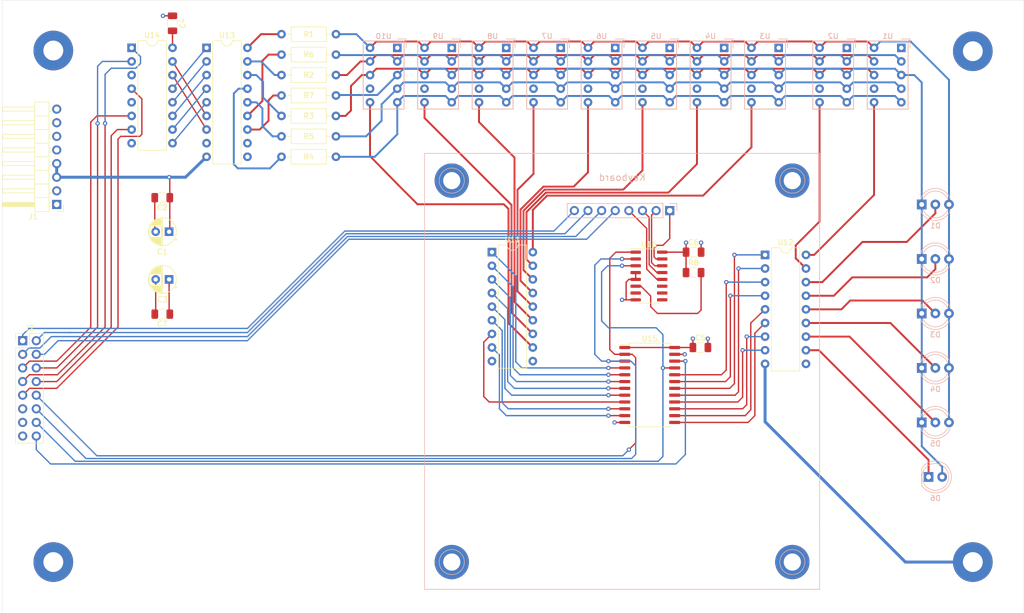
<source format=kicad_pcb>
(kicad_pcb (version 20171130) (host pcbnew "(5.1.6)-1")

  (general
    (thickness 1.6)
    (drawings 4)
    (tracks 598)
    (zones 0)
    (modules 48)
    (nets 109)
  )

  (page A4)
  (layers
    (0 F.Cu signal)
    (1 In1.Cu signal)
    (2 In2.Cu signal)
    (31 B.Cu signal)
    (34 B.Paste user)
    (35 F.Paste user)
    (36 B.SilkS user)
    (37 F.SilkS user)
    (38 B.Mask user)
    (39 F.Mask user)
    (40 Dwgs.User user)
    (44 Edge.Cuts user)
    (45 Margin user)
    (46 B.CrtYd user)
    (47 F.CrtYd user)
    (48 B.Fab user)
    (49 F.Fab user)
  )

  (setup
    (last_trace_width 0.25)
    (trace_clearance 0.2)
    (zone_clearance 0.508)
    (zone_45_only no)
    (trace_min 0.2)
    (via_size 0.8)
    (via_drill 0.4)
    (via_min_size 0.4)
    (via_min_drill 0.3)
    (uvia_size 0.3)
    (uvia_drill 0.1)
    (uvias_allowed no)
    (uvia_min_size 0.2)
    (uvia_min_drill 0.1)
    (edge_width 0.05)
    (segment_width 0.2)
    (pcb_text_width 0.3)
    (pcb_text_size 1.5 1.5)
    (mod_edge_width 0.12)
    (mod_text_size 1 1)
    (mod_text_width 0.15)
    (pad_size 1.524 1.524)
    (pad_drill 0.762)
    (pad_to_mask_clearance 0.05)
    (aux_axis_origin 0 0)
    (grid_origin 35.814 35.56)
    (visible_elements 7FFFFFFF)
    (pcbplotparams
      (layerselection 0x010f8_ffffffff)
      (usegerberextensions true)
      (usegerberattributes false)
      (usegerberadvancedattributes false)
      (creategerberjobfile false)
      (excludeedgelayer true)
      (linewidth 0.100000)
      (plotframeref false)
      (viasonmask false)
      (mode 1)
      (useauxorigin false)
      (hpglpennumber 1)
      (hpglpenspeed 20)
      (hpglpendiameter 15.000000)
      (psnegative false)
      (psa4output false)
      (plotreference true)
      (plotvalue true)
      (plotinvisibletext false)
      (padsonsilk false)
      (subtractmaskfromsilk false)
      (outputformat 1)
      (mirror false)
      (drillshape 0)
      (scaleselection 1)
      (outputdirectory "Gerber/"))
  )

  (net 0 "")
  (net 1 GND)
  (net 2 +12V)
  (net 3 +5V)
  (net 4 AA)
  (net 5 K10)
  (net 6 AG)
  (net 7 K11)
  (net 8 K12)
  (net 9 K13)
  (net 10 K15)
  (net 11 K14)
  (net 12 KB_R1)
  (net 13 KB_R3)
  (net 14 "Net-(J1-Pad2)")
  (net 15 KB_R2)
  (net 16 KB_R0)
  (net 17 "Net-(R2-Pad1)")
  (net 18 AB)
  (net 19 "Net-(R3-Pad1)")
  (net 20 AC)
  (net 21 "Net-(R4-Pad1)")
  (net 22 AD)
  (net 23 "Net-(R5-Pad1)")
  (net 24 AE)
  (net 25 "Net-(R6-Pad1)")
  (net 26 AF)
  (net 27 "Net-(R7-Pad1)")
  (net 28 "Net-(U1-Pad7)")
  (net 29 K8)
  (net 30 "Net-(U1-Pad1)")
  (net 31 "Net-(U2-Pad7)")
  (net 32 K9)
  (net 33 "Net-(U2-Pad1)")
  (net 34 "Net-(U3-Pad7)")
  (net 35 K7)
  (net 36 "Net-(U3-Pad1)")
  (net 37 "Net-(U4-Pad7)")
  (net 38 K6)
  (net 39 "Net-(U4-Pad1)")
  (net 40 "Net-(U5-Pad7)")
  (net 41 K5)
  (net 42 "Net-(U5-Pad1)")
  (net 43 "Net-(U6-Pad7)")
  (net 44 K4)
  (net 45 "Net-(U6-Pad1)")
  (net 46 "Net-(U7-Pad7)")
  (net 47 K3)
  (net 48 "Net-(U7-Pad1)")
  (net 49 "Net-(U8-Pad7)")
  (net 50 K2)
  (net 51 "Net-(U8-Pad1)")
  (net 52 "Net-(U9-Pad7)")
  (net 53 K1)
  (net 54 "Net-(U9-Pad1)")
  (net 55 "Net-(U10-Pad7)")
  (net 56 K0)
  (net 57 "Net-(U10-Pad1)")
  (net 58 C0)
  (net 59 C1)
  (net 60 C2)
  (net 61 C3)
  (net 62 C4)
  (net 63 C5)
  (net 64 C6)
  (net 65 "Net-(U11-Pad10)")
  (net 66 C7)
  (net 67 C14)
  (net 68 C15)
  (net 69 C13)
  (net 70 C12)
  (net 71 C11)
  (net 72 C10)
  (net 73 C9)
  (net 74 "Net-(U12-Pad10)")
  (net 75 C8)
  (net 76 "Net-(U13-Pad8)")
  (net 77 "Net-(U13-Pad7)")
  (net 78 "Net-(U13-Pad6)")
  (net 79 "Net-(U13-Pad5)")
  (net 80 "Net-(U13-Pad4)")
  (net 81 "Net-(U13-Pad3)")
  (net 82 "Net-(U13-Pad11)")
  (net 83 "Net-(U13-Pad2)")
  (net 84 "Net-(U13-Pad1)")
  (net 85 B0)
  (net 86 B3)
  (net 87 "Net-(U14-Pad5)")
  (net 88 BL)
  (net 89 "Net-(U14-Pad3)")
  (net 90 B2)
  (net 91 B1)
  (net 92 SL3)
  (net 93 SL2)
  (net 94 SL1)
  (net 95 SL0)
  (net 96 "Net-(U16-Pad11)")
  (net 97 "Net-(U16-Pad10)")
  (net 98 "Net-(U16-Pad9)")
  (net 99 "Net-(U16-Pad7)")
  (net 100 "Net-(R1-Pad1)")
  (net 101 "Net-(R8-Pad2)")
  (net 102 "Net-(J2-Pad11)")
  (net 103 "Net-(J3-Pad4)")
  (net 104 "Net-(J1-Pad6)")
  (net 105 "Net-(J1-Pad5)")
  (net 106 "Net-(J3-Pad2)")
  (net 107 "Net-(J3-Pad3)")
  (net 108 "Net-(J3-Pad1)")

  (net_class Default "This is the default net class."
    (clearance 0.2)
    (trace_width 0.25)
    (via_dia 0.8)
    (via_drill 0.4)
    (uvia_dia 0.3)
    (uvia_drill 0.1)
    (add_net +12V)
    (add_net +5V)
    (add_net B0)
    (add_net B1)
    (add_net B2)
    (add_net B3)
    (add_net BL)
    (add_net C0)
    (add_net C1)
    (add_net C10)
    (add_net C11)
    (add_net C12)
    (add_net C13)
    (add_net C14)
    (add_net C15)
    (add_net C2)
    (add_net C3)
    (add_net C4)
    (add_net C5)
    (add_net C6)
    (add_net C7)
    (add_net C8)
    (add_net C9)
    (add_net GND)
    (add_net KB_R0)
    (add_net KB_R1)
    (add_net KB_R2)
    (add_net KB_R3)
    (add_net "Net-(J1-Pad2)")
    (add_net "Net-(J1-Pad5)")
    (add_net "Net-(J1-Pad6)")
    (add_net "Net-(J2-Pad11)")
    (add_net "Net-(J3-Pad1)")
    (add_net "Net-(J3-Pad2)")
    (add_net "Net-(J3-Pad3)")
    (add_net "Net-(J3-Pad4)")
    (add_net "Net-(R8-Pad2)")
    (add_net "Net-(U1-Pad1)")
    (add_net "Net-(U1-Pad7)")
    (add_net "Net-(U10-Pad1)")
    (add_net "Net-(U10-Pad7)")
    (add_net "Net-(U11-Pad10)")
    (add_net "Net-(U12-Pad10)")
    (add_net "Net-(U13-Pad1)")
    (add_net "Net-(U13-Pad11)")
    (add_net "Net-(U13-Pad2)")
    (add_net "Net-(U13-Pad3)")
    (add_net "Net-(U13-Pad4)")
    (add_net "Net-(U13-Pad5)")
    (add_net "Net-(U13-Pad6)")
    (add_net "Net-(U13-Pad7)")
    (add_net "Net-(U13-Pad8)")
    (add_net "Net-(U14-Pad3)")
    (add_net "Net-(U14-Pad5)")
    (add_net "Net-(U16-Pad10)")
    (add_net "Net-(U16-Pad11)")
    (add_net "Net-(U16-Pad7)")
    (add_net "Net-(U16-Pad9)")
    (add_net "Net-(U2-Pad1)")
    (add_net "Net-(U2-Pad7)")
    (add_net "Net-(U3-Pad1)")
    (add_net "Net-(U3-Pad7)")
    (add_net "Net-(U4-Pad1)")
    (add_net "Net-(U4-Pad7)")
    (add_net "Net-(U5-Pad1)")
    (add_net "Net-(U5-Pad7)")
    (add_net "Net-(U6-Pad1)")
    (add_net "Net-(U6-Pad7)")
    (add_net "Net-(U7-Pad1)")
    (add_net "Net-(U7-Pad7)")
    (add_net "Net-(U8-Pad1)")
    (add_net "Net-(U8-Pad7)")
    (add_net "Net-(U9-Pad1)")
    (add_net "Net-(U9-Pad7)")
    (add_net SL0)
    (add_net SL1)
    (add_net SL2)
    (add_net SL3)
  )

  (net_class LED ""
    (clearance 0.2032)
    (trace_width 0.3556)
    (via_dia 0.8)
    (via_drill 0.4)
    (uvia_dia 0.3)
    (uvia_drill 0.1)
    (add_net AA)
    (add_net AB)
    (add_net AC)
    (add_net AD)
    (add_net AE)
    (add_net AF)
    (add_net AG)
    (add_net K0)
    (add_net K1)
    (add_net K10)
    (add_net K11)
    (add_net K12)
    (add_net K13)
    (add_net K14)
    (add_net K15)
    (add_net K2)
    (add_net K3)
    (add_net K4)
    (add_net K5)
    (add_net K6)
    (add_net K7)
    (add_net K8)
    (add_net K9)
    (add_net "Net-(R1-Pad1)")
    (add_net "Net-(R2-Pad1)")
    (add_net "Net-(R3-Pad1)")
    (add_net "Net-(R4-Pad1)")
    (add_net "Net-(R5-Pad1)")
    (add_net "Net-(R6-Pad1)")
    (add_net "Net-(R7-Pad1)")
  )

  (module Emetcon:Grayhill (layer B.Cu) (tedit 5FFCA4E4) (tstamp 6015FCDB)
    (at 151.384 74.803 180)
    (path /6745C3D1)
    (fp_text reference J3 (at 0 -4.826) (layer Dwgs.User) hide
      (effects (font (size 1.27 1.27) (thickness 0.15)))
    )
    (fp_text value Keyboard (at -0.0381 6.1976) (layer B.SilkS)
      (effects (font (size 1.27 1.27) (thickness 0.15)) (justify mirror))
    )
    (fp_line (start -36.83 10.668) (end -22.352 10.668) (layer B.SilkS) (width 0.12))
    (fp_line (start -36.83 -57.912) (end -36.83 10.668) (layer B.SilkS) (width 0.12))
    (fp_line (start -36.83 -70.612) (end 0 -70.612) (layer B.SilkS) (width 0.12))
    (fp_line (start -36.83 -57.912) (end -36.83 -70.612) (layer B.SilkS) (width 0.12))
    (fp_line (start 36.83 -70.612) (end 36.83 10.668) (layer B.SilkS) (width 0.12))
    (fp_line (start 18.796 -70.612) (end 36.83 -70.612) (layer B.SilkS) (width 0.12))
    (fp_line (start 18.796 -70.612) (end 0 -70.612) (layer B.SilkS) (width 0.12))
    (fp_line (start 0 10.668) (end 36.83 10.668) (layer B.SilkS) (width 0.12))
    (fp_line (start -22.352 10.668) (end 0 10.668) (layer B.SilkS) (width 0.12))
    (fp_circle (center -31.75 -65.532) (end -29.408 -65.532) (layer B.SilkS) (width 0.12))
    (fp_circle (center -31.75 5.588) (end -29.408 5.588) (layer B.SilkS) (width 0.12))
    (fp_circle (center 31.75 5.588) (end 34.092 5.588) (layer B.SilkS) (width 0.12))
    (fp_circle (center 31.75 -65.532) (end 34.092 -65.532) (layer B.SilkS) (width 0.12))
    (fp_line (start 10.22 -1.33) (end 10.22 1.33) (layer B.SilkS) (width 0.12))
    (fp_line (start -7.62 1.33) (end 10.22 1.33) (layer B.SilkS) (width 0.12))
    (fp_line (start -10.22 1.33) (end -8.89 1.33) (layer B.SilkS) (width 0.12))
    (fp_line (start 10.66 -1.8) (end -10.69 -1.8) (layer B.CrtYd) (width 0.05))
    (fp_line (start -10.16 0.635) (end -9.525 1.27) (layer B.Fab) (width 0.1))
    (fp_line (start 10.16 -1.27) (end -10.16 -1.27) (layer B.Fab) (width 0.1))
    (fp_line (start -10.22 0) (end -10.22 1.33) (layer B.SilkS) (width 0.12))
    (fp_line (start -10.69 1.75) (end 10.66 1.75) (layer B.CrtYd) (width 0.05))
    (fp_line (start -10.69 -1.8) (end -10.69 1.75) (layer B.CrtYd) (width 0.05))
    (fp_line (start -9.525 1.27) (end 10.16 1.27) (layer B.Fab) (width 0.1))
    (fp_line (start -7.62 -1.33) (end 10.22 -1.33) (layer B.SilkS) (width 0.12))
    (fp_line (start -7.62 -1.33) (end -7.62 1.33) (layer B.SilkS) (width 0.12))
    (fp_line (start 10.66 1.75) (end 10.66 -1.8) (layer B.CrtYd) (width 0.05))
    (fp_line (start -10.16 -1.27) (end -10.16 0.635) (layer B.Fab) (width 0.1))
    (fp_line (start 10.16 1.27) (end 10.16 -1.27) (layer B.Fab) (width 0.1))
    (fp_text user %R (at 0 0 180) (layer B.Fab)
      (effects (font (size 1 1) (thickness 0.15)) (justify mirror))
    )
    (pad 6 thru_hole oval (at 3.81 0 90) (size 1.7 1.7) (drill 1) (layers *.Cu *.Mask)
      (net 12 KB_R1))
    (pad 4 thru_hole oval (at -1.27 0 90) (size 1.7 1.7) (drill 1) (layers *.Cu *.Mask)
      (net 103 "Net-(J3-Pad4)"))
    (pad 8 thru_hole oval (at 8.89 0 90) (size 1.7 1.7) (drill 1) (layers *.Cu *.Mask)
      (net 13 KB_R3))
    (pad 2 thru_hole oval (at -6.35 0 90) (size 1.7 1.7) (drill 1) (layers *.Cu *.Mask)
      (net 106 "Net-(J3-Pad2)"))
    (pad 7 thru_hole oval (at 6.35 0 90) (size 1.7 1.7) (drill 1) (layers *.Cu *.Mask)
      (net 15 KB_R2))
    (pad 3 thru_hole oval (at -3.81 0) (size 1.7 1.7) (drill 1) (layers *.Cu *.Mask)
      (net 107 "Net-(J3-Pad3)"))
    (pad 1 thru_hole rect (at -8.89 0 90) (size 1.7 1.7) (drill 1) (layers *.Cu *.Mask)
      (net 108 "Net-(J3-Pad1)"))
    (pad 5 thru_hole oval (at 1.27 0 90) (size 1.7 1.7) (drill 1) (layers *.Cu *.Mask)
      (net 16 KB_R0))
  )

  (module Package_DIP:DIP-16_W7.62mm (layer F.Cu) (tedit 5A02E8C5) (tstamp 6015FF9E)
    (at 59.944 44.45)
    (descr "16-lead though-hole mounted DIP package, row spacing 7.62 mm (300 mils)")
    (tags "THT DIP DIL PDIP 2.54mm 7.62mm 300mil")
    (path /6206A902)
    (fp_text reference U14 (at 3.81 -2.33) (layer F.SilkS)
      (effects (font (size 1 1) (thickness 0.15)))
    )
    (fp_text value 74LS47 (at 3.81 20.11) (layer F.Fab)
      (effects (font (size 1 1) (thickness 0.15)))
    )
    (fp_line (start 8.7 -1.55) (end -1.1 -1.55) (layer F.CrtYd) (width 0.05))
    (fp_line (start 8.7 19.3) (end 8.7 -1.55) (layer F.CrtYd) (width 0.05))
    (fp_line (start -1.1 19.3) (end 8.7 19.3) (layer F.CrtYd) (width 0.05))
    (fp_line (start -1.1 -1.55) (end -1.1 19.3) (layer F.CrtYd) (width 0.05))
    (fp_line (start 6.46 -1.33) (end 4.81 -1.33) (layer F.SilkS) (width 0.12))
    (fp_line (start 6.46 19.11) (end 6.46 -1.33) (layer F.SilkS) (width 0.12))
    (fp_line (start 1.16 19.11) (end 6.46 19.11) (layer F.SilkS) (width 0.12))
    (fp_line (start 1.16 -1.33) (end 1.16 19.11) (layer F.SilkS) (width 0.12))
    (fp_line (start 2.81 -1.33) (end 1.16 -1.33) (layer F.SilkS) (width 0.12))
    (fp_line (start 0.635 -0.27) (end 1.635 -1.27) (layer F.Fab) (width 0.1))
    (fp_line (start 0.635 19.05) (end 0.635 -0.27) (layer F.Fab) (width 0.1))
    (fp_line (start 6.985 19.05) (end 0.635 19.05) (layer F.Fab) (width 0.1))
    (fp_line (start 6.985 -1.27) (end 6.985 19.05) (layer F.Fab) (width 0.1))
    (fp_line (start 1.635 -1.27) (end 6.985 -1.27) (layer F.Fab) (width 0.1))
    (fp_text user %R (at 3.81 8.89) (layer F.Fab)
      (effects (font (size 1 1) (thickness 0.15)))
    )
    (fp_arc (start 3.81 -1.33) (end 2.81 -1.33) (angle -180) (layer F.SilkS) (width 0.12))
    (pad 16 thru_hole oval (at 7.62 0) (size 1.6 1.6) (drill 0.8) (layers *.Cu *.Mask)
      (net 3 +5V))
    (pad 8 thru_hole oval (at 0 17.78) (size 1.6 1.6) (drill 0.8) (layers *.Cu *.Mask)
      (net 1 GND))
    (pad 15 thru_hole oval (at 7.62 2.54) (size 1.6 1.6) (drill 0.8) (layers *.Cu *.Mask)
      (net 78 "Net-(U13-Pad6)"))
    (pad 7 thru_hole oval (at 0 15.24) (size 1.6 1.6) (drill 0.8) (layers *.Cu *.Mask)
      (net 85 B0))
    (pad 14 thru_hole oval (at 7.62 5.08) (size 1.6 1.6) (drill 0.8) (layers *.Cu *.Mask)
      (net 77 "Net-(U13-Pad7)"))
    (pad 6 thru_hole oval (at 0 12.7) (size 1.6 1.6) (drill 0.8) (layers *.Cu *.Mask)
      (net 86 B3))
    (pad 13 thru_hole oval (at 7.62 7.62) (size 1.6 1.6) (drill 0.8) (layers *.Cu *.Mask)
      (net 84 "Net-(U13-Pad1)"))
    (pad 5 thru_hole oval (at 0 10.16) (size 1.6 1.6) (drill 0.8) (layers *.Cu *.Mask)
      (net 87 "Net-(U14-Pad5)"))
    (pad 12 thru_hole oval (at 7.62 10.16) (size 1.6 1.6) (drill 0.8) (layers *.Cu *.Mask)
      (net 83 "Net-(U13-Pad2)"))
    (pad 4 thru_hole oval (at 0 7.62) (size 1.6 1.6) (drill 0.8) (layers *.Cu *.Mask)
      (net 88 BL))
    (pad 11 thru_hole oval (at 7.62 12.7) (size 1.6 1.6) (drill 0.8) (layers *.Cu *.Mask)
      (net 81 "Net-(U13-Pad3)"))
    (pad 3 thru_hole oval (at 0 5.08) (size 1.6 1.6) (drill 0.8) (layers *.Cu *.Mask)
      (net 89 "Net-(U14-Pad3)"))
    (pad 10 thru_hole oval (at 7.62 15.24) (size 1.6 1.6) (drill 0.8) (layers *.Cu *.Mask)
      (net 80 "Net-(U13-Pad4)"))
    (pad 2 thru_hole oval (at 0 2.54) (size 1.6 1.6) (drill 0.8) (layers *.Cu *.Mask)
      (net 90 B2))
    (pad 9 thru_hole oval (at 7.62 17.78) (size 1.6 1.6) (drill 0.8) (layers *.Cu *.Mask)
      (net 79 "Net-(U13-Pad5)"))
    (pad 1 thru_hole rect (at 0 0) (size 1.6 1.6) (drill 0.8) (layers *.Cu *.Mask)
      (net 91 B1))
    (model ${KISYS3DMOD}/Package_DIP.3dshapes/DIP-16_W7.62mm.wrl
      (at (xyz 0 0 0))
      (scale (xyz 1 1 1))
      (rotate (xyz 0 0 0))
    )
  )

  (module Connector_PinHeader_2.54mm:PinHeader_1x08_P2.54mm_Horizontal (layer F.Cu) (tedit 59FED5CB) (tstamp 601D70B9)
    (at 45.974 73.66 180)
    (descr "Through hole angled pin header, 1x08, 2.54mm pitch, 6mm pin length, single row")
    (tags "Through hole angled pin header THT 1x08 2.54mm single row")
    (path /60253ED7)
    (fp_text reference J1 (at 4.385 -2.27) (layer F.SilkS)
      (effects (font (size 1 1) (thickness 0.15)))
    )
    (fp_text value Power (at 4.385 20.05) (layer F.Fab)
      (effects (font (size 1 1) (thickness 0.15)))
    )
    (fp_line (start 10.55 -1.8) (end -1.8 -1.8) (layer F.CrtYd) (width 0.05))
    (fp_line (start 10.55 19.55) (end 10.55 -1.8) (layer F.CrtYd) (width 0.05))
    (fp_line (start -1.8 19.55) (end 10.55 19.55) (layer F.CrtYd) (width 0.05))
    (fp_line (start -1.8 -1.8) (end -1.8 19.55) (layer F.CrtYd) (width 0.05))
    (fp_line (start -1.27 -1.27) (end 0 -1.27) (layer F.SilkS) (width 0.12))
    (fp_line (start -1.27 0) (end -1.27 -1.27) (layer F.SilkS) (width 0.12))
    (fp_line (start 1.042929 18.16) (end 1.44 18.16) (layer F.SilkS) (width 0.12))
    (fp_line (start 1.042929 17.4) (end 1.44 17.4) (layer F.SilkS) (width 0.12))
    (fp_line (start 10.1 18.16) (end 4.1 18.16) (layer F.SilkS) (width 0.12))
    (fp_line (start 10.1 17.4) (end 10.1 18.16) (layer F.SilkS) (width 0.12))
    (fp_line (start 4.1 17.4) (end 10.1 17.4) (layer F.SilkS) (width 0.12))
    (fp_line (start 1.44 16.51) (end 4.1 16.51) (layer F.SilkS) (width 0.12))
    (fp_line (start 1.042929 15.62) (end 1.44 15.62) (layer F.SilkS) (width 0.12))
    (fp_line (start 1.042929 14.86) (end 1.44 14.86) (layer F.SilkS) (width 0.12))
    (fp_line (start 10.1 15.62) (end 4.1 15.62) (layer F.SilkS) (width 0.12))
    (fp_line (start 10.1 14.86) (end 10.1 15.62) (layer F.SilkS) (width 0.12))
    (fp_line (start 4.1 14.86) (end 10.1 14.86) (layer F.SilkS) (width 0.12))
    (fp_line (start 1.44 13.97) (end 4.1 13.97) (layer F.SilkS) (width 0.12))
    (fp_line (start 1.042929 13.08) (end 1.44 13.08) (layer F.SilkS) (width 0.12))
    (fp_line (start 1.042929 12.32) (end 1.44 12.32) (layer F.SilkS) (width 0.12))
    (fp_line (start 10.1 13.08) (end 4.1 13.08) (layer F.SilkS) (width 0.12))
    (fp_line (start 10.1 12.32) (end 10.1 13.08) (layer F.SilkS) (width 0.12))
    (fp_line (start 4.1 12.32) (end 10.1 12.32) (layer F.SilkS) (width 0.12))
    (fp_line (start 1.44 11.43) (end 4.1 11.43) (layer F.SilkS) (width 0.12))
    (fp_line (start 1.042929 10.54) (end 1.44 10.54) (layer F.SilkS) (width 0.12))
    (fp_line (start 1.042929 9.78) (end 1.44 9.78) (layer F.SilkS) (width 0.12))
    (fp_line (start 10.1 10.54) (end 4.1 10.54) (layer F.SilkS) (width 0.12))
    (fp_line (start 10.1 9.78) (end 10.1 10.54) (layer F.SilkS) (width 0.12))
    (fp_line (start 4.1 9.78) (end 10.1 9.78) (layer F.SilkS) (width 0.12))
    (fp_line (start 1.44 8.89) (end 4.1 8.89) (layer F.SilkS) (width 0.12))
    (fp_line (start 1.042929 8) (end 1.44 8) (layer F.SilkS) (width 0.12))
    (fp_line (start 1.042929 7.24) (end 1.44 7.24) (layer F.SilkS) (width 0.12))
    (fp_line (start 10.1 8) (end 4.1 8) (layer F.SilkS) (width 0.12))
    (fp_line (start 10.1 7.24) (end 10.1 8) (layer F.SilkS) (width 0.12))
    (fp_line (start 4.1 7.24) (end 10.1 7.24) (layer F.SilkS) (width 0.12))
    (fp_line (start 1.44 6.35) (end 4.1 6.35) (layer F.SilkS) (width 0.12))
    (fp_line (start 1.042929 5.46) (end 1.44 5.46) (layer F.SilkS) (width 0.12))
    (fp_line (start 1.042929 4.7) (end 1.44 4.7) (layer F.SilkS) (width 0.12))
    (fp_line (start 10.1 5.46) (end 4.1 5.46) (layer F.SilkS) (width 0.12))
    (fp_line (start 10.1 4.7) (end 10.1 5.46) (layer F.SilkS) (width 0.12))
    (fp_line (start 4.1 4.7) (end 10.1 4.7) (layer F.SilkS) (width 0.12))
    (fp_line (start 1.44 3.81) (end 4.1 3.81) (layer F.SilkS) (width 0.12))
    (fp_line (start 1.042929 2.92) (end 1.44 2.92) (layer F.SilkS) (width 0.12))
    (fp_line (start 1.042929 2.16) (end 1.44 2.16) (layer F.SilkS) (width 0.12))
    (fp_line (start 10.1 2.92) (end 4.1 2.92) (layer F.SilkS) (width 0.12))
    (fp_line (start 10.1 2.16) (end 10.1 2.92) (layer F.SilkS) (width 0.12))
    (fp_line (start 4.1 2.16) (end 10.1 2.16) (layer F.SilkS) (width 0.12))
    (fp_line (start 1.44 1.27) (end 4.1 1.27) (layer F.SilkS) (width 0.12))
    (fp_line (start 1.11 0.38) (end 1.44 0.38) (layer F.SilkS) (width 0.12))
    (fp_line (start 1.11 -0.38) (end 1.44 -0.38) (layer F.SilkS) (width 0.12))
    (fp_line (start 4.1 0.28) (end 10.1 0.28) (layer F.SilkS) (width 0.12))
    (fp_line (start 4.1 0.16) (end 10.1 0.16) (layer F.SilkS) (width 0.12))
    (fp_line (start 4.1 0.04) (end 10.1 0.04) (layer F.SilkS) (width 0.12))
    (fp_line (start 4.1 -0.08) (end 10.1 -0.08) (layer F.SilkS) (width 0.12))
    (fp_line (start 4.1 -0.2) (end 10.1 -0.2) (layer F.SilkS) (width 0.12))
    (fp_line (start 4.1 -0.32) (end 10.1 -0.32) (layer F.SilkS) (width 0.12))
    (fp_line (start 10.1 0.38) (end 4.1 0.38) (layer F.SilkS) (width 0.12))
    (fp_line (start 10.1 -0.38) (end 10.1 0.38) (layer F.SilkS) (width 0.12))
    (fp_line (start 4.1 -0.38) (end 10.1 -0.38) (layer F.SilkS) (width 0.12))
    (fp_line (start 4.1 -1.33) (end 1.44 -1.33) (layer F.SilkS) (width 0.12))
    (fp_line (start 4.1 19.11) (end 4.1 -1.33) (layer F.SilkS) (width 0.12))
    (fp_line (start 1.44 19.11) (end 4.1 19.11) (layer F.SilkS) (width 0.12))
    (fp_line (start 1.44 -1.33) (end 1.44 19.11) (layer F.SilkS) (width 0.12))
    (fp_line (start 4.04 18.1) (end 10.04 18.1) (layer F.Fab) (width 0.1))
    (fp_line (start 10.04 17.46) (end 10.04 18.1) (layer F.Fab) (width 0.1))
    (fp_line (start 4.04 17.46) (end 10.04 17.46) (layer F.Fab) (width 0.1))
    (fp_line (start -0.32 18.1) (end 1.5 18.1) (layer F.Fab) (width 0.1))
    (fp_line (start -0.32 17.46) (end -0.32 18.1) (layer F.Fab) (width 0.1))
    (fp_line (start -0.32 17.46) (end 1.5 17.46) (layer F.Fab) (width 0.1))
    (fp_line (start 4.04 15.56) (end 10.04 15.56) (layer F.Fab) (width 0.1))
    (fp_line (start 10.04 14.92) (end 10.04 15.56) (layer F.Fab) (width 0.1))
    (fp_line (start 4.04 14.92) (end 10.04 14.92) (layer F.Fab) (width 0.1))
    (fp_line (start -0.32 15.56) (end 1.5 15.56) (layer F.Fab) (width 0.1))
    (fp_line (start -0.32 14.92) (end -0.32 15.56) (layer F.Fab) (width 0.1))
    (fp_line (start -0.32 14.92) (end 1.5 14.92) (layer F.Fab) (width 0.1))
    (fp_line (start 4.04 13.02) (end 10.04 13.02) (layer F.Fab) (width 0.1))
    (fp_line (start 10.04 12.38) (end 10.04 13.02) (layer F.Fab) (width 0.1))
    (fp_line (start 4.04 12.38) (end 10.04 12.38) (layer F.Fab) (width 0.1))
    (fp_line (start -0.32 13.02) (end 1.5 13.02) (layer F.Fab) (width 0.1))
    (fp_line (start -0.32 12.38) (end -0.32 13.02) (layer F.Fab) (width 0.1))
    (fp_line (start -0.32 12.38) (end 1.5 12.38) (layer F.Fab) (width 0.1))
    (fp_line (start 4.04 10.48) (end 10.04 10.48) (layer F.Fab) (width 0.1))
    (fp_line (start 10.04 9.84) (end 10.04 10.48) (layer F.Fab) (width 0.1))
    (fp_line (start 4.04 9.84) (end 10.04 9.84) (layer F.Fab) (width 0.1))
    (fp_line (start -0.32 10.48) (end 1.5 10.48) (layer F.Fab) (width 0.1))
    (fp_line (start -0.32 9.84) (end -0.32 10.48) (layer F.Fab) (width 0.1))
    (fp_line (start -0.32 9.84) (end 1.5 9.84) (layer F.Fab) (width 0.1))
    (fp_line (start 4.04 7.94) (end 10.04 7.94) (layer F.Fab) (width 0.1))
    (fp_line (start 10.04 7.3) (end 10.04 7.94) (layer F.Fab) (width 0.1))
    (fp_line (start 4.04 7.3) (end 10.04 7.3) (layer F.Fab) (width 0.1))
    (fp_line (start -0.32 7.94) (end 1.5 7.94) (layer F.Fab) (width 0.1))
    (fp_line (start -0.32 7.3) (end -0.32 7.94) (layer F.Fab) (width 0.1))
    (fp_line (start -0.32 7.3) (end 1.5 7.3) (layer F.Fab) (width 0.1))
    (fp_line (start 4.04 5.4) (end 10.04 5.4) (layer F.Fab) (width 0.1))
    (fp_line (start 10.04 4.76) (end 10.04 5.4) (layer F.Fab) (width 0.1))
    (fp_line (start 4.04 4.76) (end 10.04 4.76) (layer F.Fab) (width 0.1))
    (fp_line (start -0.32 5.4) (end 1.5 5.4) (layer F.Fab) (width 0.1))
    (fp_line (start -0.32 4.76) (end -0.32 5.4) (layer F.Fab) (width 0.1))
    (fp_line (start -0.32 4.76) (end 1.5 4.76) (layer F.Fab) (width 0.1))
    (fp_line (start 4.04 2.86) (end 10.04 2.86) (layer F.Fab) (width 0.1))
    (fp_line (start 10.04 2.22) (end 10.04 2.86) (layer F.Fab) (width 0.1))
    (fp_line (start 4.04 2.22) (end 10.04 2.22) (layer F.Fab) (width 0.1))
    (fp_line (start -0.32 2.86) (end 1.5 2.86) (layer F.Fab) (width 0.1))
    (fp_line (start -0.32 2.22) (end -0.32 2.86) (layer F.Fab) (width 0.1))
    (fp_line (start -0.32 2.22) (end 1.5 2.22) (layer F.Fab) (width 0.1))
    (fp_line (start 4.04 0.32) (end 10.04 0.32) (layer F.Fab) (width 0.1))
    (fp_line (start 10.04 -0.32) (end 10.04 0.32) (layer F.Fab) (width 0.1))
    (fp_line (start 4.04 -0.32) (end 10.04 -0.32) (layer F.Fab) (width 0.1))
    (fp_line (start -0.32 0.32) (end 1.5 0.32) (layer F.Fab) (width 0.1))
    (fp_line (start -0.32 -0.32) (end -0.32 0.32) (layer F.Fab) (width 0.1))
    (fp_line (start -0.32 -0.32) (end 1.5 -0.32) (layer F.Fab) (width 0.1))
    (fp_line (start 1.5 -0.635) (end 2.135 -1.27) (layer F.Fab) (width 0.1))
    (fp_line (start 1.5 19.05) (end 1.5 -0.635) (layer F.Fab) (width 0.1))
    (fp_line (start 4.04 19.05) (end 1.5 19.05) (layer F.Fab) (width 0.1))
    (fp_line (start 4.04 -1.27) (end 4.04 19.05) (layer F.Fab) (width 0.1))
    (fp_line (start 2.135 -1.27) (end 4.04 -1.27) (layer F.Fab) (width 0.1))
    (fp_text user %R (at 2.77 8.89 90) (layer F.Fab)
      (effects (font (size 1 1) (thickness 0.15)))
    )
    (pad 8 thru_hole oval (at 0 17.78 180) (size 1.7 1.7) (drill 1) (layers *.Cu *.Mask)
      (net 1 GND))
    (pad 7 thru_hole oval (at 0 15.24 180) (size 1.7 1.7) (drill 1) (layers *.Cu *.Mask)
      (net 1 GND))
    (pad 6 thru_hole oval (at 0 12.7 180) (size 1.7 1.7) (drill 1) (layers *.Cu *.Mask)
      (net 104 "Net-(J1-Pad6)"))
    (pad 5 thru_hole oval (at 0 10.16 180) (size 1.7 1.7) (drill 1) (layers *.Cu *.Mask)
      (net 105 "Net-(J1-Pad5)"))
    (pad 4 thru_hole oval (at 0 7.62 180) (size 1.7 1.7) (drill 1) (layers *.Cu *.Mask)
      (net 2 +12V))
    (pad 3 thru_hole oval (at 0 5.08 180) (size 1.7 1.7) (drill 1) (layers *.Cu *.Mask)
      (net 2 +12V))
    (pad 2 thru_hole oval (at 0 2.54 180) (size 1.7 1.7) (drill 1) (layers *.Cu *.Mask)
      (net 14 "Net-(J1-Pad2)"))
    (pad 1 thru_hole rect (at 0 0 180) (size 1.7 1.7) (drill 1) (layers *.Cu *.Mask)
      (net 3 +5V))
    (model ${KISYS3DMOD}/Connector_PinHeader_2.54mm.3dshapes/PinHeader_1x08_P2.54mm_Horizontal.wrl
      (at (xyz 0 0 0))
      (scale (xyz 1 1 1))
      (rotate (xyz 0 0 0))
    )
  )

  (module Connector_PinHeader_2.54mm:PinHeader_2x08_P2.54mm_Vertical (layer F.Cu) (tedit 59FED5CC) (tstamp 6017B672)
    (at 39.624 99.06)
    (descr "Through hole straight pin header, 2x08, 2.54mm pitch, double rows")
    (tags "Through hole pin header THT 2x08 2.54mm double row")
    (path /6098960D)
    (fp_text reference J2 (at 1.27 -2.33) (layer F.SilkS)
      (effects (font (size 1 1) (thickness 0.15)))
    )
    (fp_text value "Bd E" (at 1.27 20.11) (layer F.Fab)
      (effects (font (size 1 1) (thickness 0.15)))
    )
    (fp_line (start 4.35 -1.8) (end -1.8 -1.8) (layer F.CrtYd) (width 0.05))
    (fp_line (start 4.35 19.55) (end 4.35 -1.8) (layer F.CrtYd) (width 0.05))
    (fp_line (start -1.8 19.55) (end 4.35 19.55) (layer F.CrtYd) (width 0.05))
    (fp_line (start -1.8 -1.8) (end -1.8 19.55) (layer F.CrtYd) (width 0.05))
    (fp_line (start -1.33 -1.33) (end 0 -1.33) (layer F.SilkS) (width 0.12))
    (fp_line (start -1.33 0) (end -1.33 -1.33) (layer F.SilkS) (width 0.12))
    (fp_line (start 1.27 -1.33) (end 3.87 -1.33) (layer F.SilkS) (width 0.12))
    (fp_line (start 1.27 1.27) (end 1.27 -1.33) (layer F.SilkS) (width 0.12))
    (fp_line (start -1.33 1.27) (end 1.27 1.27) (layer F.SilkS) (width 0.12))
    (fp_line (start 3.87 -1.33) (end 3.87 19.11) (layer F.SilkS) (width 0.12))
    (fp_line (start -1.33 1.27) (end -1.33 19.11) (layer F.SilkS) (width 0.12))
    (fp_line (start -1.33 19.11) (end 3.87 19.11) (layer F.SilkS) (width 0.12))
    (fp_line (start -1.27 0) (end 0 -1.27) (layer F.Fab) (width 0.1))
    (fp_line (start -1.27 19.05) (end -1.27 0) (layer F.Fab) (width 0.1))
    (fp_line (start 3.81 19.05) (end -1.27 19.05) (layer F.Fab) (width 0.1))
    (fp_line (start 3.81 -1.27) (end 3.81 19.05) (layer F.Fab) (width 0.1))
    (fp_line (start 0 -1.27) (end 3.81 -1.27) (layer F.Fab) (width 0.1))
    (fp_text user %R (at 1.27 8.89 90) (layer F.Fab)
      (effects (font (size 1 1) (thickness 0.15)))
    )
    (pad 16 thru_hole oval (at 2.54 17.78) (size 1.7 1.7) (drill 1) (layers *.Cu *.Mask)
      (net 92 SL3))
    (pad 15 thru_hole oval (at 0 17.78) (size 1.7 1.7) (drill 1) (layers *.Cu *.Mask)
      (net 1 GND))
    (pad 14 thru_hole oval (at 2.54 15.24) (size 1.7 1.7) (drill 1) (layers *.Cu *.Mask)
      (net 93 SL2))
    (pad 13 thru_hole oval (at 0 15.24) (size 1.7 1.7) (drill 1) (layers *.Cu *.Mask)
      (net 1 GND))
    (pad 12 thru_hole oval (at 2.54 12.7) (size 1.7 1.7) (drill 1) (layers *.Cu *.Mask)
      (net 94 SL1))
    (pad 11 thru_hole oval (at 0 12.7) (size 1.7 1.7) (drill 1) (layers *.Cu *.Mask)
      (net 102 "Net-(J2-Pad11)"))
    (pad 10 thru_hole oval (at 2.54 10.16) (size 1.7 1.7) (drill 1) (layers *.Cu *.Mask)
      (net 95 SL0))
    (pad 9 thru_hole oval (at 0 10.16) (size 1.7 1.7) (drill 1) (layers *.Cu *.Mask)
      (net 88 BL))
    (pad 8 thru_hole oval (at 2.54 7.62) (size 1.7 1.7) (drill 1) (layers *.Cu *.Mask)
      (net 85 B0))
    (pad 7 thru_hole oval (at 0 7.62) (size 1.7 1.7) (drill 1) (layers *.Cu *.Mask)
      (net 91 B1))
    (pad 6 thru_hole oval (at 2.54 5.08) (size 1.7 1.7) (drill 1) (layers *.Cu *.Mask)
      (net 90 B2))
    (pad 5 thru_hole oval (at 0 5.08) (size 1.7 1.7) (drill 1) (layers *.Cu *.Mask)
      (net 86 B3))
    (pad 4 thru_hole oval (at 2.54 2.54) (size 1.7 1.7) (drill 1) (layers *.Cu *.Mask)
      (net 16 KB_R0))
    (pad 3 thru_hole oval (at 0 2.54) (size 1.7 1.7) (drill 1) (layers *.Cu *.Mask)
      (net 12 KB_R1))
    (pad 2 thru_hole oval (at 2.54 0) (size 1.7 1.7) (drill 1) (layers *.Cu *.Mask)
      (net 15 KB_R2))
    (pad 1 thru_hole rect (at 0 0) (size 1.7 1.7) (drill 1) (layers *.Cu *.Mask)
      (net 13 KB_R3))
    (model ${KISYS3DMOD}/Connector_PinHeader_2.54mm.3dshapes/PinHeader_2x08_P2.54mm_Vertical.wrl
      (at (xyz 0 0 0))
      (scale (xyz 1 1 1))
      (rotate (xyz 0 0 0))
    )
  )

  (module Capacitor_SMD:C_1206_3216Metric (layer F.Cu) (tedit 5B301BBE) (tstamp 60169A90)
    (at 65.662 94.107 180)
    (descr "Capacitor SMD 1206 (3216 Metric), square (rectangular) end terminal, IPC_7351 nominal, (Body size source: http://www.tortai-tech.com/upload/download/2011102023233369053.pdf), generated with kicad-footprint-generator")
    (tags capacitor)
    (path /609587F2)
    (attr smd)
    (fp_text reference C7 (at 0 -1.82) (layer F.SilkS)
      (effects (font (size 1 1) (thickness 0.15)))
    )
    (fp_text value 0.1uF (at 0 1.82) (layer F.Fab)
      (effects (font (size 1 1) (thickness 0.15)))
    )
    (fp_line (start -1.6 0.8) (end -1.6 -0.8) (layer F.Fab) (width 0.1))
    (fp_line (start -1.6 -0.8) (end 1.6 -0.8) (layer F.Fab) (width 0.1))
    (fp_line (start 1.6 -0.8) (end 1.6 0.8) (layer F.Fab) (width 0.1))
    (fp_line (start 1.6 0.8) (end -1.6 0.8) (layer F.Fab) (width 0.1))
    (fp_line (start -0.602064 -0.91) (end 0.602064 -0.91) (layer F.SilkS) (width 0.12))
    (fp_line (start -0.602064 0.91) (end 0.602064 0.91) (layer F.SilkS) (width 0.12))
    (fp_line (start -2.28 1.12) (end -2.28 -1.12) (layer F.CrtYd) (width 0.05))
    (fp_line (start -2.28 -1.12) (end 2.28 -1.12) (layer F.CrtYd) (width 0.05))
    (fp_line (start 2.28 -1.12) (end 2.28 1.12) (layer F.CrtYd) (width 0.05))
    (fp_line (start 2.28 1.12) (end -2.28 1.12) (layer F.CrtYd) (width 0.05))
    (fp_text user %R (at 0 0) (layer F.Fab)
      (effects (font (size 0.8 0.8) (thickness 0.12)))
    )
    (pad 2 smd roundrect (at 1.4 0 180) (size 1.25 1.75) (layers F.Cu F.Paste F.Mask) (roundrect_rratio 0.2)
      (net 1 GND))
    (pad 1 smd roundrect (at -1.4 0 180) (size 1.25 1.75) (layers F.Cu F.Paste F.Mask) (roundrect_rratio 0.2)
      (net 3 +5V))
    (model ${KISYS3DMOD}/Capacitor_SMD.3dshapes/C_1206_3216Metric.wrl
      (at (xyz 0 0 0))
      (scale (xyz 1 1 1))
      (rotate (xyz 0 0 0))
    )
  )

  (module Capacitor_SMD:C_1206_3216Metric (layer F.Cu) (tedit 5B301BBE) (tstamp 6016844C)
    (at 164.722 82.55)
    (descr "Capacitor SMD 1206 (3216 Metric), square (rectangular) end terminal, IPC_7351 nominal, (Body size source: http://www.tortai-tech.com/upload/download/2011102023233369053.pdf), generated with kicad-footprint-generator")
    (tags capacitor)
    (path /607BC9A8)
    (attr smd)
    (fp_text reference C6 (at 0 -1.82) (layer F.SilkS)
      (effects (font (size 1 1) (thickness 0.15)))
    )
    (fp_text value 0.1uF (at 0 1.82) (layer F.Fab)
      (effects (font (size 1 1) (thickness 0.15)))
    )
    (fp_line (start -1.6 0.8) (end -1.6 -0.8) (layer F.Fab) (width 0.1))
    (fp_line (start -1.6 -0.8) (end 1.6 -0.8) (layer F.Fab) (width 0.1))
    (fp_line (start 1.6 -0.8) (end 1.6 0.8) (layer F.Fab) (width 0.1))
    (fp_line (start 1.6 0.8) (end -1.6 0.8) (layer F.Fab) (width 0.1))
    (fp_line (start -0.602064 -0.91) (end 0.602064 -0.91) (layer F.SilkS) (width 0.12))
    (fp_line (start -0.602064 0.91) (end 0.602064 0.91) (layer F.SilkS) (width 0.12))
    (fp_line (start -2.28 1.12) (end -2.28 -1.12) (layer F.CrtYd) (width 0.05))
    (fp_line (start -2.28 -1.12) (end 2.28 -1.12) (layer F.CrtYd) (width 0.05))
    (fp_line (start 2.28 -1.12) (end 2.28 1.12) (layer F.CrtYd) (width 0.05))
    (fp_line (start 2.28 1.12) (end -2.28 1.12) (layer F.CrtYd) (width 0.05))
    (fp_text user %R (at 0 0) (layer F.Fab)
      (effects (font (size 0.8 0.8) (thickness 0.12)))
    )
    (pad 2 smd roundrect (at 1.4 0) (size 1.25 1.75) (layers F.Cu F.Paste F.Mask) (roundrect_rratio 0.2)
      (net 1 GND))
    (pad 1 smd roundrect (at -1.4 0) (size 1.25 1.75) (layers F.Cu F.Paste F.Mask) (roundrect_rratio 0.2)
      (net 3 +5V))
    (model ${KISYS3DMOD}/Capacitor_SMD.3dshapes/C_1206_3216Metric.wrl
      (at (xyz 0 0 0))
      (scale (xyz 1 1 1))
      (rotate (xyz 0 0 0))
    )
  )

  (module Capacitor_SMD:C_1206_3216Metric (layer F.Cu) (tedit 5B301BBE) (tstamp 6016843B)
    (at 165.992 100.33)
    (descr "Capacitor SMD 1206 (3216 Metric), square (rectangular) end terminal, IPC_7351 nominal, (Body size source: http://www.tortai-tech.com/upload/download/2011102023233369053.pdf), generated with kicad-footprint-generator")
    (tags capacitor)
    (path /6076DD15)
    (attr smd)
    (fp_text reference C5 (at 0 -1.82) (layer F.SilkS)
      (effects (font (size 1 1) (thickness 0.15)))
    )
    (fp_text value 0.1uF (at 0 1.82) (layer F.Fab)
      (effects (font (size 1 1) (thickness 0.15)))
    )
    (fp_line (start -1.6 0.8) (end -1.6 -0.8) (layer F.Fab) (width 0.1))
    (fp_line (start -1.6 -0.8) (end 1.6 -0.8) (layer F.Fab) (width 0.1))
    (fp_line (start 1.6 -0.8) (end 1.6 0.8) (layer F.Fab) (width 0.1))
    (fp_line (start 1.6 0.8) (end -1.6 0.8) (layer F.Fab) (width 0.1))
    (fp_line (start -0.602064 -0.91) (end 0.602064 -0.91) (layer F.SilkS) (width 0.12))
    (fp_line (start -0.602064 0.91) (end 0.602064 0.91) (layer F.SilkS) (width 0.12))
    (fp_line (start -2.28 1.12) (end -2.28 -1.12) (layer F.CrtYd) (width 0.05))
    (fp_line (start -2.28 -1.12) (end 2.28 -1.12) (layer F.CrtYd) (width 0.05))
    (fp_line (start 2.28 -1.12) (end 2.28 1.12) (layer F.CrtYd) (width 0.05))
    (fp_line (start 2.28 1.12) (end -2.28 1.12) (layer F.CrtYd) (width 0.05))
    (fp_text user %R (at 0 0) (layer F.Fab)
      (effects (font (size 0.8 0.8) (thickness 0.12)))
    )
    (pad 2 smd roundrect (at 1.4 0) (size 1.25 1.75) (layers F.Cu F.Paste F.Mask) (roundrect_rratio 0.2)
      (net 1 GND))
    (pad 1 smd roundrect (at -1.4 0) (size 1.25 1.75) (layers F.Cu F.Paste F.Mask) (roundrect_rratio 0.2)
      (net 3 +5V))
    (model ${KISYS3DMOD}/Capacitor_SMD.3dshapes/C_1206_3216Metric.wrl
      (at (xyz 0 0 0))
      (scale (xyz 1 1 1))
      (rotate (xyz 0 0 0))
    )
  )

  (module MountingHole:MountingHole_3.2mm_M3_Pad (layer F.Cu) (tedit 56D1B4CB) (tstamp 601613C8)
    (at 183.134 140.335)
    (descr "Mounting Hole 3.2mm, M3")
    (tags "mounting hole 3.2mm m3")
    (path /601FF4C6)
    (attr virtual)
    (fp_text reference H5 (at 0 -4.2) (layer F.SilkS) hide
      (effects (font (size 1 1) (thickness 0.15)))
    )
    (fp_text value Keypad (at 0 4.2) (layer F.Fab)
      (effects (font (size 1 1) (thickness 0.15)))
    )
    (fp_circle (center 0 0) (end 3.2 0) (layer Cmts.User) (width 0.15))
    (fp_circle (center 0 0) (end 3.45 0) (layer F.CrtYd) (width 0.05))
    (fp_text user %R (at 0.3 0) (layer F.Fab)
      (effects (font (size 1 1) (thickness 0.15)))
    )
    (pad 1 thru_hole circle (at 0 0) (size 6.4 6.4) (drill 3.2) (layers *.Cu *.Mask))
  )

  (module MountingHole:MountingHole_3.2mm_M3_Pad (layer F.Cu) (tedit 56D1B4CB) (tstamp 601613C0)
    (at 119.634 140.335)
    (descr "Mounting Hole 3.2mm, M3")
    (tags "mounting hole 3.2mm m3")
    (path /601FF36C)
    (attr virtual)
    (fp_text reference H6 (at 0 -4.2) (layer F.SilkS) hide
      (effects (font (size 1 1) (thickness 0.15)))
    )
    (fp_text value Keypad (at 0 4.2) (layer F.Fab)
      (effects (font (size 1 1) (thickness 0.15)))
    )
    (fp_circle (center 0 0) (end 3.2 0) (layer Cmts.User) (width 0.15))
    (fp_circle (center 0 0) (end 3.45 0) (layer F.CrtYd) (width 0.05))
    (fp_text user %R (at 0.3 0) (layer F.Fab)
      (effects (font (size 1 1) (thickness 0.15)))
    )
    (pad 1 thru_hole circle (at 0 0) (size 6.4 6.4) (drill 3.2) (layers *.Cu *.Mask))
  )

  (module MountingHole:MountingHole_3.2mm_M3_Pad (layer F.Cu) (tedit 56D1B4CB) (tstamp 601613B8)
    (at 183.134 69.215)
    (descr "Mounting Hole 3.2mm, M3")
    (tags "mounting hole 3.2mm m3")
    (path /601FEF26)
    (attr virtual)
    (fp_text reference H7 (at 0 -4.2) (layer F.SilkS) hide
      (effects (font (size 1 1) (thickness 0.15)))
    )
    (fp_text value Keypad (at 0 4.2) (layer F.Fab)
      (effects (font (size 1 1) (thickness 0.15)))
    )
    (fp_circle (center 0 0) (end 3.2 0) (layer Cmts.User) (width 0.15))
    (fp_circle (center 0 0) (end 3.45 0) (layer F.CrtYd) (width 0.05))
    (fp_text user %R (at 0.3 0) (layer F.Fab)
      (effects (font (size 1 1) (thickness 0.15)))
    )
    (pad 1 thru_hole circle (at 0 0) (size 6.4 6.4) (drill 3.2) (layers *.Cu *.Mask))
  )

  (module MountingHole:MountingHole_3.2mm_M3_Pad (layer F.Cu) (tedit 56D1B4CB) (tstamp 601613B0)
    (at 119.634 69.215)
    (descr "Mounting Hole 3.2mm, M3")
    (tags "mounting hole 3.2mm m3")
    (path /601FEBB8)
    (attr virtual)
    (fp_text reference H8 (at 0 -4.2) (layer F.SilkS) hide
      (effects (font (size 1 1) (thickness 0.15)))
    )
    (fp_text value Keypad (at 0 4.2) (layer F.Fab)
      (effects (font (size 1 1) (thickness 0.15)))
    )
    (fp_circle (center 0 0) (end 3.2 0) (layer Cmts.User) (width 0.15))
    (fp_circle (center 0 0) (end 3.45 0) (layer F.CrtYd) (width 0.05))
    (fp_text user %R (at 0.3 0) (layer F.Fab)
      (effects (font (size 1 1) (thickness 0.15)))
    )
    (pad 1 thru_hole circle (at 0 0) (size 6.4 6.4) (drill 3.2) (layers *.Cu *.Mask))
  )

  (module MountingHole:MountingHole_3.7mm_Pad (layer F.Cu) (tedit 56D1B4CB) (tstamp 601613A8)
    (at 216.789 140.335)
    (descr "Mounting Hole 3.7mm")
    (tags "mounting hole 3.7mm")
    (path /6020175F)
    (attr virtual)
    (fp_text reference H4 (at 0 -4.7) (layer F.SilkS) hide
      (effects (font (size 1 1) (thickness 0.15)))
    )
    (fp_text value Corner (at 0 4.7) (layer F.Fab)
      (effects (font (size 1 1) (thickness 0.15)))
    )
    (fp_circle (center 0 0) (end 3.7 0) (layer Cmts.User) (width 0.15))
    (fp_circle (center 0 0) (end 3.95 0) (layer F.CrtYd) (width 0.05))
    (fp_text user %R (at 0.3 0) (layer F.Fab)
      (effects (font (size 1 1) (thickness 0.15)))
    )
    (pad 1 thru_hole circle (at 0 0) (size 7.4 7.4) (drill 3.7) (layers *.Cu *.Mask)
      (net 1 GND))
  )

  (module MountingHole:MountingHole_3.7mm_Pad (layer F.Cu) (tedit 56D1B4CB) (tstamp 601613A0)
    (at 45.339 140.335)
    (descr "Mounting Hole 3.7mm")
    (tags "mounting hole 3.7mm")
    (path /601FE03D)
    (attr virtual)
    (fp_text reference H2 (at 0 -4.7) (layer F.SilkS) hide
      (effects (font (size 1 1) (thickness 0.15)))
    )
    (fp_text value Corner (at 0 4.7) (layer F.Fab)
      (effects (font (size 1 1) (thickness 0.15)))
    )
    (fp_circle (center 0 0) (end 3.7 0) (layer Cmts.User) (width 0.15))
    (fp_circle (center 0 0) (end 3.95 0) (layer F.CrtYd) (width 0.05))
    (fp_text user %R (at 0.3 0) (layer F.Fab)
      (effects (font (size 1 1) (thickness 0.15)))
    )
    (pad 1 thru_hole circle (at 0 0) (size 7.4 7.4) (drill 3.7) (layers *.Cu *.Mask))
  )

  (module MountingHole:MountingHole_3.7mm_Pad (layer F.Cu) (tedit 56D1B4CB) (tstamp 60161398)
    (at 216.789 45.085)
    (descr "Mounting Hole 3.7mm")
    (tags "mounting hole 3.7mm")
    (path /601FDD8F)
    (attr virtual)
    (fp_text reference H3 (at 0 -4.7) (layer F.SilkS) hide
      (effects (font (size 1 1) (thickness 0.15)))
    )
    (fp_text value Corner (at 0 4.7) (layer F.Fab)
      (effects (font (size 1 1) (thickness 0.15)))
    )
    (fp_circle (center 0 0) (end 3.7 0) (layer Cmts.User) (width 0.15))
    (fp_circle (center 0 0) (end 3.95 0) (layer F.CrtYd) (width 0.05))
    (fp_text user %R (at 0.3 0) (layer F.Fab)
      (effects (font (size 1 1) (thickness 0.15)))
    )
    (pad 1 thru_hole circle (at 0 0) (size 7.4 7.4) (drill 3.7) (layers *.Cu *.Mask))
  )

  (module MountingHole:MountingHole_3.7mm_Pad (layer F.Cu) (tedit 56D1B4CB) (tstamp 60161390)
    (at 45.339 44.958)
    (descr "Mounting Hole 3.7mm")
    (tags "mounting hole 3.7mm")
    (path /601FD977)
    (attr virtual)
    (fp_text reference H1 (at 0 -4.7) (layer F.SilkS) hide
      (effects (font (size 1 1) (thickness 0.15)))
    )
    (fp_text value Corner (at 0 4.7) (layer F.Fab)
      (effects (font (size 1 1) (thickness 0.15)))
    )
    (fp_circle (center 0 0) (end 3.7 0) (layer Cmts.User) (width 0.15))
    (fp_circle (center 0 0) (end 3.95 0) (layer F.CrtYd) (width 0.05))
    (fp_text user %R (at 0.3 0) (layer F.Fab)
      (effects (font (size 1 1) (thickness 0.15)))
    )
    (pad 1 thru_hole circle (at 0 0) (size 7.4 7.4) (drill 3.7) (layers *.Cu *.Mask))
  )

  (module Package_SO:SOIC-16_3.9x9.9mm_P1.27mm (layer F.Cu) (tedit 5D9F72B1) (tstamp 6015FFEF)
    (at 156.399 86.995)
    (descr "SOIC, 16 Pin (JEDEC MS-012AC, https://www.analog.com/media/en/package-pcb-resources/package/pkg_pdf/soic_narrow-r/r_16.pdf), generated with kicad-footprint-generator ipc_gullwing_generator.py")
    (tags "SOIC SO")
    (path /5FDA8CE1)
    (attr smd)
    (fp_text reference U16 (at 0 -5.9) (layer F.SilkS)
      (effects (font (size 1 1) (thickness 0.15)))
    )
    (fp_text value 74HC138 (at 0 5.9) (layer F.Fab)
      (effects (font (size 1 1) (thickness 0.15)))
    )
    (fp_line (start 0 5.06) (end 1.95 5.06) (layer F.SilkS) (width 0.12))
    (fp_line (start 0 5.06) (end -1.95 5.06) (layer F.SilkS) (width 0.12))
    (fp_line (start 0 -5.06) (end 1.95 -5.06) (layer F.SilkS) (width 0.12))
    (fp_line (start 0 -5.06) (end -3.45 -5.06) (layer F.SilkS) (width 0.12))
    (fp_line (start -0.975 -4.95) (end 1.95 -4.95) (layer F.Fab) (width 0.1))
    (fp_line (start 1.95 -4.95) (end 1.95 4.95) (layer F.Fab) (width 0.1))
    (fp_line (start 1.95 4.95) (end -1.95 4.95) (layer F.Fab) (width 0.1))
    (fp_line (start -1.95 4.95) (end -1.95 -3.975) (layer F.Fab) (width 0.1))
    (fp_line (start -1.95 -3.975) (end -0.975 -4.95) (layer F.Fab) (width 0.1))
    (fp_line (start -3.7 -5.2) (end -3.7 5.2) (layer F.CrtYd) (width 0.05))
    (fp_line (start -3.7 5.2) (end 3.7 5.2) (layer F.CrtYd) (width 0.05))
    (fp_line (start 3.7 5.2) (end 3.7 -5.2) (layer F.CrtYd) (width 0.05))
    (fp_line (start 3.7 -5.2) (end -3.7 -5.2) (layer F.CrtYd) (width 0.05))
    (fp_text user %R (at 0 0) (layer F.Fab)
      (effects (font (size 0.98 0.98) (thickness 0.15)))
    )
    (pad 16 smd roundrect (at 2.475 -4.445) (size 1.95 0.6) (layers F.Cu F.Paste F.Mask) (roundrect_rratio 0.25)
      (net 3 +5V))
    (pad 15 smd roundrect (at 2.475 -3.175) (size 1.95 0.6) (layers F.Cu F.Paste F.Mask) (roundrect_rratio 0.25)
      (net 108 "Net-(J3-Pad1)"))
    (pad 14 smd roundrect (at 2.475 -1.905) (size 1.95 0.6) (layers F.Cu F.Paste F.Mask) (roundrect_rratio 0.25)
      (net 106 "Net-(J3-Pad2)"))
    (pad 13 smd roundrect (at 2.475 -0.635) (size 1.95 0.6) (layers F.Cu F.Paste F.Mask) (roundrect_rratio 0.25)
      (net 107 "Net-(J3-Pad3)"))
    (pad 12 smd roundrect (at 2.475 0.635) (size 1.95 0.6) (layers F.Cu F.Paste F.Mask) (roundrect_rratio 0.25)
      (net 103 "Net-(J3-Pad4)"))
    (pad 11 smd roundrect (at 2.475 1.905) (size 1.95 0.6) (layers F.Cu F.Paste F.Mask) (roundrect_rratio 0.25)
      (net 96 "Net-(U16-Pad11)"))
    (pad 10 smd roundrect (at 2.475 3.175) (size 1.95 0.6) (layers F.Cu F.Paste F.Mask) (roundrect_rratio 0.25)
      (net 97 "Net-(U16-Pad10)"))
    (pad 9 smd roundrect (at 2.475 4.445) (size 1.95 0.6) (layers F.Cu F.Paste F.Mask) (roundrect_rratio 0.25)
      (net 98 "Net-(U16-Pad9)"))
    (pad 8 smd roundrect (at -2.475 4.445) (size 1.95 0.6) (layers F.Cu F.Paste F.Mask) (roundrect_rratio 0.25)
      (net 1 GND))
    (pad 7 smd roundrect (at -2.475 3.175) (size 1.95 0.6) (layers F.Cu F.Paste F.Mask) (roundrect_rratio 0.25)
      (net 99 "Net-(U16-Pad7)"))
    (pad 6 smd roundrect (at -2.475 1.905) (size 1.95 0.6) (layers F.Cu F.Paste F.Mask) (roundrect_rratio 0.25)
      (net 101 "Net-(R8-Pad2)"))
    (pad 5 smd roundrect (at -2.475 0.635) (size 1.95 0.6) (layers F.Cu F.Paste F.Mask) (roundrect_rratio 0.25)
      (net 1 GND))
    (pad 4 smd roundrect (at -2.475 -0.635) (size 1.95 0.6) (layers F.Cu F.Paste F.Mask) (roundrect_rratio 0.25)
      (net 1 GND))
    (pad 3 smd roundrect (at -2.475 -1.905) (size 1.95 0.6) (layers F.Cu F.Paste F.Mask) (roundrect_rratio 0.25)
      (net 93 SL2))
    (pad 2 smd roundrect (at -2.475 -3.175) (size 1.95 0.6) (layers F.Cu F.Paste F.Mask) (roundrect_rratio 0.25)
      (net 94 SL1))
    (pad 1 smd roundrect (at -2.475 -4.445) (size 1.95 0.6) (layers F.Cu F.Paste F.Mask) (roundrect_rratio 0.25)
      (net 95 SL0))
    (model ${KISYS3DMOD}/Package_SO.3dshapes/SOIC-16_3.9x9.9mm_P1.27mm.wrl
      (at (xyz 0 0 0))
      (scale (xyz 1 1 1))
      (rotate (xyz 0 0 0))
    )
  )

  (module Package_SO:SOIC-24W_7.5x15.4mm_P1.27mm (layer F.Cu) (tedit 5D9F72B1) (tstamp 6015FFCD)
    (at 156.542 107.315)
    (descr "SOIC, 24 Pin (JEDEC MS-013AD, https://www.analog.com/media/en/package-pcb-resources/package/pkg_pdf/soic_wide-rw/RW_24.pdf), generated with kicad-footprint-generator ipc_gullwing_generator.py")
    (tags "SOIC SO")
    (path /5FDA8946)
    (attr smd)
    (fp_text reference U15 (at 0 -8.65) (layer F.SilkS)
      (effects (font (size 1 1) (thickness 0.15)))
    )
    (fp_text value MC4514 (at 0 8.65) (layer F.Fab)
      (effects (font (size 1 1) (thickness 0.15)))
    )
    (fp_line (start 0 7.81) (end 3.86 7.81) (layer F.SilkS) (width 0.12))
    (fp_line (start 3.86 7.81) (end 3.86 7.545) (layer F.SilkS) (width 0.12))
    (fp_line (start 0 7.81) (end -3.86 7.81) (layer F.SilkS) (width 0.12))
    (fp_line (start -3.86 7.81) (end -3.86 7.545) (layer F.SilkS) (width 0.12))
    (fp_line (start 0 -7.81) (end 3.86 -7.81) (layer F.SilkS) (width 0.12))
    (fp_line (start 3.86 -7.81) (end 3.86 -7.545) (layer F.SilkS) (width 0.12))
    (fp_line (start 0 -7.81) (end -3.86 -7.81) (layer F.SilkS) (width 0.12))
    (fp_line (start -3.86 -7.81) (end -3.86 -7.545) (layer F.SilkS) (width 0.12))
    (fp_line (start -3.86 -7.545) (end -5.675 -7.545) (layer F.SilkS) (width 0.12))
    (fp_line (start -2.75 -7.7) (end 3.75 -7.7) (layer F.Fab) (width 0.1))
    (fp_line (start 3.75 -7.7) (end 3.75 7.7) (layer F.Fab) (width 0.1))
    (fp_line (start 3.75 7.7) (end -3.75 7.7) (layer F.Fab) (width 0.1))
    (fp_line (start -3.75 7.7) (end -3.75 -6.7) (layer F.Fab) (width 0.1))
    (fp_line (start -3.75 -6.7) (end -2.75 -7.7) (layer F.Fab) (width 0.1))
    (fp_line (start -5.93 -7.95) (end -5.93 7.95) (layer F.CrtYd) (width 0.05))
    (fp_line (start -5.93 7.95) (end 5.93 7.95) (layer F.CrtYd) (width 0.05))
    (fp_line (start 5.93 7.95) (end 5.93 -7.95) (layer F.CrtYd) (width 0.05))
    (fp_line (start 5.93 -7.95) (end -5.93 -7.95) (layer F.CrtYd) (width 0.05))
    (fp_text user %R (at 0 0) (layer F.Fab)
      (effects (font (size 1 1) (thickness 0.15)))
    )
    (pad 24 smd roundrect (at 4.65 -6.985) (size 2.05 0.6) (layers F.Cu F.Paste F.Mask) (roundrect_rratio 0.25)
      (net 3 +5V))
    (pad 23 smd roundrect (at 4.65 -5.715) (size 2.05 0.6) (layers F.Cu F.Paste F.Mask) (roundrect_rratio 0.25)
      (net 1 GND))
    (pad 22 smd roundrect (at 4.65 -4.445) (size 2.05 0.6) (layers F.Cu F.Paste F.Mask) (roundrect_rratio 0.25)
      (net 92 SL3))
    (pad 21 smd roundrect (at 4.65 -3.175) (size 2.05 0.6) (layers F.Cu F.Paste F.Mask) (roundrect_rratio 0.25)
      (net 93 SL2))
    (pad 20 smd roundrect (at 4.65 -1.905) (size 2.05 0.6) (layers F.Cu F.Paste F.Mask) (roundrect_rratio 0.25)
      (net 72 C10))
    (pad 19 smd roundrect (at 4.65 -0.635) (size 2.05 0.6) (layers F.Cu F.Paste F.Mask) (roundrect_rratio 0.25)
      (net 71 C11))
    (pad 18 smd roundrect (at 4.65 0.635) (size 2.05 0.6) (layers F.Cu F.Paste F.Mask) (roundrect_rratio 0.25)
      (net 75 C8))
    (pad 17 smd roundrect (at 4.65 1.905) (size 2.05 0.6) (layers F.Cu F.Paste F.Mask) (roundrect_rratio 0.25)
      (net 73 C9))
    (pad 16 smd roundrect (at 4.65 3.175) (size 2.05 0.6) (layers F.Cu F.Paste F.Mask) (roundrect_rratio 0.25)
      (net 67 C14))
    (pad 15 smd roundrect (at 4.65 4.445) (size 2.05 0.6) (layers F.Cu F.Paste F.Mask) (roundrect_rratio 0.25)
      (net 68 C15))
    (pad 14 smd roundrect (at 4.65 5.715) (size 2.05 0.6) (layers F.Cu F.Paste F.Mask) (roundrect_rratio 0.25)
      (net 70 C12))
    (pad 13 smd roundrect (at 4.65 6.985) (size 2.05 0.6) (layers F.Cu F.Paste F.Mask) (roundrect_rratio 0.25)
      (net 69 C13))
    (pad 12 smd roundrect (at -4.65 6.985) (size 2.05 0.6) (layers F.Cu F.Paste F.Mask) (roundrect_rratio 0.25)
      (net 1 GND))
    (pad 11 smd roundrect (at -4.65 5.715) (size 2.05 0.6) (layers F.Cu F.Paste F.Mask) (roundrect_rratio 0.25)
      (net 58 C0))
    (pad 10 smd roundrect (at -4.65 4.445) (size 2.05 0.6) (layers F.Cu F.Paste F.Mask) (roundrect_rratio 0.25)
      (net 60 C2))
    (pad 9 smd roundrect (at -4.65 3.175) (size 2.05 0.6) (layers F.Cu F.Paste F.Mask) (roundrect_rratio 0.25)
      (net 59 C1))
    (pad 8 smd roundrect (at -4.65 1.905) (size 2.05 0.6) (layers F.Cu F.Paste F.Mask) (roundrect_rratio 0.25)
      (net 61 C3))
    (pad 7 smd roundrect (at -4.65 0.635) (size 2.05 0.6) (layers F.Cu F.Paste F.Mask) (roundrect_rratio 0.25)
      (net 62 C4))
    (pad 6 smd roundrect (at -4.65 -0.635) (size 2.05 0.6) (layers F.Cu F.Paste F.Mask) (roundrect_rratio 0.25)
      (net 63 C5))
    (pad 5 smd roundrect (at -4.65 -1.905) (size 2.05 0.6) (layers F.Cu F.Paste F.Mask) (roundrect_rratio 0.25)
      (net 64 C6))
    (pad 4 smd roundrect (at -4.65 -3.175) (size 2.05 0.6) (layers F.Cu F.Paste F.Mask) (roundrect_rratio 0.25)
      (net 66 C7))
    (pad 3 smd roundrect (at -4.65 -4.445) (size 2.05 0.6) (layers F.Cu F.Paste F.Mask) (roundrect_rratio 0.25)
      (net 94 SL1))
    (pad 2 smd roundrect (at -4.65 -5.715) (size 2.05 0.6) (layers F.Cu F.Paste F.Mask) (roundrect_rratio 0.25)
      (net 95 SL0))
    (pad 1 smd roundrect (at -4.65 -6.985) (size 2.05 0.6) (layers F.Cu F.Paste F.Mask) (roundrect_rratio 0.25)
      (net 3 +5V))
    (model ${KISYS3DMOD}/Package_SO.3dshapes/SOIC-24W_7.5x15.4mm_P1.27mm.wrl
      (at (xyz 0 0 0))
      (scale (xyz 1 1 1))
      (rotate (xyz 0 0 0))
    )
  )

  (module Package_DIP:DIP-18_W7.62mm (layer F.Cu) (tedit 5A02E8C5) (tstamp 6015FF7C)
    (at 73.914 44.45)
    (descr "18-lead though-hole mounted DIP package, row spacing 7.62 mm (300 mils)")
    (tags "THT DIP DIL PDIP 2.54mm 7.62mm 300mil")
    (path /627A7F42)
    (fp_text reference U13 (at 3.81 -2.33) (layer F.SilkS)
      (effects (font (size 1 1) (thickness 0.15)))
    )
    (fp_text value TBD62783A (at 3.81 22.65) (layer F.Fab)
      (effects (font (size 1 1) (thickness 0.15)))
    )
    (fp_line (start 1.635 -1.27) (end 6.985 -1.27) (layer F.Fab) (width 0.1))
    (fp_line (start 6.985 -1.27) (end 6.985 21.59) (layer F.Fab) (width 0.1))
    (fp_line (start 6.985 21.59) (end 0.635 21.59) (layer F.Fab) (width 0.1))
    (fp_line (start 0.635 21.59) (end 0.635 -0.27) (layer F.Fab) (width 0.1))
    (fp_line (start 0.635 -0.27) (end 1.635 -1.27) (layer F.Fab) (width 0.1))
    (fp_line (start 2.81 -1.33) (end 1.16 -1.33) (layer F.SilkS) (width 0.12))
    (fp_line (start 1.16 -1.33) (end 1.16 21.65) (layer F.SilkS) (width 0.12))
    (fp_line (start 1.16 21.65) (end 6.46 21.65) (layer F.SilkS) (width 0.12))
    (fp_line (start 6.46 21.65) (end 6.46 -1.33) (layer F.SilkS) (width 0.12))
    (fp_line (start 6.46 -1.33) (end 4.81 -1.33) (layer F.SilkS) (width 0.12))
    (fp_line (start -1.1 -1.55) (end -1.1 21.85) (layer F.CrtYd) (width 0.05))
    (fp_line (start -1.1 21.85) (end 8.7 21.85) (layer F.CrtYd) (width 0.05))
    (fp_line (start 8.7 21.85) (end 8.7 -1.55) (layer F.CrtYd) (width 0.05))
    (fp_line (start 8.7 -1.55) (end -1.1 -1.55) (layer F.CrtYd) (width 0.05))
    (fp_text user %R (at 3.81 10.16) (layer F.Fab)
      (effects (font (size 1 1) (thickness 0.15)))
    )
    (fp_arc (start 3.81 -1.33) (end 2.81 -1.33) (angle -180) (layer F.SilkS) (width 0.12))
    (pad 18 thru_hole oval (at 7.62 0) (size 1.6 1.6) (drill 0.8) (layers *.Cu *.Mask)
      (net 100 "Net-(R1-Pad1)"))
    (pad 9 thru_hole oval (at 0 20.32) (size 1.6 1.6) (drill 0.8) (layers *.Cu *.Mask)
      (net 2 +12V))
    (pad 17 thru_hole oval (at 7.62 2.54) (size 1.6 1.6) (drill 0.8) (layers *.Cu *.Mask)
      (net 17 "Net-(R2-Pad1)"))
    (pad 8 thru_hole oval (at 0 17.78) (size 1.6 1.6) (drill 0.8) (layers *.Cu *.Mask)
      (net 76 "Net-(U13-Pad8)"))
    (pad 16 thru_hole oval (at 7.62 5.08) (size 1.6 1.6) (drill 0.8) (layers *.Cu *.Mask)
      (net 19 "Net-(R3-Pad1)"))
    (pad 7 thru_hole oval (at 0 15.24) (size 1.6 1.6) (drill 0.8) (layers *.Cu *.Mask)
      (net 77 "Net-(U13-Pad7)"))
    (pad 15 thru_hole oval (at 7.62 7.62) (size 1.6 1.6) (drill 0.8) (layers *.Cu *.Mask)
      (net 21 "Net-(R4-Pad1)"))
    (pad 6 thru_hole oval (at 0 12.7) (size 1.6 1.6) (drill 0.8) (layers *.Cu *.Mask)
      (net 78 "Net-(U13-Pad6)"))
    (pad 14 thru_hole oval (at 7.62 10.16) (size 1.6 1.6) (drill 0.8) (layers *.Cu *.Mask)
      (net 23 "Net-(R5-Pad1)"))
    (pad 5 thru_hole oval (at 0 10.16) (size 1.6 1.6) (drill 0.8) (layers *.Cu *.Mask)
      (net 79 "Net-(U13-Pad5)"))
    (pad 13 thru_hole oval (at 7.62 12.7) (size 1.6 1.6) (drill 0.8) (layers *.Cu *.Mask)
      (net 25 "Net-(R6-Pad1)"))
    (pad 4 thru_hole oval (at 0 7.62) (size 1.6 1.6) (drill 0.8) (layers *.Cu *.Mask)
      (net 80 "Net-(U13-Pad4)"))
    (pad 12 thru_hole oval (at 7.62 15.24) (size 1.6 1.6) (drill 0.8) (layers *.Cu *.Mask)
      (net 27 "Net-(R7-Pad1)"))
    (pad 3 thru_hole oval (at 0 5.08) (size 1.6 1.6) (drill 0.8) (layers *.Cu *.Mask)
      (net 81 "Net-(U13-Pad3)"))
    (pad 11 thru_hole oval (at 7.62 17.78) (size 1.6 1.6) (drill 0.8) (layers *.Cu *.Mask)
      (net 82 "Net-(U13-Pad11)"))
    (pad 2 thru_hole oval (at 0 2.54) (size 1.6 1.6) (drill 0.8) (layers *.Cu *.Mask)
      (net 83 "Net-(U13-Pad2)"))
    (pad 10 thru_hole oval (at 7.62 20.32) (size 1.6 1.6) (drill 0.8) (layers *.Cu *.Mask)
      (net 1 GND))
    (pad 1 thru_hole rect (at 0 0) (size 1.6 1.6) (drill 0.8) (layers *.Cu *.Mask)
      (net 84 "Net-(U13-Pad1)"))
    (model ${KISYS3DMOD}/Package_DIP.3dshapes/DIP-18_W7.62mm.wrl
      (at (xyz 0 0 0))
      (scale (xyz 1 1 1))
      (rotate (xyz 0 0 0))
    )
  )

  (module Package_DIP:DIP-18_W7.62mm (layer F.Cu) (tedit 5A02E8C5) (tstamp 601637AD)
    (at 178.054 83.058)
    (descr "18-lead though-hole mounted DIP package, row spacing 7.62 mm (300 mils)")
    (tags "THT DIP DIL PDIP 2.54mm 7.62mm 300mil")
    (path /629BF95E)
    (fp_text reference U12 (at 3.81 -2.33) (layer F.SilkS)
      (effects (font (size 1 1) (thickness 0.15)))
    )
    (fp_text value ULN2803A (at 3.81 22.65) (layer F.Fab)
      (effects (font (size 1 1) (thickness 0.15)))
    )
    (fp_line (start 1.635 -1.27) (end 6.985 -1.27) (layer F.Fab) (width 0.1))
    (fp_line (start 6.985 -1.27) (end 6.985 21.59) (layer F.Fab) (width 0.1))
    (fp_line (start 6.985 21.59) (end 0.635 21.59) (layer F.Fab) (width 0.1))
    (fp_line (start 0.635 21.59) (end 0.635 -0.27) (layer F.Fab) (width 0.1))
    (fp_line (start 0.635 -0.27) (end 1.635 -1.27) (layer F.Fab) (width 0.1))
    (fp_line (start 2.81 -1.33) (end 1.16 -1.33) (layer F.SilkS) (width 0.12))
    (fp_line (start 1.16 -1.33) (end 1.16 21.65) (layer F.SilkS) (width 0.12))
    (fp_line (start 1.16 21.65) (end 6.46 21.65) (layer F.SilkS) (width 0.12))
    (fp_line (start 6.46 21.65) (end 6.46 -1.33) (layer F.SilkS) (width 0.12))
    (fp_line (start 6.46 -1.33) (end 4.81 -1.33) (layer F.SilkS) (width 0.12))
    (fp_line (start -1.1 -1.55) (end -1.1 21.85) (layer F.CrtYd) (width 0.05))
    (fp_line (start -1.1 21.85) (end 8.7 21.85) (layer F.CrtYd) (width 0.05))
    (fp_line (start 8.7 21.85) (end 8.7 -1.55) (layer F.CrtYd) (width 0.05))
    (fp_line (start 8.7 -1.55) (end -1.1 -1.55) (layer F.CrtYd) (width 0.05))
    (fp_text user %R (at 3.81 10.16) (layer F.Fab)
      (effects (font (size 1 1) (thickness 0.15)))
    )
    (fp_arc (start 3.81 -1.33) (end 2.81 -1.33) (angle -180) (layer F.SilkS) (width 0.12))
    (pad 18 thru_hole oval (at 7.62 0) (size 1.6 1.6) (drill 0.8) (layers *.Cu *.Mask)
      (net 29 K8))
    (pad 9 thru_hole oval (at 0 20.32) (size 1.6 1.6) (drill 0.8) (layers *.Cu *.Mask)
      (net 1 GND))
    (pad 17 thru_hole oval (at 7.62 2.54) (size 1.6 1.6) (drill 0.8) (layers *.Cu *.Mask)
      (net 32 K9))
    (pad 8 thru_hole oval (at 0 17.78) (size 1.6 1.6) (drill 0.8) (layers *.Cu *.Mask)
      (net 67 C14))
    (pad 16 thru_hole oval (at 7.62 5.08) (size 1.6 1.6) (drill 0.8) (layers *.Cu *.Mask)
      (net 5 K10))
    (pad 7 thru_hole oval (at 0 15.24) (size 1.6 1.6) (drill 0.8) (layers *.Cu *.Mask)
      (net 68 C15))
    (pad 15 thru_hole oval (at 7.62 7.62) (size 1.6 1.6) (drill 0.8) (layers *.Cu *.Mask)
      (net 7 K11))
    (pad 6 thru_hole oval (at 0 12.7) (size 1.6 1.6) (drill 0.8) (layers *.Cu *.Mask)
      (net 69 C13))
    (pad 14 thru_hole oval (at 7.62 10.16) (size 1.6 1.6) (drill 0.8) (layers *.Cu *.Mask)
      (net 8 K12))
    (pad 5 thru_hole oval (at 0 10.16) (size 1.6 1.6) (drill 0.8) (layers *.Cu *.Mask)
      (net 70 C12))
    (pad 13 thru_hole oval (at 7.62 12.7) (size 1.6 1.6) (drill 0.8) (layers *.Cu *.Mask)
      (net 9 K13))
    (pad 4 thru_hole oval (at 0 7.62) (size 1.6 1.6) (drill 0.8) (layers *.Cu *.Mask)
      (net 71 C11))
    (pad 12 thru_hole oval (at 7.62 15.24) (size 1.6 1.6) (drill 0.8) (layers *.Cu *.Mask)
      (net 10 K15))
    (pad 3 thru_hole oval (at 0 5.08) (size 1.6 1.6) (drill 0.8) (layers *.Cu *.Mask)
      (net 72 C10))
    (pad 11 thru_hole oval (at 7.62 17.78) (size 1.6 1.6) (drill 0.8) (layers *.Cu *.Mask)
      (net 11 K14))
    (pad 2 thru_hole oval (at 0 2.54) (size 1.6 1.6) (drill 0.8) (layers *.Cu *.Mask)
      (net 73 C9))
    (pad 10 thru_hole oval (at 7.62 20.32) (size 1.6 1.6) (drill 0.8) (layers *.Cu *.Mask)
      (net 74 "Net-(U12-Pad10)"))
    (pad 1 thru_hole rect (at 0 0) (size 1.6 1.6) (drill 0.8) (layers *.Cu *.Mask)
      (net 75 C8))
    (model ${KISYS3DMOD}/Package_DIP.3dshapes/DIP-18_W7.62mm.wrl
      (at (xyz 0 0 0))
      (scale (xyz 1 1 1))
      (rotate (xyz 0 0 0))
    )
  )

  (module Package_DIP:DIP-18_W7.62mm (layer F.Cu) (tedit 5A02E8C5) (tstamp 6015FF30)
    (at 127.127 82.55)
    (descr "18-lead though-hole mounted DIP package, row spacing 7.62 mm (300 mils)")
    (tags "THT DIP DIL PDIP 2.54mm 7.62mm 300mil")
    (path /62B34C02)
    (fp_text reference U11 (at 3.81 -2.33) (layer F.SilkS)
      (effects (font (size 1 1) (thickness 0.15)))
    )
    (fp_text value ULN2803A (at 3.81 22.65) (layer F.Fab)
      (effects (font (size 1 1) (thickness 0.15)))
    )
    (fp_line (start 1.635 -1.27) (end 6.985 -1.27) (layer F.Fab) (width 0.1))
    (fp_line (start 6.985 -1.27) (end 6.985 21.59) (layer F.Fab) (width 0.1))
    (fp_line (start 6.985 21.59) (end 0.635 21.59) (layer F.Fab) (width 0.1))
    (fp_line (start 0.635 21.59) (end 0.635 -0.27) (layer F.Fab) (width 0.1))
    (fp_line (start 0.635 -0.27) (end 1.635 -1.27) (layer F.Fab) (width 0.1))
    (fp_line (start 2.81 -1.33) (end 1.16 -1.33) (layer F.SilkS) (width 0.12))
    (fp_line (start 1.16 -1.33) (end 1.16 21.65) (layer F.SilkS) (width 0.12))
    (fp_line (start 1.16 21.65) (end 6.46 21.65) (layer F.SilkS) (width 0.12))
    (fp_line (start 6.46 21.65) (end 6.46 -1.33) (layer F.SilkS) (width 0.12))
    (fp_line (start 6.46 -1.33) (end 4.81 -1.33) (layer F.SilkS) (width 0.12))
    (fp_line (start -1.1 -1.55) (end -1.1 21.85) (layer F.CrtYd) (width 0.05))
    (fp_line (start -1.1 21.85) (end 8.7 21.85) (layer F.CrtYd) (width 0.05))
    (fp_line (start 8.7 21.85) (end 8.7 -1.55) (layer F.CrtYd) (width 0.05))
    (fp_line (start 8.7 -1.55) (end -1.1 -1.55) (layer F.CrtYd) (width 0.05))
    (fp_text user %R (at 3.81 10.16) (layer F.Fab)
      (effects (font (size 1 1) (thickness 0.15)))
    )
    (fp_arc (start 3.81 -1.33) (end 2.81 -1.33) (angle -180) (layer F.SilkS) (width 0.12))
    (pad 18 thru_hole oval (at 7.62 0) (size 1.6 1.6) (drill 0.8) (layers *.Cu *.Mask)
      (net 35 K7))
    (pad 9 thru_hole oval (at 0 20.32) (size 1.6 1.6) (drill 0.8) (layers *.Cu *.Mask)
      (net 1 GND))
    (pad 17 thru_hole oval (at 7.62 2.54) (size 1.6 1.6) (drill 0.8) (layers *.Cu *.Mask)
      (net 38 K6))
    (pad 8 thru_hole oval (at 0 17.78) (size 1.6 1.6) (drill 0.8) (layers *.Cu *.Mask)
      (net 58 C0))
    (pad 16 thru_hole oval (at 7.62 5.08) (size 1.6 1.6) (drill 0.8) (layers *.Cu *.Mask)
      (net 41 K5))
    (pad 7 thru_hole oval (at 0 15.24) (size 1.6 1.6) (drill 0.8) (layers *.Cu *.Mask)
      (net 59 C1))
    (pad 15 thru_hole oval (at 7.62 7.62) (size 1.6 1.6) (drill 0.8) (layers *.Cu *.Mask)
      (net 44 K4))
    (pad 6 thru_hole oval (at 0 12.7) (size 1.6 1.6) (drill 0.8) (layers *.Cu *.Mask)
      (net 60 C2))
    (pad 14 thru_hole oval (at 7.62 10.16) (size 1.6 1.6) (drill 0.8) (layers *.Cu *.Mask)
      (net 47 K3))
    (pad 5 thru_hole oval (at 0 10.16) (size 1.6 1.6) (drill 0.8) (layers *.Cu *.Mask)
      (net 61 C3))
    (pad 13 thru_hole oval (at 7.62 12.7) (size 1.6 1.6) (drill 0.8) (layers *.Cu *.Mask)
      (net 50 K2))
    (pad 4 thru_hole oval (at 0 7.62) (size 1.6 1.6) (drill 0.8) (layers *.Cu *.Mask)
      (net 62 C4))
    (pad 12 thru_hole oval (at 7.62 15.24) (size 1.6 1.6) (drill 0.8) (layers *.Cu *.Mask)
      (net 53 K1))
    (pad 3 thru_hole oval (at 0 5.08) (size 1.6 1.6) (drill 0.8) (layers *.Cu *.Mask)
      (net 63 C5))
    (pad 11 thru_hole oval (at 7.62 17.78) (size 1.6 1.6) (drill 0.8) (layers *.Cu *.Mask)
      (net 56 K0))
    (pad 2 thru_hole oval (at 0 2.54) (size 1.6 1.6) (drill 0.8) (layers *.Cu *.Mask)
      (net 64 C6))
    (pad 10 thru_hole oval (at 7.62 20.32) (size 1.6 1.6) (drill 0.8) (layers *.Cu *.Mask)
      (net 65 "Net-(U11-Pad10)"))
    (pad 1 thru_hole rect (at 0 0) (size 1.6 1.6) (drill 0.8) (layers *.Cu *.Mask)
      (net 66 C7))
    (model ${KISYS3DMOD}/Package_DIP.3dshapes/DIP-18_W7.62mm.wrl
      (at (xyz 0 0 0))
      (scale (xyz 1 1 1))
      (rotate (xyz 0 0 0))
    )
  )

  (module Display_7Segment:HDSP-7801 (layer B.Cu) (tedit 5A9EC78F) (tstamp 6015FF0A)
    (at 109.474 44.45 180)
    (descr "One digit 7 segment green, https://docs.broadcom.com/docs/AV02-2553EN")
    (tags "One digit 7 segment green")
    (path /61881BCE)
    (fp_text reference U10 (at 2.54 2.159) (layer B.SilkS)
      (effects (font (size 1 1) (thickness 0.15)) (justify mirror))
    )
    (fp_text value HDSP-7803 (at 2.54 -12.7) (layer B.Fab)
      (effects (font (size 1 1) (thickness 0.15)) (justify mirror))
    )
    (fp_line (start 6.35 1.27) (end -1.27 1.27) (layer B.SilkS) (width 0.15))
    (fp_line (start -1.27 1.27) (end -1.27 -11.43) (layer B.SilkS) (width 0.15))
    (fp_line (start -1.27 -11.43) (end 6.35 -11.43) (layer B.SilkS) (width 0.15))
    (fp_line (start 6.35 -11.43) (end 6.35 1.27) (layer B.SilkS) (width 0.15))
    (fp_line (start 6.2 1.1) (end 6.2 -11.3) (layer B.Fab) (width 0.1))
    (fp_line (start 6.2 -11.3) (end -1.1 -11.3) (layer B.Fab) (width 0.1))
    (fp_line (start -1.1 -11.3) (end -1.1 0.1) (layer B.Fab) (width 0.1))
    (fp_line (start -1.1 0.1) (end -0.1 1.1) (layer B.Fab) (width 0.1))
    (fp_line (start -0.1 1.1) (end 6.2 1.1) (layer B.Fab) (width 0.1))
    (fp_line (start 6.6 1.5) (end 6.6 -11.7) (layer B.CrtYd) (width 0.05))
    (fp_line (start 6.6 -11.7) (end -1.5 -11.7) (layer B.CrtYd) (width 0.05))
    (fp_line (start -1.5 -11.7) (end -1.5 1.5) (layer B.CrtYd) (width 0.05))
    (fp_line (start -1.5 1.5) (end 6.6 1.5) (layer B.CrtYd) (width 0.05))
    (fp_line (start -1.63 0) (end -1.63 1.63) (layer B.SilkS) (width 0.12))
    (fp_line (start -1.63 1.63) (end 0 1.63) (layer B.SilkS) (width 0.12))
    (fp_text user %R (at 2.573 -5.08) (layer B.Fab)
      (effects (font (size 1 1) (thickness 0.15)) (justify mirror))
    )
    (pad 10 thru_hole circle (at 5.08 0 180) (size 1.6 1.6) (drill 0.8) (layers *.Cu *.Mask)
      (net 4 AA))
    (pad 9 thru_hole circle (at 5.08 -2.54 180) (size 1.6 1.6) (drill 0.8) (layers *.Cu *.Mask)
      (net 18 AB))
    (pad 8 thru_hole circle (at 5.08 -5.08 180) (size 1.6 1.6) (drill 0.8) (layers *.Cu *.Mask)
      (net 20 AC))
    (pad 7 thru_hole circle (at 5.08 -7.62 180) (size 1.6 1.6) (drill 0.8) (layers *.Cu *.Mask)
      (net 55 "Net-(U10-Pad7)"))
    (pad 6 thru_hole circle (at 5.08 -10.16 180) (size 1.6 1.6) (drill 0.8) (layers *.Cu *.Mask)
      (net 56 K0))
    (pad 5 thru_hole circle (at 0 -10.16 180) (size 1.6 1.6) (drill 0.8) (layers *.Cu *.Mask)
      (net 22 AD))
    (pad 4 thru_hole circle (at 0 -7.62 180) (size 1.6 1.6) (drill 0.8) (layers *.Cu *.Mask)
      (net 24 AE))
    (pad 3 thru_hole circle (at 0 -5.08 180) (size 1.6 1.6) (drill 0.8) (layers *.Cu *.Mask)
      (net 6 AG))
    (pad 2 thru_hole circle (at 0 -2.54 180) (size 1.6 1.6) (drill 0.8) (layers *.Cu *.Mask)
      (net 26 AF))
    (pad 1 thru_hole rect (at 0 0 180) (size 1.6 1.6) (drill 0.8) (layers *.Cu *.Mask)
      (net 57 "Net-(U10-Pad1)"))
    (model ${KISYS3DMOD}/Display_7Segment.3dshapes/HDSP-7801.wrl
      (at (xyz 0 0 0))
      (scale (xyz 1 1 1))
      (rotate (xyz 0 0 0))
    )
  )

  (module Display_7Segment:HDSP-7801 (layer B.Cu) (tedit 5A9EC78F) (tstamp 6015FEEC)
    (at 119.634 44.45 180)
    (descr "One digit 7 segment green, https://docs.broadcom.com/docs/AV02-2553EN")
    (tags "One digit 7 segment green")
    (path /616F2F56)
    (fp_text reference U9 (at 2.54 2.159) (layer B.SilkS)
      (effects (font (size 1 1) (thickness 0.15)) (justify mirror))
    )
    (fp_text value HDSP-7803 (at 2.54 -12.7) (layer B.Fab)
      (effects (font (size 1 1) (thickness 0.15)) (justify mirror))
    )
    (fp_line (start 6.35 1.27) (end -1.27 1.27) (layer B.SilkS) (width 0.15))
    (fp_line (start -1.27 1.27) (end -1.27 -11.43) (layer B.SilkS) (width 0.15))
    (fp_line (start -1.27 -11.43) (end 6.35 -11.43) (layer B.SilkS) (width 0.15))
    (fp_line (start 6.35 -11.43) (end 6.35 1.27) (layer B.SilkS) (width 0.15))
    (fp_line (start 6.2 1.1) (end 6.2 -11.3) (layer B.Fab) (width 0.1))
    (fp_line (start 6.2 -11.3) (end -1.1 -11.3) (layer B.Fab) (width 0.1))
    (fp_line (start -1.1 -11.3) (end -1.1 0.1) (layer B.Fab) (width 0.1))
    (fp_line (start -1.1 0.1) (end -0.1 1.1) (layer B.Fab) (width 0.1))
    (fp_line (start -0.1 1.1) (end 6.2 1.1) (layer B.Fab) (width 0.1))
    (fp_line (start 6.6 1.5) (end 6.6 -11.7) (layer B.CrtYd) (width 0.05))
    (fp_line (start 6.6 -11.7) (end -1.5 -11.7) (layer B.CrtYd) (width 0.05))
    (fp_line (start -1.5 -11.7) (end -1.5 1.5) (layer B.CrtYd) (width 0.05))
    (fp_line (start -1.5 1.5) (end 6.6 1.5) (layer B.CrtYd) (width 0.05))
    (fp_line (start -1.63 0) (end -1.63 1.63) (layer B.SilkS) (width 0.12))
    (fp_line (start -1.63 1.63) (end 0 1.63) (layer B.SilkS) (width 0.12))
    (fp_text user %R (at 2.573 -5.08) (layer B.Fab)
      (effects (font (size 1 1) (thickness 0.15)) (justify mirror))
    )
    (pad 10 thru_hole circle (at 5.08 0 180) (size 1.6 1.6) (drill 0.8) (layers *.Cu *.Mask)
      (net 4 AA))
    (pad 9 thru_hole circle (at 5.08 -2.54 180) (size 1.6 1.6) (drill 0.8) (layers *.Cu *.Mask)
      (net 18 AB))
    (pad 8 thru_hole circle (at 5.08 -5.08 180) (size 1.6 1.6) (drill 0.8) (layers *.Cu *.Mask)
      (net 20 AC))
    (pad 7 thru_hole circle (at 5.08 -7.62 180) (size 1.6 1.6) (drill 0.8) (layers *.Cu *.Mask)
      (net 52 "Net-(U9-Pad7)"))
    (pad 6 thru_hole circle (at 5.08 -10.16 180) (size 1.6 1.6) (drill 0.8) (layers *.Cu *.Mask)
      (net 53 K1))
    (pad 5 thru_hole circle (at 0 -10.16 180) (size 1.6 1.6) (drill 0.8) (layers *.Cu *.Mask)
      (net 22 AD))
    (pad 4 thru_hole circle (at 0 -7.62 180) (size 1.6 1.6) (drill 0.8) (layers *.Cu *.Mask)
      (net 24 AE))
    (pad 3 thru_hole circle (at 0 -5.08 180) (size 1.6 1.6) (drill 0.8) (layers *.Cu *.Mask)
      (net 6 AG))
    (pad 2 thru_hole circle (at 0 -2.54 180) (size 1.6 1.6) (drill 0.8) (layers *.Cu *.Mask)
      (net 26 AF))
    (pad 1 thru_hole rect (at 0 0 180) (size 1.6 1.6) (drill 0.8) (layers *.Cu *.Mask)
      (net 54 "Net-(U9-Pad1)"))
    (model ${KISYS3DMOD}/Display_7Segment.3dshapes/HDSP-7801.wrl
      (at (xyz 0 0 0))
      (scale (xyz 1 1 1))
      (rotate (xyz 0 0 0))
    )
  )

  (module Display_7Segment:HDSP-7801 (layer B.Cu) (tedit 5A9EC78F) (tstamp 6015FECE)
    (at 129.794 44.45 180)
    (descr "One digit 7 segment green, https://docs.broadcom.com/docs/AV02-2553EN")
    (tags "One digit 7 segment green")
    (path /61283BE2)
    (fp_text reference U8 (at 2.54 2.159) (layer B.SilkS)
      (effects (font (size 1 1) (thickness 0.15)) (justify mirror))
    )
    (fp_text value HDSP-7803 (at 2.54 -12.7) (layer B.Fab)
      (effects (font (size 1 1) (thickness 0.15)) (justify mirror))
    )
    (fp_line (start 6.35 1.27) (end -1.27 1.27) (layer B.SilkS) (width 0.15))
    (fp_line (start -1.27 1.27) (end -1.27 -11.43) (layer B.SilkS) (width 0.15))
    (fp_line (start -1.27 -11.43) (end 6.35 -11.43) (layer B.SilkS) (width 0.15))
    (fp_line (start 6.35 -11.43) (end 6.35 1.27) (layer B.SilkS) (width 0.15))
    (fp_line (start 6.2 1.1) (end 6.2 -11.3) (layer B.Fab) (width 0.1))
    (fp_line (start 6.2 -11.3) (end -1.1 -11.3) (layer B.Fab) (width 0.1))
    (fp_line (start -1.1 -11.3) (end -1.1 0.1) (layer B.Fab) (width 0.1))
    (fp_line (start -1.1 0.1) (end -0.1 1.1) (layer B.Fab) (width 0.1))
    (fp_line (start -0.1 1.1) (end 6.2 1.1) (layer B.Fab) (width 0.1))
    (fp_line (start 6.6 1.5) (end 6.6 -11.7) (layer B.CrtYd) (width 0.05))
    (fp_line (start 6.6 -11.7) (end -1.5 -11.7) (layer B.CrtYd) (width 0.05))
    (fp_line (start -1.5 -11.7) (end -1.5 1.5) (layer B.CrtYd) (width 0.05))
    (fp_line (start -1.5 1.5) (end 6.6 1.5) (layer B.CrtYd) (width 0.05))
    (fp_line (start -1.63 0) (end -1.63 1.63) (layer B.SilkS) (width 0.12))
    (fp_line (start -1.63 1.63) (end 0 1.63) (layer B.SilkS) (width 0.12))
    (fp_text user %R (at 2.573 -5.08) (layer B.Fab)
      (effects (font (size 1 1) (thickness 0.15)) (justify mirror))
    )
    (pad 10 thru_hole circle (at 5.08 0 180) (size 1.6 1.6) (drill 0.8) (layers *.Cu *.Mask)
      (net 4 AA))
    (pad 9 thru_hole circle (at 5.08 -2.54 180) (size 1.6 1.6) (drill 0.8) (layers *.Cu *.Mask)
      (net 18 AB))
    (pad 8 thru_hole circle (at 5.08 -5.08 180) (size 1.6 1.6) (drill 0.8) (layers *.Cu *.Mask)
      (net 20 AC))
    (pad 7 thru_hole circle (at 5.08 -7.62 180) (size 1.6 1.6) (drill 0.8) (layers *.Cu *.Mask)
      (net 49 "Net-(U8-Pad7)"))
    (pad 6 thru_hole circle (at 5.08 -10.16 180) (size 1.6 1.6) (drill 0.8) (layers *.Cu *.Mask)
      (net 50 K2))
    (pad 5 thru_hole circle (at 0 -10.16 180) (size 1.6 1.6) (drill 0.8) (layers *.Cu *.Mask)
      (net 22 AD))
    (pad 4 thru_hole circle (at 0 -7.62 180) (size 1.6 1.6) (drill 0.8) (layers *.Cu *.Mask)
      (net 24 AE))
    (pad 3 thru_hole circle (at 0 -5.08 180) (size 1.6 1.6) (drill 0.8) (layers *.Cu *.Mask)
      (net 6 AG))
    (pad 2 thru_hole circle (at 0 -2.54 180) (size 1.6 1.6) (drill 0.8) (layers *.Cu *.Mask)
      (net 26 AF))
    (pad 1 thru_hole rect (at 0 0 180) (size 1.6 1.6) (drill 0.8) (layers *.Cu *.Mask)
      (net 51 "Net-(U8-Pad1)"))
    (model ${KISYS3DMOD}/Display_7Segment.3dshapes/HDSP-7801.wrl
      (at (xyz 0 0 0))
      (scale (xyz 1 1 1))
      (rotate (xyz 0 0 0))
    )
  )

  (module Display_7Segment:HDSP-7801 (layer B.Cu) (tedit 5A9EC78F) (tstamp 6015FEB0)
    (at 139.954 44.45 180)
    (descr "One digit 7 segment green, https://docs.broadcom.com/docs/AV02-2553EN")
    (tags "One digit 7 segment green")
    (path /61207C4F)
    (fp_text reference U7 (at 2.54 2.159) (layer B.SilkS)
      (effects (font (size 1 1) (thickness 0.15)) (justify mirror))
    )
    (fp_text value HDSP-7803 (at 2.54 -12.7) (layer B.Fab)
      (effects (font (size 1 1) (thickness 0.15)) (justify mirror))
    )
    (fp_line (start 6.35 1.27) (end -1.27 1.27) (layer B.SilkS) (width 0.15))
    (fp_line (start -1.27 1.27) (end -1.27 -11.43) (layer B.SilkS) (width 0.15))
    (fp_line (start -1.27 -11.43) (end 6.35 -11.43) (layer B.SilkS) (width 0.15))
    (fp_line (start 6.35 -11.43) (end 6.35 1.27) (layer B.SilkS) (width 0.15))
    (fp_line (start 6.2 1.1) (end 6.2 -11.3) (layer B.Fab) (width 0.1))
    (fp_line (start 6.2 -11.3) (end -1.1 -11.3) (layer B.Fab) (width 0.1))
    (fp_line (start -1.1 -11.3) (end -1.1 0.1) (layer B.Fab) (width 0.1))
    (fp_line (start -1.1 0.1) (end -0.1 1.1) (layer B.Fab) (width 0.1))
    (fp_line (start -0.1 1.1) (end 6.2 1.1) (layer B.Fab) (width 0.1))
    (fp_line (start 6.6 1.5) (end 6.6 -11.7) (layer B.CrtYd) (width 0.05))
    (fp_line (start 6.6 -11.7) (end -1.5 -11.7) (layer B.CrtYd) (width 0.05))
    (fp_line (start -1.5 -11.7) (end -1.5 1.5) (layer B.CrtYd) (width 0.05))
    (fp_line (start -1.5 1.5) (end 6.6 1.5) (layer B.CrtYd) (width 0.05))
    (fp_line (start -1.63 0) (end -1.63 1.63) (layer B.SilkS) (width 0.12))
    (fp_line (start -1.63 1.63) (end 0 1.63) (layer B.SilkS) (width 0.12))
    (fp_text user %R (at 2.573 -5.08) (layer B.Fab)
      (effects (font (size 1 1) (thickness 0.15)) (justify mirror))
    )
    (pad 10 thru_hole circle (at 5.08 0 180) (size 1.6 1.6) (drill 0.8) (layers *.Cu *.Mask)
      (net 4 AA))
    (pad 9 thru_hole circle (at 5.08 -2.54 180) (size 1.6 1.6) (drill 0.8) (layers *.Cu *.Mask)
      (net 18 AB))
    (pad 8 thru_hole circle (at 5.08 -5.08 180) (size 1.6 1.6) (drill 0.8) (layers *.Cu *.Mask)
      (net 20 AC))
    (pad 7 thru_hole circle (at 5.08 -7.62 180) (size 1.6 1.6) (drill 0.8) (layers *.Cu *.Mask)
      (net 46 "Net-(U7-Pad7)"))
    (pad 6 thru_hole circle (at 5.08 -10.16 180) (size 1.6 1.6) (drill 0.8) (layers *.Cu *.Mask)
      (net 47 K3))
    (pad 5 thru_hole circle (at 0 -10.16 180) (size 1.6 1.6) (drill 0.8) (layers *.Cu *.Mask)
      (net 22 AD))
    (pad 4 thru_hole circle (at 0 -7.62 180) (size 1.6 1.6) (drill 0.8) (layers *.Cu *.Mask)
      (net 24 AE))
    (pad 3 thru_hole circle (at 0 -5.08 180) (size 1.6 1.6) (drill 0.8) (layers *.Cu *.Mask)
      (net 6 AG))
    (pad 2 thru_hole circle (at 0 -2.54 180) (size 1.6 1.6) (drill 0.8) (layers *.Cu *.Mask)
      (net 26 AF))
    (pad 1 thru_hole rect (at 0 0 180) (size 1.6 1.6) (drill 0.8) (layers *.Cu *.Mask)
      (net 48 "Net-(U7-Pad1)"))
    (model ${KISYS3DMOD}/Display_7Segment.3dshapes/HDSP-7801.wrl
      (at (xyz 0 0 0))
      (scale (xyz 1 1 1))
      (rotate (xyz 0 0 0))
    )
  )

  (module Display_7Segment:HDSP-7801 (layer B.Cu) (tedit 5A9EC78F) (tstamp 6015FE92)
    (at 150.114 44.45 180)
    (descr "One digit 7 segment green, https://docs.broadcom.com/docs/AV02-2553EN")
    (tags "One digit 7 segment green")
    (path /61118CCD)
    (fp_text reference U6 (at 2.54 2.159) (layer B.SilkS)
      (effects (font (size 1 1) (thickness 0.15)) (justify mirror))
    )
    (fp_text value HDSP-7803 (at 2.54 -12.7) (layer B.Fab)
      (effects (font (size 1 1) (thickness 0.15)) (justify mirror))
    )
    (fp_line (start 6.35 1.27) (end -1.27 1.27) (layer B.SilkS) (width 0.15))
    (fp_line (start -1.27 1.27) (end -1.27 -11.43) (layer B.SilkS) (width 0.15))
    (fp_line (start -1.27 -11.43) (end 6.35 -11.43) (layer B.SilkS) (width 0.15))
    (fp_line (start 6.35 -11.43) (end 6.35 1.27) (layer B.SilkS) (width 0.15))
    (fp_line (start 6.2 1.1) (end 6.2 -11.3) (layer B.Fab) (width 0.1))
    (fp_line (start 6.2 -11.3) (end -1.1 -11.3) (layer B.Fab) (width 0.1))
    (fp_line (start -1.1 -11.3) (end -1.1 0.1) (layer B.Fab) (width 0.1))
    (fp_line (start -1.1 0.1) (end -0.1 1.1) (layer B.Fab) (width 0.1))
    (fp_line (start -0.1 1.1) (end 6.2 1.1) (layer B.Fab) (width 0.1))
    (fp_line (start 6.6 1.5) (end 6.6 -11.7) (layer B.CrtYd) (width 0.05))
    (fp_line (start 6.6 -11.7) (end -1.5 -11.7) (layer B.CrtYd) (width 0.05))
    (fp_line (start -1.5 -11.7) (end -1.5 1.5) (layer B.CrtYd) (width 0.05))
    (fp_line (start -1.5 1.5) (end 6.6 1.5) (layer B.CrtYd) (width 0.05))
    (fp_line (start -1.63 0) (end -1.63 1.63) (layer B.SilkS) (width 0.12))
    (fp_line (start -1.63 1.63) (end 0 1.63) (layer B.SilkS) (width 0.12))
    (fp_text user %R (at 2.573 -5.08) (layer B.Fab)
      (effects (font (size 1 1) (thickness 0.15)) (justify mirror))
    )
    (pad 10 thru_hole circle (at 5.08 0 180) (size 1.6 1.6) (drill 0.8) (layers *.Cu *.Mask)
      (net 4 AA))
    (pad 9 thru_hole circle (at 5.08 -2.54 180) (size 1.6 1.6) (drill 0.8) (layers *.Cu *.Mask)
      (net 18 AB))
    (pad 8 thru_hole circle (at 5.08 -5.08 180) (size 1.6 1.6) (drill 0.8) (layers *.Cu *.Mask)
      (net 20 AC))
    (pad 7 thru_hole circle (at 5.08 -7.62 180) (size 1.6 1.6) (drill 0.8) (layers *.Cu *.Mask)
      (net 43 "Net-(U6-Pad7)"))
    (pad 6 thru_hole circle (at 5.08 -10.16 180) (size 1.6 1.6) (drill 0.8) (layers *.Cu *.Mask)
      (net 44 K4))
    (pad 5 thru_hole circle (at 0 -10.16 180) (size 1.6 1.6) (drill 0.8) (layers *.Cu *.Mask)
      (net 22 AD))
    (pad 4 thru_hole circle (at 0 -7.62 180) (size 1.6 1.6) (drill 0.8) (layers *.Cu *.Mask)
      (net 24 AE))
    (pad 3 thru_hole circle (at 0 -5.08 180) (size 1.6 1.6) (drill 0.8) (layers *.Cu *.Mask)
      (net 6 AG))
    (pad 2 thru_hole circle (at 0 -2.54 180) (size 1.6 1.6) (drill 0.8) (layers *.Cu *.Mask)
      (net 26 AF))
    (pad 1 thru_hole rect (at 0 0 180) (size 1.6 1.6) (drill 0.8) (layers *.Cu *.Mask)
      (net 45 "Net-(U6-Pad1)"))
    (model ${KISYS3DMOD}/Display_7Segment.3dshapes/HDSP-7801.wrl
      (at (xyz 0 0 0))
      (scale (xyz 1 1 1))
      (rotate (xyz 0 0 0))
    )
  )

  (module Display_7Segment:HDSP-7801 (layer B.Cu) (tedit 5A9EC78F) (tstamp 6015FE74)
    (at 160.274 44.45 180)
    (descr "One digit 7 segment green, https://docs.broadcom.com/docs/AV02-2553EN")
    (tags "One digit 7 segment green")
    (path /610A7864)
    (fp_text reference U5 (at 2.54 2.159) (layer B.SilkS)
      (effects (font (size 1 1) (thickness 0.15)) (justify mirror))
    )
    (fp_text value HDSP-7803 (at 2.54 -12.7) (layer B.Fab)
      (effects (font (size 1 1) (thickness 0.15)) (justify mirror))
    )
    (fp_line (start 6.35 1.27) (end -1.27 1.27) (layer B.SilkS) (width 0.15))
    (fp_line (start -1.27 1.27) (end -1.27 -11.43) (layer B.SilkS) (width 0.15))
    (fp_line (start -1.27 -11.43) (end 6.35 -11.43) (layer B.SilkS) (width 0.15))
    (fp_line (start 6.35 -11.43) (end 6.35 1.27) (layer B.SilkS) (width 0.15))
    (fp_line (start 6.2 1.1) (end 6.2 -11.3) (layer B.Fab) (width 0.1))
    (fp_line (start 6.2 -11.3) (end -1.1 -11.3) (layer B.Fab) (width 0.1))
    (fp_line (start -1.1 -11.3) (end -1.1 0.1) (layer B.Fab) (width 0.1))
    (fp_line (start -1.1 0.1) (end -0.1 1.1) (layer B.Fab) (width 0.1))
    (fp_line (start -0.1 1.1) (end 6.2 1.1) (layer B.Fab) (width 0.1))
    (fp_line (start 6.6 1.5) (end 6.6 -11.7) (layer B.CrtYd) (width 0.05))
    (fp_line (start 6.6 -11.7) (end -1.5 -11.7) (layer B.CrtYd) (width 0.05))
    (fp_line (start -1.5 -11.7) (end -1.5 1.5) (layer B.CrtYd) (width 0.05))
    (fp_line (start -1.5 1.5) (end 6.6 1.5) (layer B.CrtYd) (width 0.05))
    (fp_line (start -1.63 0) (end -1.63 1.63) (layer B.SilkS) (width 0.12))
    (fp_line (start -1.63 1.63) (end 0 1.63) (layer B.SilkS) (width 0.12))
    (fp_text user %R (at 2.573 -5.08) (layer B.Fab)
      (effects (font (size 1 1) (thickness 0.15)) (justify mirror))
    )
    (pad 10 thru_hole circle (at 5.08 0 180) (size 1.6 1.6) (drill 0.8) (layers *.Cu *.Mask)
      (net 4 AA))
    (pad 9 thru_hole circle (at 5.08 -2.54 180) (size 1.6 1.6) (drill 0.8) (layers *.Cu *.Mask)
      (net 18 AB))
    (pad 8 thru_hole circle (at 5.08 -5.08 180) (size 1.6 1.6) (drill 0.8) (layers *.Cu *.Mask)
      (net 20 AC))
    (pad 7 thru_hole circle (at 5.08 -7.62 180) (size 1.6 1.6) (drill 0.8) (layers *.Cu *.Mask)
      (net 40 "Net-(U5-Pad7)"))
    (pad 6 thru_hole circle (at 5.08 -10.16 180) (size 1.6 1.6) (drill 0.8) (layers *.Cu *.Mask)
      (net 41 K5))
    (pad 5 thru_hole circle (at 0 -10.16 180) (size 1.6 1.6) (drill 0.8) (layers *.Cu *.Mask)
      (net 22 AD))
    (pad 4 thru_hole circle (at 0 -7.62 180) (size 1.6 1.6) (drill 0.8) (layers *.Cu *.Mask)
      (net 24 AE))
    (pad 3 thru_hole circle (at 0 -5.08 180) (size 1.6 1.6) (drill 0.8) (layers *.Cu *.Mask)
      (net 6 AG))
    (pad 2 thru_hole circle (at 0 -2.54 180) (size 1.6 1.6) (drill 0.8) (layers *.Cu *.Mask)
      (net 26 AF))
    (pad 1 thru_hole rect (at 0 0 180) (size 1.6 1.6) (drill 0.8) (layers *.Cu *.Mask)
      (net 42 "Net-(U5-Pad1)"))
    (model ${KISYS3DMOD}/Display_7Segment.3dshapes/HDSP-7801.wrl
      (at (xyz 0 0 0))
      (scale (xyz 1 1 1))
      (rotate (xyz 0 0 0))
    )
  )

  (module Display_7Segment:HDSP-7801 (layer B.Cu) (tedit 5A9EC78F) (tstamp 6015FE56)
    (at 170.434 44.45 180)
    (descr "One digit 7 segment green, https://docs.broadcom.com/docs/AV02-2553EN")
    (tags "One digit 7 segment green")
    (path /6103E0A7)
    (fp_text reference U4 (at 2.54 2.159) (layer B.SilkS)
      (effects (font (size 1 1) (thickness 0.15)) (justify mirror))
    )
    (fp_text value HDSP-7803 (at 2.54 -12.7) (layer B.Fab)
      (effects (font (size 1 1) (thickness 0.15)) (justify mirror))
    )
    (fp_line (start 6.35 1.27) (end -1.27 1.27) (layer B.SilkS) (width 0.15))
    (fp_line (start -1.27 1.27) (end -1.27 -11.43) (layer B.SilkS) (width 0.15))
    (fp_line (start -1.27 -11.43) (end 6.35 -11.43) (layer B.SilkS) (width 0.15))
    (fp_line (start 6.35 -11.43) (end 6.35 1.27) (layer B.SilkS) (width 0.15))
    (fp_line (start 6.2 1.1) (end 6.2 -11.3) (layer B.Fab) (width 0.1))
    (fp_line (start 6.2 -11.3) (end -1.1 -11.3) (layer B.Fab) (width 0.1))
    (fp_line (start -1.1 -11.3) (end -1.1 0.1) (layer B.Fab) (width 0.1))
    (fp_line (start -1.1 0.1) (end -0.1 1.1) (layer B.Fab) (width 0.1))
    (fp_line (start -0.1 1.1) (end 6.2 1.1) (layer B.Fab) (width 0.1))
    (fp_line (start 6.6 1.5) (end 6.6 -11.7) (layer B.CrtYd) (width 0.05))
    (fp_line (start 6.6 -11.7) (end -1.5 -11.7) (layer B.CrtYd) (width 0.05))
    (fp_line (start -1.5 -11.7) (end -1.5 1.5) (layer B.CrtYd) (width 0.05))
    (fp_line (start -1.5 1.5) (end 6.6 1.5) (layer B.CrtYd) (width 0.05))
    (fp_line (start -1.63 0) (end -1.63 1.63) (layer B.SilkS) (width 0.12))
    (fp_line (start -1.63 1.63) (end 0 1.63) (layer B.SilkS) (width 0.12))
    (fp_text user %R (at 2.573 -5.08) (layer B.Fab)
      (effects (font (size 1 1) (thickness 0.15)) (justify mirror))
    )
    (pad 10 thru_hole circle (at 5.08 0 180) (size 1.6 1.6) (drill 0.8) (layers *.Cu *.Mask)
      (net 4 AA))
    (pad 9 thru_hole circle (at 5.08 -2.54 180) (size 1.6 1.6) (drill 0.8) (layers *.Cu *.Mask)
      (net 18 AB))
    (pad 8 thru_hole circle (at 5.08 -5.08 180) (size 1.6 1.6) (drill 0.8) (layers *.Cu *.Mask)
      (net 20 AC))
    (pad 7 thru_hole circle (at 5.08 -7.62 180) (size 1.6 1.6) (drill 0.8) (layers *.Cu *.Mask)
      (net 37 "Net-(U4-Pad7)"))
    (pad 6 thru_hole circle (at 5.08 -10.16 180) (size 1.6 1.6) (drill 0.8) (layers *.Cu *.Mask)
      (net 38 K6))
    (pad 5 thru_hole circle (at 0 -10.16 180) (size 1.6 1.6) (drill 0.8) (layers *.Cu *.Mask)
      (net 22 AD))
    (pad 4 thru_hole circle (at 0 -7.62 180) (size 1.6 1.6) (drill 0.8) (layers *.Cu *.Mask)
      (net 24 AE))
    (pad 3 thru_hole circle (at 0 -5.08 180) (size 1.6 1.6) (drill 0.8) (layers *.Cu *.Mask)
      (net 6 AG))
    (pad 2 thru_hole circle (at 0 -2.54 180) (size 1.6 1.6) (drill 0.8) (layers *.Cu *.Mask)
      (net 26 AF))
    (pad 1 thru_hole rect (at 0 0 180) (size 1.6 1.6) (drill 0.8) (layers *.Cu *.Mask)
      (net 39 "Net-(U4-Pad1)"))
    (model ${KISYS3DMOD}/Display_7Segment.3dshapes/HDSP-7801.wrl
      (at (xyz 0 0 0))
      (scale (xyz 1 1 1))
      (rotate (xyz 0 0 0))
    )
  )

  (module Display_7Segment:HDSP-7801 (layer B.Cu) (tedit 5A9EC78F) (tstamp 6015FE38)
    (at 180.594 44.45 180)
    (descr "One digit 7 segment green, https://docs.broadcom.com/docs/AV02-2553EN")
    (tags "One digit 7 segment green")
    (path /60FD9673)
    (fp_text reference U3 (at 2.54 2.159) (layer B.SilkS)
      (effects (font (size 1 1) (thickness 0.15)) (justify mirror))
    )
    (fp_text value HDSP-7803 (at 2.54 -12.7) (layer B.Fab)
      (effects (font (size 1 1) (thickness 0.15)) (justify mirror))
    )
    (fp_line (start 6.35 1.27) (end -1.27 1.27) (layer B.SilkS) (width 0.15))
    (fp_line (start -1.27 1.27) (end -1.27 -11.43) (layer B.SilkS) (width 0.15))
    (fp_line (start -1.27 -11.43) (end 6.35 -11.43) (layer B.SilkS) (width 0.15))
    (fp_line (start 6.35 -11.43) (end 6.35 1.27) (layer B.SilkS) (width 0.15))
    (fp_line (start 6.2 1.1) (end 6.2 -11.3) (layer B.Fab) (width 0.1))
    (fp_line (start 6.2 -11.3) (end -1.1 -11.3) (layer B.Fab) (width 0.1))
    (fp_line (start -1.1 -11.3) (end -1.1 0.1) (layer B.Fab) (width 0.1))
    (fp_line (start -1.1 0.1) (end -0.1 1.1) (layer B.Fab) (width 0.1))
    (fp_line (start -0.1 1.1) (end 6.2 1.1) (layer B.Fab) (width 0.1))
    (fp_line (start 6.6 1.5) (end 6.6 -11.7) (layer B.CrtYd) (width 0.05))
    (fp_line (start 6.6 -11.7) (end -1.5 -11.7) (layer B.CrtYd) (width 0.05))
    (fp_line (start -1.5 -11.7) (end -1.5 1.5) (layer B.CrtYd) (width 0.05))
    (fp_line (start -1.5 1.5) (end 6.6 1.5) (layer B.CrtYd) (width 0.05))
    (fp_line (start -1.63 0) (end -1.63 1.63) (layer B.SilkS) (width 0.12))
    (fp_line (start -1.63 1.63) (end 0 1.63) (layer B.SilkS) (width 0.12))
    (fp_text user %R (at 2.573 -5.08) (layer B.Fab)
      (effects (font (size 1 1) (thickness 0.15)) (justify mirror))
    )
    (pad 10 thru_hole circle (at 5.08 0 180) (size 1.6 1.6) (drill 0.8) (layers *.Cu *.Mask)
      (net 4 AA))
    (pad 9 thru_hole circle (at 5.08 -2.54 180) (size 1.6 1.6) (drill 0.8) (layers *.Cu *.Mask)
      (net 18 AB))
    (pad 8 thru_hole circle (at 5.08 -5.08 180) (size 1.6 1.6) (drill 0.8) (layers *.Cu *.Mask)
      (net 20 AC))
    (pad 7 thru_hole circle (at 5.08 -7.62 180) (size 1.6 1.6) (drill 0.8) (layers *.Cu *.Mask)
      (net 34 "Net-(U3-Pad7)"))
    (pad 6 thru_hole circle (at 5.08 -10.16 180) (size 1.6 1.6) (drill 0.8) (layers *.Cu *.Mask)
      (net 35 K7))
    (pad 5 thru_hole circle (at 0 -10.16 180) (size 1.6 1.6) (drill 0.8) (layers *.Cu *.Mask)
      (net 22 AD))
    (pad 4 thru_hole circle (at 0 -7.62 180) (size 1.6 1.6) (drill 0.8) (layers *.Cu *.Mask)
      (net 24 AE))
    (pad 3 thru_hole circle (at 0 -5.08 180) (size 1.6 1.6) (drill 0.8) (layers *.Cu *.Mask)
      (net 6 AG))
    (pad 2 thru_hole circle (at 0 -2.54 180) (size 1.6 1.6) (drill 0.8) (layers *.Cu *.Mask)
      (net 26 AF))
    (pad 1 thru_hole rect (at 0 0 180) (size 1.6 1.6) (drill 0.8) (layers *.Cu *.Mask)
      (net 36 "Net-(U3-Pad1)"))
    (model ${KISYS3DMOD}/Display_7Segment.3dshapes/HDSP-7801.wrl
      (at (xyz 0 0 0))
      (scale (xyz 1 1 1))
      (rotate (xyz 0 0 0))
    )
  )

  (module Display_7Segment:HDSP-7801 (layer B.Cu) (tedit 5A9EC78F) (tstamp 60163913)
    (at 193.294 44.45 180)
    (descr "One digit 7 segment green, https://docs.broadcom.com/docs/AV02-2553EN")
    (tags "One digit 7 segment green")
    (path /60F7B616)
    (fp_text reference U2 (at 2.54 2.159) (layer B.SilkS)
      (effects (font (size 1 1) (thickness 0.15)) (justify mirror))
    )
    (fp_text value HDSP-7803 (at 2.54 -12.7) (layer B.Fab)
      (effects (font (size 1 1) (thickness 0.15)) (justify mirror))
    )
    (fp_line (start 6.35 1.27) (end -1.27 1.27) (layer B.SilkS) (width 0.15))
    (fp_line (start -1.27 1.27) (end -1.27 -11.43) (layer B.SilkS) (width 0.15))
    (fp_line (start -1.27 -11.43) (end 6.35 -11.43) (layer B.SilkS) (width 0.15))
    (fp_line (start 6.35 -11.43) (end 6.35 1.27) (layer B.SilkS) (width 0.15))
    (fp_line (start 6.2 1.1) (end 6.2 -11.3) (layer B.Fab) (width 0.1))
    (fp_line (start 6.2 -11.3) (end -1.1 -11.3) (layer B.Fab) (width 0.1))
    (fp_line (start -1.1 -11.3) (end -1.1 0.1) (layer B.Fab) (width 0.1))
    (fp_line (start -1.1 0.1) (end -0.1 1.1) (layer B.Fab) (width 0.1))
    (fp_line (start -0.1 1.1) (end 6.2 1.1) (layer B.Fab) (width 0.1))
    (fp_line (start 6.6 1.5) (end 6.6 -11.7) (layer B.CrtYd) (width 0.05))
    (fp_line (start 6.6 -11.7) (end -1.5 -11.7) (layer B.CrtYd) (width 0.05))
    (fp_line (start -1.5 -11.7) (end -1.5 1.5) (layer B.CrtYd) (width 0.05))
    (fp_line (start -1.5 1.5) (end 6.6 1.5) (layer B.CrtYd) (width 0.05))
    (fp_line (start -1.63 0) (end -1.63 1.63) (layer B.SilkS) (width 0.12))
    (fp_line (start -1.63 1.63) (end 0 1.63) (layer B.SilkS) (width 0.12))
    (fp_text user %R (at 2.573 -5.08) (layer B.Fab)
      (effects (font (size 1 1) (thickness 0.15)) (justify mirror))
    )
    (pad 10 thru_hole circle (at 5.08 0 180) (size 1.6 1.6) (drill 0.8) (layers *.Cu *.Mask)
      (net 4 AA))
    (pad 9 thru_hole circle (at 5.08 -2.54 180) (size 1.6 1.6) (drill 0.8) (layers *.Cu *.Mask)
      (net 18 AB))
    (pad 8 thru_hole circle (at 5.08 -5.08 180) (size 1.6 1.6) (drill 0.8) (layers *.Cu *.Mask)
      (net 20 AC))
    (pad 7 thru_hole circle (at 5.08 -7.62 180) (size 1.6 1.6) (drill 0.8) (layers *.Cu *.Mask)
      (net 31 "Net-(U2-Pad7)"))
    (pad 6 thru_hole circle (at 5.08 -10.16 180) (size 1.6 1.6) (drill 0.8) (layers *.Cu *.Mask)
      (net 32 K9))
    (pad 5 thru_hole circle (at 0 -10.16 180) (size 1.6 1.6) (drill 0.8) (layers *.Cu *.Mask)
      (net 22 AD))
    (pad 4 thru_hole circle (at 0 -7.62 180) (size 1.6 1.6) (drill 0.8) (layers *.Cu *.Mask)
      (net 24 AE))
    (pad 3 thru_hole circle (at 0 -5.08 180) (size 1.6 1.6) (drill 0.8) (layers *.Cu *.Mask)
      (net 6 AG))
    (pad 2 thru_hole circle (at 0 -2.54 180) (size 1.6 1.6) (drill 0.8) (layers *.Cu *.Mask)
      (net 26 AF))
    (pad 1 thru_hole rect (at 0 0 180) (size 1.6 1.6) (drill 0.8) (layers *.Cu *.Mask)
      (net 33 "Net-(U2-Pad1)"))
    (model ${KISYS3DMOD}/Display_7Segment.3dshapes/HDSP-7801.wrl
      (at (xyz 0 0 0))
      (scale (xyz 1 1 1))
      (rotate (xyz 0 0 0))
    )
  )

  (module Display_7Segment:HDSP-7801 (layer B.Cu) (tedit 5A9EC78F) (tstamp 6015FDFC)
    (at 203.454 44.45 180)
    (descr "One digit 7 segment green, https://docs.broadcom.com/docs/AV02-2553EN")
    (tags "One digit 7 segment green")
    (path /629BE73D)
    (fp_text reference U1 (at 2.54 2.159) (layer B.SilkS)
      (effects (font (size 1 1) (thickness 0.15)) (justify mirror))
    )
    (fp_text value HDSP-7803 (at 2.54 -12.7) (layer B.Fab)
      (effects (font (size 1 1) (thickness 0.15)) (justify mirror))
    )
    (fp_line (start 6.35 1.27) (end -1.27 1.27) (layer B.SilkS) (width 0.15))
    (fp_line (start -1.27 1.27) (end -1.27 -11.43) (layer B.SilkS) (width 0.15))
    (fp_line (start -1.27 -11.43) (end 6.35 -11.43) (layer B.SilkS) (width 0.15))
    (fp_line (start 6.35 -11.43) (end 6.35 1.27) (layer B.SilkS) (width 0.15))
    (fp_line (start 6.2 1.1) (end 6.2 -11.3) (layer B.Fab) (width 0.1))
    (fp_line (start 6.2 -11.3) (end -1.1 -11.3) (layer B.Fab) (width 0.1))
    (fp_line (start -1.1 -11.3) (end -1.1 0.1) (layer B.Fab) (width 0.1))
    (fp_line (start -1.1 0.1) (end -0.1 1.1) (layer B.Fab) (width 0.1))
    (fp_line (start -0.1 1.1) (end 6.2 1.1) (layer B.Fab) (width 0.1))
    (fp_line (start 6.6 1.5) (end 6.6 -11.7) (layer B.CrtYd) (width 0.05))
    (fp_line (start 6.6 -11.7) (end -1.5 -11.7) (layer B.CrtYd) (width 0.05))
    (fp_line (start -1.5 -11.7) (end -1.5 1.5) (layer B.CrtYd) (width 0.05))
    (fp_line (start -1.5 1.5) (end 6.6 1.5) (layer B.CrtYd) (width 0.05))
    (fp_line (start -1.63 0) (end -1.63 1.63) (layer B.SilkS) (width 0.12))
    (fp_line (start -1.63 1.63) (end 0 1.63) (layer B.SilkS) (width 0.12))
    (fp_text user %R (at 2.573 -5.08) (layer B.Fab)
      (effects (font (size 1 1) (thickness 0.15)) (justify mirror))
    )
    (pad 10 thru_hole circle (at 5.08 0 180) (size 1.6 1.6) (drill 0.8) (layers *.Cu *.Mask)
      (net 4 AA))
    (pad 9 thru_hole circle (at 5.08 -2.54 180) (size 1.6 1.6) (drill 0.8) (layers *.Cu *.Mask)
      (net 18 AB))
    (pad 8 thru_hole circle (at 5.08 -5.08 180) (size 1.6 1.6) (drill 0.8) (layers *.Cu *.Mask)
      (net 20 AC))
    (pad 7 thru_hole circle (at 5.08 -7.62 180) (size 1.6 1.6) (drill 0.8) (layers *.Cu *.Mask)
      (net 28 "Net-(U1-Pad7)"))
    (pad 6 thru_hole circle (at 5.08 -10.16 180) (size 1.6 1.6) (drill 0.8) (layers *.Cu *.Mask)
      (net 29 K8))
    (pad 5 thru_hole circle (at 0 -10.16 180) (size 1.6 1.6) (drill 0.8) (layers *.Cu *.Mask)
      (net 22 AD))
    (pad 4 thru_hole circle (at 0 -7.62 180) (size 1.6 1.6) (drill 0.8) (layers *.Cu *.Mask)
      (net 24 AE))
    (pad 3 thru_hole circle (at 0 -5.08 180) (size 1.6 1.6) (drill 0.8) (layers *.Cu *.Mask)
      (net 6 AG))
    (pad 2 thru_hole circle (at 0 -2.54 180) (size 1.6 1.6) (drill 0.8) (layers *.Cu *.Mask)
      (net 26 AF))
    (pad 1 thru_hole rect (at 0 0 180) (size 1.6 1.6) (drill 0.8) (layers *.Cu *.Mask)
      (net 30 "Net-(U1-Pad1)"))
    (model ${KISYS3DMOD}/Display_7Segment.3dshapes/HDSP-7801.wrl
      (at (xyz 0 0 0))
      (scale (xyz 1 1 1))
      (rotate (xyz 0 0 0))
    )
  )

  (module Resistor_THT:R_Axial_DIN0207_L6.3mm_D2.5mm_P10.16mm_Horizontal (layer F.Cu) (tedit 5AE5139B) (tstamp 6015FDDE)
    (at 87.884 41.91)
    (descr "Resistor, Axial_DIN0207 series, Axial, Horizontal, pin pitch=10.16mm, 0.25W = 1/4W, length*diameter=6.3*2.5mm^2, http://cdn-reichelt.de/documents/datenblatt/B400/1_4W%23YAG.pdf")
    (tags "Resistor Axial_DIN0207 series Axial Horizontal pin pitch 10.16mm 0.25W = 1/4W length 6.3mm diameter 2.5mm")
    (path /629BB2B7)
    (fp_text reference R1 (at 5.08 0) (layer F.SilkS)
      (effects (font (size 1 1) (thickness 0.15)))
    )
    (fp_text value 100 (at 3.556 0) (layer F.Fab)
      (effects (font (size 1 1) (thickness 0.15)))
    )
    (fp_line (start 1.93 -1.25) (end 1.93 1.25) (layer F.Fab) (width 0.1))
    (fp_line (start 1.93 1.25) (end 8.23 1.25) (layer F.Fab) (width 0.1))
    (fp_line (start 8.23 1.25) (end 8.23 -1.25) (layer F.Fab) (width 0.1))
    (fp_line (start 8.23 -1.25) (end 1.93 -1.25) (layer F.Fab) (width 0.1))
    (fp_line (start 0 0) (end 1.93 0) (layer F.Fab) (width 0.1))
    (fp_line (start 10.16 0) (end 8.23 0) (layer F.Fab) (width 0.1))
    (fp_line (start 1.81 -1.37) (end 1.81 1.37) (layer F.SilkS) (width 0.12))
    (fp_line (start 1.81 1.37) (end 8.35 1.37) (layer F.SilkS) (width 0.12))
    (fp_line (start 8.35 1.37) (end 8.35 -1.37) (layer F.SilkS) (width 0.12))
    (fp_line (start 8.35 -1.37) (end 1.81 -1.37) (layer F.SilkS) (width 0.12))
    (fp_line (start 1.04 0) (end 1.81 0) (layer F.SilkS) (width 0.12))
    (fp_line (start 9.12 0) (end 8.35 0) (layer F.SilkS) (width 0.12))
    (fp_line (start -1.05 -1.5) (end -1.05 1.5) (layer F.CrtYd) (width 0.05))
    (fp_line (start -1.05 1.5) (end 11.21 1.5) (layer F.CrtYd) (width 0.05))
    (fp_line (start 11.21 1.5) (end 11.21 -1.5) (layer F.CrtYd) (width 0.05))
    (fp_line (start 11.21 -1.5) (end -1.05 -1.5) (layer F.CrtYd) (width 0.05))
    (fp_text user %R (at 5.08 0) (layer F.Fab)
      (effects (font (size 1 1) (thickness 0.15)))
    )
    (pad 2 thru_hole oval (at 10.16 0) (size 1.6 1.6) (drill 0.8) (layers *.Cu *.Mask)
      (net 4 AA))
    (pad 1 thru_hole circle (at 0 0) (size 1.6 1.6) (drill 0.8) (layers *.Cu *.Mask)
      (net 100 "Net-(R1-Pad1)"))
    (model ${KISYS3DMOD}/Resistor_THT.3dshapes/R_Axial_DIN0207_L6.3mm_D2.5mm_P10.16mm_Horizontal.wrl
      (at (xyz 0 0 0))
      (scale (xyz 1 1 1))
      (rotate (xyz 0 0 0))
    )
  )

  (module Resistor_THT:R_Axial_DIN0207_L6.3mm_D2.5mm_P10.16mm_Horizontal (layer F.Cu) (tedit 5AE5139B) (tstamp 6015FDC7)
    (at 87.884 53.34)
    (descr "Resistor, Axial_DIN0207 series, Axial, Horizontal, pin pitch=10.16mm, 0.25W = 1/4W, length*diameter=6.3*2.5mm^2, http://cdn-reichelt.de/documents/datenblatt/B400/1_4W%23YAG.pdf")
    (tags "Resistor Axial_DIN0207 series Axial Horizontal pin pitch 10.16mm 0.25W = 1/4W length 6.3mm diameter 2.5mm")
    (path /629BAF8C)
    (fp_text reference R7 (at 5.08 0) (layer F.SilkS)
      (effects (font (size 1 1) (thickness 0.15)))
    )
    (fp_text value 100 (at 3.556 0) (layer F.Fab)
      (effects (font (size 1 1) (thickness 0.15)))
    )
    (fp_line (start 1.93 -1.25) (end 1.93 1.25) (layer F.Fab) (width 0.1))
    (fp_line (start 1.93 1.25) (end 8.23 1.25) (layer F.Fab) (width 0.1))
    (fp_line (start 8.23 1.25) (end 8.23 -1.25) (layer F.Fab) (width 0.1))
    (fp_line (start 8.23 -1.25) (end 1.93 -1.25) (layer F.Fab) (width 0.1))
    (fp_line (start 0 0) (end 1.93 0) (layer F.Fab) (width 0.1))
    (fp_line (start 10.16 0) (end 8.23 0) (layer F.Fab) (width 0.1))
    (fp_line (start 1.81 -1.37) (end 1.81 1.37) (layer F.SilkS) (width 0.12))
    (fp_line (start 1.81 1.37) (end 8.35 1.37) (layer F.SilkS) (width 0.12))
    (fp_line (start 8.35 1.37) (end 8.35 -1.37) (layer F.SilkS) (width 0.12))
    (fp_line (start 8.35 -1.37) (end 1.81 -1.37) (layer F.SilkS) (width 0.12))
    (fp_line (start 1.04 0) (end 1.81 0) (layer F.SilkS) (width 0.12))
    (fp_line (start 9.12 0) (end 8.35 0) (layer F.SilkS) (width 0.12))
    (fp_line (start -1.05 -1.5) (end -1.05 1.5) (layer F.CrtYd) (width 0.05))
    (fp_line (start -1.05 1.5) (end 11.21 1.5) (layer F.CrtYd) (width 0.05))
    (fp_line (start 11.21 1.5) (end 11.21 -1.5) (layer F.CrtYd) (width 0.05))
    (fp_line (start 11.21 -1.5) (end -1.05 -1.5) (layer F.CrtYd) (width 0.05))
    (fp_text user %R (at 5.08 0) (layer F.Fab)
      (effects (font (size 1 1) (thickness 0.15)))
    )
    (pad 2 thru_hole oval (at 10.16 0) (size 1.6 1.6) (drill 0.8) (layers *.Cu *.Mask)
      (net 6 AG))
    (pad 1 thru_hole circle (at 0 0) (size 1.6 1.6) (drill 0.8) (layers *.Cu *.Mask)
      (net 27 "Net-(R7-Pad1)"))
    (model ${KISYS3DMOD}/Resistor_THT.3dshapes/R_Axial_DIN0207_L6.3mm_D2.5mm_P10.16mm_Horizontal.wrl
      (at (xyz 0 0 0))
      (scale (xyz 1 1 1))
      (rotate (xyz 0 0 0))
    )
  )

  (module Resistor_THT:R_Axial_DIN0207_L6.3mm_D2.5mm_P10.16mm_Horizontal (layer F.Cu) (tedit 5AE5139B) (tstamp 6015FDB0)
    (at 87.884 45.72)
    (descr "Resistor, Axial_DIN0207 series, Axial, Horizontal, pin pitch=10.16mm, 0.25W = 1/4W, length*diameter=6.3*2.5mm^2, http://cdn-reichelt.de/documents/datenblatt/B400/1_4W%23YAG.pdf")
    (tags "Resistor Axial_DIN0207 series Axial Horizontal pin pitch 10.16mm 0.25W = 1/4W length 6.3mm diameter 2.5mm")
    (path /629BAC1C)
    (fp_text reference R6 (at 5.08 0) (layer F.SilkS)
      (effects (font (size 1 1) (thickness 0.15)))
    )
    (fp_text value 100 (at 3.556 0) (layer F.Fab)
      (effects (font (size 1 1) (thickness 0.15)))
    )
    (fp_line (start 1.93 -1.25) (end 1.93 1.25) (layer F.Fab) (width 0.1))
    (fp_line (start 1.93 1.25) (end 8.23 1.25) (layer F.Fab) (width 0.1))
    (fp_line (start 8.23 1.25) (end 8.23 -1.25) (layer F.Fab) (width 0.1))
    (fp_line (start 8.23 -1.25) (end 1.93 -1.25) (layer F.Fab) (width 0.1))
    (fp_line (start 0 0) (end 1.93 0) (layer F.Fab) (width 0.1))
    (fp_line (start 10.16 0) (end 8.23 0) (layer F.Fab) (width 0.1))
    (fp_line (start 1.81 -1.37) (end 1.81 1.37) (layer F.SilkS) (width 0.12))
    (fp_line (start 1.81 1.37) (end 8.35 1.37) (layer F.SilkS) (width 0.12))
    (fp_line (start 8.35 1.37) (end 8.35 -1.37) (layer F.SilkS) (width 0.12))
    (fp_line (start 8.35 -1.37) (end 1.81 -1.37) (layer F.SilkS) (width 0.12))
    (fp_line (start 1.04 0) (end 1.81 0) (layer F.SilkS) (width 0.12))
    (fp_line (start 9.12 0) (end 8.35 0) (layer F.SilkS) (width 0.12))
    (fp_line (start -1.05 -1.5) (end -1.05 1.5) (layer F.CrtYd) (width 0.05))
    (fp_line (start -1.05 1.5) (end 11.21 1.5) (layer F.CrtYd) (width 0.05))
    (fp_line (start 11.21 1.5) (end 11.21 -1.5) (layer F.CrtYd) (width 0.05))
    (fp_line (start 11.21 -1.5) (end -1.05 -1.5) (layer F.CrtYd) (width 0.05))
    (fp_text user %R (at 5.08 0) (layer F.Fab)
      (effects (font (size 1 1) (thickness 0.15)))
    )
    (pad 2 thru_hole oval (at 10.16 0) (size 1.6 1.6) (drill 0.8) (layers *.Cu *.Mask)
      (net 26 AF))
    (pad 1 thru_hole circle (at 0 0) (size 1.6 1.6) (drill 0.8) (layers *.Cu *.Mask)
      (net 25 "Net-(R6-Pad1)"))
    (model ${KISYS3DMOD}/Resistor_THT.3dshapes/R_Axial_DIN0207_L6.3mm_D2.5mm_P10.16mm_Horizontal.wrl
      (at (xyz 0 0 0))
      (scale (xyz 1 1 1))
      (rotate (xyz 0 0 0))
    )
  )

  (module Resistor_THT:R_Axial_DIN0207_L6.3mm_D2.5mm_P10.16mm_Horizontal (layer F.Cu) (tedit 5AE5139B) (tstamp 6015FD99)
    (at 87.884 60.96)
    (descr "Resistor, Axial_DIN0207 series, Axial, Horizontal, pin pitch=10.16mm, 0.25W = 1/4W, length*diameter=6.3*2.5mm^2, http://cdn-reichelt.de/documents/datenblatt/B400/1_4W%23YAG.pdf")
    (tags "Resistor Axial_DIN0207 series Axial Horizontal pin pitch 10.16mm 0.25W = 1/4W length 6.3mm diameter 2.5mm")
    (path /629BA908)
    (fp_text reference R5 (at 5.08 0) (layer F.SilkS)
      (effects (font (size 1 1) (thickness 0.15)))
    )
    (fp_text value 100 (at 3.556 0) (layer F.Fab)
      (effects (font (size 1 1) (thickness 0.15)))
    )
    (fp_line (start 1.93 -1.25) (end 1.93 1.25) (layer F.Fab) (width 0.1))
    (fp_line (start 1.93 1.25) (end 8.23 1.25) (layer F.Fab) (width 0.1))
    (fp_line (start 8.23 1.25) (end 8.23 -1.25) (layer F.Fab) (width 0.1))
    (fp_line (start 8.23 -1.25) (end 1.93 -1.25) (layer F.Fab) (width 0.1))
    (fp_line (start 0 0) (end 1.93 0) (layer F.Fab) (width 0.1))
    (fp_line (start 10.16 0) (end 8.23 0) (layer F.Fab) (width 0.1))
    (fp_line (start 1.81 -1.37) (end 1.81 1.37) (layer F.SilkS) (width 0.12))
    (fp_line (start 1.81 1.37) (end 8.35 1.37) (layer F.SilkS) (width 0.12))
    (fp_line (start 8.35 1.37) (end 8.35 -1.37) (layer F.SilkS) (width 0.12))
    (fp_line (start 8.35 -1.37) (end 1.81 -1.37) (layer F.SilkS) (width 0.12))
    (fp_line (start 1.04 0) (end 1.81 0) (layer F.SilkS) (width 0.12))
    (fp_line (start 9.12 0) (end 8.35 0) (layer F.SilkS) (width 0.12))
    (fp_line (start -1.05 -1.5) (end -1.05 1.5) (layer F.CrtYd) (width 0.05))
    (fp_line (start -1.05 1.5) (end 11.21 1.5) (layer F.CrtYd) (width 0.05))
    (fp_line (start 11.21 1.5) (end 11.21 -1.5) (layer F.CrtYd) (width 0.05))
    (fp_line (start 11.21 -1.5) (end -1.05 -1.5) (layer F.CrtYd) (width 0.05))
    (fp_text user %R (at 5.08 0) (layer F.Fab)
      (effects (font (size 1 1) (thickness 0.15)))
    )
    (pad 2 thru_hole oval (at 10.16 0) (size 1.6 1.6) (drill 0.8) (layers *.Cu *.Mask)
      (net 24 AE))
    (pad 1 thru_hole circle (at 0 0) (size 1.6 1.6) (drill 0.8) (layers *.Cu *.Mask)
      (net 23 "Net-(R5-Pad1)"))
    (model ${KISYS3DMOD}/Resistor_THT.3dshapes/R_Axial_DIN0207_L6.3mm_D2.5mm_P10.16mm_Horizontal.wrl
      (at (xyz 0 0 0))
      (scale (xyz 1 1 1))
      (rotate (xyz 0 0 0))
    )
  )

  (module Resistor_THT:R_Axial_DIN0207_L6.3mm_D2.5mm_P10.16mm_Horizontal (layer F.Cu) (tedit 5AE5139B) (tstamp 6015FD82)
    (at 87.884 64.77)
    (descr "Resistor, Axial_DIN0207 series, Axial, Horizontal, pin pitch=10.16mm, 0.25W = 1/4W, length*diameter=6.3*2.5mm^2, http://cdn-reichelt.de/documents/datenblatt/B400/1_4W%23YAG.pdf")
    (tags "Resistor Axial_DIN0207 series Axial Horizontal pin pitch 10.16mm 0.25W = 1/4W length 6.3mm diameter 2.5mm")
    (path /629BA3FA)
    (fp_text reference R4 (at 5.08 0) (layer F.SilkS)
      (effects (font (size 1 1) (thickness 0.15)))
    )
    (fp_text value 100 (at 3.556 0) (layer F.Fab)
      (effects (font (size 1 1) (thickness 0.15)))
    )
    (fp_line (start 1.93 -1.25) (end 1.93 1.25) (layer F.Fab) (width 0.1))
    (fp_line (start 1.93 1.25) (end 8.23 1.25) (layer F.Fab) (width 0.1))
    (fp_line (start 8.23 1.25) (end 8.23 -1.25) (layer F.Fab) (width 0.1))
    (fp_line (start 8.23 -1.25) (end 1.93 -1.25) (layer F.Fab) (width 0.1))
    (fp_line (start 0 0) (end 1.93 0) (layer F.Fab) (width 0.1))
    (fp_line (start 10.16 0) (end 8.23 0) (layer F.Fab) (width 0.1))
    (fp_line (start 1.81 -1.37) (end 1.81 1.37) (layer F.SilkS) (width 0.12))
    (fp_line (start 1.81 1.37) (end 8.35 1.37) (layer F.SilkS) (width 0.12))
    (fp_line (start 8.35 1.37) (end 8.35 -1.37) (layer F.SilkS) (width 0.12))
    (fp_line (start 8.35 -1.37) (end 1.81 -1.37) (layer F.SilkS) (width 0.12))
    (fp_line (start 1.04 0) (end 1.81 0) (layer F.SilkS) (width 0.12))
    (fp_line (start 9.12 0) (end 8.35 0) (layer F.SilkS) (width 0.12))
    (fp_line (start -1.05 -1.5) (end -1.05 1.5) (layer F.CrtYd) (width 0.05))
    (fp_line (start -1.05 1.5) (end 11.21 1.5) (layer F.CrtYd) (width 0.05))
    (fp_line (start 11.21 1.5) (end 11.21 -1.5) (layer F.CrtYd) (width 0.05))
    (fp_line (start 11.21 -1.5) (end -1.05 -1.5) (layer F.CrtYd) (width 0.05))
    (fp_text user %R (at 5.08 0) (layer F.Fab)
      (effects (font (size 1 1) (thickness 0.15)))
    )
    (pad 2 thru_hole oval (at 10.16 0) (size 1.6 1.6) (drill 0.8) (layers *.Cu *.Mask)
      (net 22 AD))
    (pad 1 thru_hole circle (at 0 0) (size 1.6 1.6) (drill 0.8) (layers *.Cu *.Mask)
      (net 21 "Net-(R4-Pad1)"))
    (model ${KISYS3DMOD}/Resistor_THT.3dshapes/R_Axial_DIN0207_L6.3mm_D2.5mm_P10.16mm_Horizontal.wrl
      (at (xyz 0 0 0))
      (scale (xyz 1 1 1))
      (rotate (xyz 0 0 0))
    )
  )

  (module Resistor_THT:R_Axial_DIN0207_L6.3mm_D2.5mm_P10.16mm_Horizontal (layer F.Cu) (tedit 5AE5139B) (tstamp 60165A0C)
    (at 87.884 57.15)
    (descr "Resistor, Axial_DIN0207 series, Axial, Horizontal, pin pitch=10.16mm, 0.25W = 1/4W, length*diameter=6.3*2.5mm^2, http://cdn-reichelt.de/documents/datenblatt/B400/1_4W%23YAG.pdf")
    (tags "Resistor Axial_DIN0207 series Axial Horizontal pin pitch 10.16mm 0.25W = 1/4W length 6.3mm diameter 2.5mm")
    (path /629B9E79)
    (fp_text reference R3 (at 5.08 0) (layer F.SilkS)
      (effects (font (size 1 1) (thickness 0.15)))
    )
    (fp_text value 100 (at 3.556 0) (layer F.Fab)
      (effects (font (size 1 1) (thickness 0.15)))
    )
    (fp_line (start 1.93 -1.25) (end 1.93 1.25) (layer F.Fab) (width 0.1))
    (fp_line (start 1.93 1.25) (end 8.23 1.25) (layer F.Fab) (width 0.1))
    (fp_line (start 8.23 1.25) (end 8.23 -1.25) (layer F.Fab) (width 0.1))
    (fp_line (start 8.23 -1.25) (end 1.93 -1.25) (layer F.Fab) (width 0.1))
    (fp_line (start 0 0) (end 1.93 0) (layer F.Fab) (width 0.1))
    (fp_line (start 10.16 0) (end 8.23 0) (layer F.Fab) (width 0.1))
    (fp_line (start 1.81 -1.37) (end 1.81 1.37) (layer F.SilkS) (width 0.12))
    (fp_line (start 1.81 1.37) (end 8.35 1.37) (layer F.SilkS) (width 0.12))
    (fp_line (start 8.35 1.37) (end 8.35 -1.37) (layer F.SilkS) (width 0.12))
    (fp_line (start 8.35 -1.37) (end 1.81 -1.37) (layer F.SilkS) (width 0.12))
    (fp_line (start 1.04 0) (end 1.81 0) (layer F.SilkS) (width 0.12))
    (fp_line (start 9.12 0) (end 8.35 0) (layer F.SilkS) (width 0.12))
    (fp_line (start -1.05 -1.5) (end -1.05 1.5) (layer F.CrtYd) (width 0.05))
    (fp_line (start -1.05 1.5) (end 11.21 1.5) (layer F.CrtYd) (width 0.05))
    (fp_line (start 11.21 1.5) (end 11.21 -1.5) (layer F.CrtYd) (width 0.05))
    (fp_line (start 11.21 -1.5) (end -1.05 -1.5) (layer F.CrtYd) (width 0.05))
    (fp_text user %R (at 5.08 0) (layer F.Fab)
      (effects (font (size 1 1) (thickness 0.15)))
    )
    (pad 2 thru_hole oval (at 10.16 0) (size 1.6 1.6) (drill 0.8) (layers *.Cu *.Mask)
      (net 20 AC))
    (pad 1 thru_hole circle (at 0 0) (size 1.6 1.6) (drill 0.8) (layers *.Cu *.Mask)
      (net 19 "Net-(R3-Pad1)"))
    (model ${KISYS3DMOD}/Resistor_THT.3dshapes/R_Axial_DIN0207_L6.3mm_D2.5mm_P10.16mm_Horizontal.wrl
      (at (xyz 0 0 0))
      (scale (xyz 1 1 1))
      (rotate (xyz 0 0 0))
    )
  )

  (module Resistor_THT:R_Axial_DIN0207_L6.3mm_D2.5mm_P10.16mm_Horizontal (layer F.Cu) (tedit 5AE5139B) (tstamp 6015FD54)
    (at 87.884 49.53)
    (descr "Resistor, Axial_DIN0207 series, Axial, Horizontal, pin pitch=10.16mm, 0.25W = 1/4W, length*diameter=6.3*2.5mm^2, http://cdn-reichelt.de/documents/datenblatt/B400/1_4W%23YAG.pdf")
    (tags "Resistor Axial_DIN0207 series Axial Horizontal pin pitch 10.16mm 0.25W = 1/4W length 6.3mm diameter 2.5mm")
    (path /629628D7)
    (fp_text reference R2 (at 5.08 0) (layer F.SilkS)
      (effects (font (size 1 1) (thickness 0.15)))
    )
    (fp_text value 100 (at 3.556 0) (layer F.Fab)
      (effects (font (size 1 1) (thickness 0.15)))
    )
    (fp_line (start 1.93 -1.25) (end 1.93 1.25) (layer F.Fab) (width 0.1))
    (fp_line (start 1.93 1.25) (end 8.23 1.25) (layer F.Fab) (width 0.1))
    (fp_line (start 8.23 1.25) (end 8.23 -1.25) (layer F.Fab) (width 0.1))
    (fp_line (start 8.23 -1.25) (end 1.93 -1.25) (layer F.Fab) (width 0.1))
    (fp_line (start 0 0) (end 1.93 0) (layer F.Fab) (width 0.1))
    (fp_line (start 10.16 0) (end 8.23 0) (layer F.Fab) (width 0.1))
    (fp_line (start 1.81 -1.37) (end 1.81 1.37) (layer F.SilkS) (width 0.12))
    (fp_line (start 1.81 1.37) (end 8.35 1.37) (layer F.SilkS) (width 0.12))
    (fp_line (start 8.35 1.37) (end 8.35 -1.37) (layer F.SilkS) (width 0.12))
    (fp_line (start 8.35 -1.37) (end 1.81 -1.37) (layer F.SilkS) (width 0.12))
    (fp_line (start 1.04 0) (end 1.81 0) (layer F.SilkS) (width 0.12))
    (fp_line (start 9.12 0) (end 8.35 0) (layer F.SilkS) (width 0.12))
    (fp_line (start -1.05 -1.5) (end -1.05 1.5) (layer F.CrtYd) (width 0.05))
    (fp_line (start -1.05 1.5) (end 11.21 1.5) (layer F.CrtYd) (width 0.05))
    (fp_line (start 11.21 1.5) (end 11.21 -1.5) (layer F.CrtYd) (width 0.05))
    (fp_line (start 11.21 -1.5) (end -1.05 -1.5) (layer F.CrtYd) (width 0.05))
    (fp_text user %R (at 5.08 0) (layer F.Fab)
      (effects (font (size 1 1) (thickness 0.15)))
    )
    (pad 2 thru_hole oval (at 10.16 0) (size 1.6 1.6) (drill 0.8) (layers *.Cu *.Mask)
      (net 18 AB))
    (pad 1 thru_hole circle (at 0 0) (size 1.6 1.6) (drill 0.8) (layers *.Cu *.Mask)
      (net 17 "Net-(R2-Pad1)"))
    (model ${KISYS3DMOD}/Resistor_THT.3dshapes/R_Axial_DIN0207_L6.3mm_D2.5mm_P10.16mm_Horizontal.wrl
      (at (xyz 0 0 0))
      (scale (xyz 1 1 1))
      (rotate (xyz 0 0 0))
    )
  )

  (module Resistor_SMD:R_1206_3216Metric (layer F.Cu) (tedit 5B301BBD) (tstamp 6015FD3D)
    (at 164.719 86.36)
    (descr "Resistor SMD 1206 (3216 Metric), square (rectangular) end terminal, IPC_7351 nominal, (Body size source: http://www.tortai-tech.com/upload/download/2011102023233369053.pdf), generated with kicad-footprint-generator")
    (tags resistor)
    (path /5FDA8952)
    (attr smd)
    (fp_text reference R8 (at 0 -1.82) (layer F.SilkS)
      (effects (font (size 1 1) (thickness 0.15)))
    )
    (fp_text value 1K (at 0 1.82) (layer F.Fab)
      (effects (font (size 1 1) (thickness 0.15)))
    )
    (fp_line (start -1.6 0.8) (end -1.6 -0.8) (layer F.Fab) (width 0.1))
    (fp_line (start -1.6 -0.8) (end 1.6 -0.8) (layer F.Fab) (width 0.1))
    (fp_line (start 1.6 -0.8) (end 1.6 0.8) (layer F.Fab) (width 0.1))
    (fp_line (start 1.6 0.8) (end -1.6 0.8) (layer F.Fab) (width 0.1))
    (fp_line (start -0.602064 -0.91) (end 0.602064 -0.91) (layer F.SilkS) (width 0.12))
    (fp_line (start -0.602064 0.91) (end 0.602064 0.91) (layer F.SilkS) (width 0.12))
    (fp_line (start -2.28 1.12) (end -2.28 -1.12) (layer F.CrtYd) (width 0.05))
    (fp_line (start -2.28 -1.12) (end 2.28 -1.12) (layer F.CrtYd) (width 0.05))
    (fp_line (start 2.28 -1.12) (end 2.28 1.12) (layer F.CrtYd) (width 0.05))
    (fp_line (start 2.28 1.12) (end -2.28 1.12) (layer F.CrtYd) (width 0.05))
    (fp_text user %R (at 0 0) (layer F.Fab)
      (effects (font (size 0.8 0.8) (thickness 0.12)))
    )
    (pad 2 smd roundrect (at 1.4 0) (size 1.25 1.75) (layers F.Cu F.Paste F.Mask) (roundrect_rratio 0.2)
      (net 101 "Net-(R8-Pad2)"))
    (pad 1 smd roundrect (at -1.4 0) (size 1.25 1.75) (layers F.Cu F.Paste F.Mask) (roundrect_rratio 0.2)
      (net 3 +5V))
    (model ${KISYS3DMOD}/Resistor_SMD.3dshapes/R_1206_3216Metric.wrl
      (at (xyz 0 0 0))
      (scale (xyz 1 1 1))
      (rotate (xyz 0 0 0))
    )
  )

  (module LED_THT:LED_D5.0mm (layer B.Cu) (tedit 5995936A) (tstamp 6015FCB2)
    (at 208.534 124.46)
    (descr "LED, diameter 5.0mm, 2 pins, http://cdn-reichelt.de/documents/datenblatt/A500/LL-504BC2E-009.pdf")
    (tags "LED diameter 5.0mm 2 pins")
    (path /60308DBE)
    (fp_text reference D6 (at 1.27 3.96) (layer B.SilkS)
      (effects (font (size 1 1) (thickness 0.15)) (justify mirror))
    )
    (fp_text value Install (at 1.27 -3.96) (layer B.Fab)
      (effects (font (size 1 1) (thickness 0.15)) (justify mirror))
    )
    (fp_circle (center 1.27 0) (end 3.77 0) (layer B.Fab) (width 0.1))
    (fp_circle (center 1.27 0) (end 3.77 0) (layer B.SilkS) (width 0.12))
    (fp_line (start -1.23 1.469694) (end -1.23 -1.469694) (layer B.Fab) (width 0.1))
    (fp_line (start -1.29 1.545) (end -1.29 -1.545) (layer B.SilkS) (width 0.12))
    (fp_line (start -1.95 3.25) (end -1.95 -3.25) (layer B.CrtYd) (width 0.05))
    (fp_line (start -1.95 -3.25) (end 4.5 -3.25) (layer B.CrtYd) (width 0.05))
    (fp_line (start 4.5 -3.25) (end 4.5 3.25) (layer B.CrtYd) (width 0.05))
    (fp_line (start 4.5 3.25) (end -1.95 3.25) (layer B.CrtYd) (width 0.05))
    (fp_text user %R (at 1.25 0) (layer B.Fab)
      (effects (font (size 0.8 0.8) (thickness 0.2)) (justify mirror))
    )
    (fp_arc (start 1.27 0) (end -1.29 -1.54483) (angle 148.9) (layer B.SilkS) (width 0.12))
    (fp_arc (start 1.27 0) (end -1.29 1.54483) (angle -148.9) (layer B.SilkS) (width 0.12))
    (fp_arc (start 1.27 0) (end -1.23 1.469694) (angle -299.1) (layer B.Fab) (width 0.1))
    (pad 2 thru_hole circle (at 2.54 0) (size 1.8 1.8) (drill 0.9) (layers *.Cu *.Mask)
      (net 6 AG))
    (pad 1 thru_hole rect (at 0 0) (size 1.8 1.8) (drill 0.9) (layers *.Cu *.Mask)
      (net 11 K14))
    (model ${KISYS3DMOD}/LED_THT.3dshapes/LED_D5.0mm.wrl
      (at (xyz 0 0 0))
      (scale (xyz 1 1 1))
      (rotate (xyz 0 0 0))
    )
  )

  (module LED_THT:LED_D5.0mm-3 (layer B.Cu) (tedit 587A3A7B) (tstamp 6015FCA0)
    (at 207.264 114.3)
    (descr "LED, diameter 5.0mm, 2 pins, diameter 5.0mm, 3 pins, http://www.kingbright.com/attachments/file/psearch/000/00/00/L-59EGC(Ver.17A).pdf")
    (tags "LED diameter 5.0mm 2 pins diameter 5.0mm 3 pins")
    (path /686727ED)
    (fp_text reference D5 (at 2.54 3.96) (layer B.SilkS)
      (effects (font (size 1 1) (thickness 0.15)) (justify mirror))
    )
    (fp_text value "Status P-F" (at 2.54 -3.96) (layer B.Fab)
      (effects (font (size 1 1) (thickness 0.15)) (justify mirror))
    )
    (fp_circle (center 2.54 0) (end 5.04 0) (layer B.Fab) (width 0.1))
    (fp_line (start 0.04 1.469694) (end 0.04 -1.469694) (layer B.Fab) (width 0.1))
    (fp_line (start -0.02 1.545) (end -0.02 1.08) (layer B.SilkS) (width 0.12))
    (fp_line (start -0.02 -1.08) (end -0.02 -1.545) (layer B.SilkS) (width 0.12))
    (fp_line (start -1.15 3.25) (end -1.15 -3.25) (layer B.CrtYd) (width 0.05))
    (fp_line (start -1.15 -3.25) (end 6.25 -3.25) (layer B.CrtYd) (width 0.05))
    (fp_line (start 6.25 -3.25) (end 6.25 3.25) (layer B.CrtYd) (width 0.05))
    (fp_line (start 6.25 3.25) (end -1.15 3.25) (layer B.CrtYd) (width 0.05))
    (fp_arc (start 2.54 0) (end 0.285316 -1.08) (angle 128.8) (layer B.SilkS) (width 0.12))
    (fp_arc (start 2.54 0) (end 0.285316 1.08) (angle -128.8) (layer B.SilkS) (width 0.12))
    (fp_arc (start 2.54 0) (end -0.02 -1.54483) (angle 127.7) (layer B.SilkS) (width 0.12))
    (fp_arc (start 2.54 0) (end -0.02 1.54483) (angle -127.7) (layer B.SilkS) (width 0.12))
    (fp_arc (start 2.54 0) (end 0.04 1.469694) (angle -299.1) (layer B.Fab) (width 0.1))
    (pad 3 thru_hole circle (at 5.08 0) (size 1.8 1.8) (drill 0.9) (layers *.Cu *.Mask)
      (net 4 AA))
    (pad 2 thru_hole circle (at 2.54 0) (size 1.8 1.8) (drill 0.9) (layers *.Cu *.Mask)
      (net 10 K15))
    (pad 1 thru_hole rect (at 0 0) (size 1.8 1.8) (drill 0.9) (layers *.Cu *.Mask)
      (net 6 AG))
    (model ${KISYS3DMOD}/LED_THT.3dshapes/LED_D5.0mm-3.wrl
      (at (xyz 0 0 0))
      (scale (xyz 1 1 1))
      (rotate (xyz 0 0 0))
    )
  )

  (module LED_THT:LED_D5.0mm-3 (layer B.Cu) (tedit 587A3A7B) (tstamp 6015FC8C)
    (at 207.264 104.14)
    (descr "LED, diameter 5.0mm, 2 pins, diameter 5.0mm, 3 pins, http://www.kingbright.com/attachments/file/psearch/000/00/00/L-59EGC(Ver.17A).pdf")
    (tags "LED diameter 5.0mm 2 pins diameter 5.0mm 3 pins")
    (path /68671107)
    (fp_text reference D4 (at 2.54 3.96) (layer B.SilkS)
      (effects (font (size 1 1) (thickness 0.15)) (justify mirror))
    )
    (fp_text value "Load D P-F" (at 2.54 -3.96) (layer B.Fab)
      (effects (font (size 1 1) (thickness 0.15)) (justify mirror))
    )
    (fp_circle (center 2.54 0) (end 5.04 0) (layer B.Fab) (width 0.1))
    (fp_line (start 0.04 1.469694) (end 0.04 -1.469694) (layer B.Fab) (width 0.1))
    (fp_line (start -0.02 1.545) (end -0.02 1.08) (layer B.SilkS) (width 0.12))
    (fp_line (start -0.02 -1.08) (end -0.02 -1.545) (layer B.SilkS) (width 0.12))
    (fp_line (start -1.15 3.25) (end -1.15 -3.25) (layer B.CrtYd) (width 0.05))
    (fp_line (start -1.15 -3.25) (end 6.25 -3.25) (layer B.CrtYd) (width 0.05))
    (fp_line (start 6.25 -3.25) (end 6.25 3.25) (layer B.CrtYd) (width 0.05))
    (fp_line (start 6.25 3.25) (end -1.15 3.25) (layer B.CrtYd) (width 0.05))
    (fp_arc (start 2.54 0) (end 0.285316 -1.08) (angle 128.8) (layer B.SilkS) (width 0.12))
    (fp_arc (start 2.54 0) (end 0.285316 1.08) (angle -128.8) (layer B.SilkS) (width 0.12))
    (fp_arc (start 2.54 0) (end -0.02 -1.54483) (angle 127.7) (layer B.SilkS) (width 0.12))
    (fp_arc (start 2.54 0) (end -0.02 1.54483) (angle -127.7) (layer B.SilkS) (width 0.12))
    (fp_arc (start 2.54 0) (end 0.04 1.469694) (angle -299.1) (layer B.Fab) (width 0.1))
    (pad 3 thru_hole circle (at 5.08 0) (size 1.8 1.8) (drill 0.9) (layers *.Cu *.Mask)
      (net 4 AA))
    (pad 2 thru_hole circle (at 2.54 0) (size 1.8 1.8) (drill 0.9) (layers *.Cu *.Mask)
      (net 9 K13))
    (pad 1 thru_hole rect (at 0 0) (size 1.8 1.8) (drill 0.9) (layers *.Cu *.Mask)
      (net 6 AG))
    (model ${KISYS3DMOD}/LED_THT.3dshapes/LED_D5.0mm-3.wrl
      (at (xyz 0 0 0))
      (scale (xyz 1 1 1))
      (rotate (xyz 0 0 0))
    )
  )

  (module LED_THT:LED_D5.0mm-3 (layer B.Cu) (tedit 587A3A7B) (tstamp 6015FC78)
    (at 207.264 93.98)
    (descr "LED, diameter 5.0mm, 2 pins, diameter 5.0mm, 3 pins, http://www.kingbright.com/attachments/file/psearch/000/00/00/L-59EGC(Ver.17A).pdf")
    (tags "LED diameter 5.0mm 2 pins diameter 5.0mm 3 pins")
    (path /68670972)
    (fp_text reference D3 (at 2.54 3.96) (layer B.SilkS)
      (effects (font (size 1 1) (thickness 0.15)) (justify mirror))
    )
    (fp_text value "Load C P-F" (at 2.54 -3.96) (layer B.Fab)
      (effects (font (size 1 1) (thickness 0.15)) (justify mirror))
    )
    (fp_circle (center 2.54 0) (end 5.04 0) (layer B.Fab) (width 0.1))
    (fp_line (start 0.04 1.469694) (end 0.04 -1.469694) (layer B.Fab) (width 0.1))
    (fp_line (start -0.02 1.545) (end -0.02 1.08) (layer B.SilkS) (width 0.12))
    (fp_line (start -0.02 -1.08) (end -0.02 -1.545) (layer B.SilkS) (width 0.12))
    (fp_line (start -1.15 3.25) (end -1.15 -3.25) (layer B.CrtYd) (width 0.05))
    (fp_line (start -1.15 -3.25) (end 6.25 -3.25) (layer B.CrtYd) (width 0.05))
    (fp_line (start 6.25 -3.25) (end 6.25 3.25) (layer B.CrtYd) (width 0.05))
    (fp_line (start 6.25 3.25) (end -1.15 3.25) (layer B.CrtYd) (width 0.05))
    (fp_arc (start 2.54 0) (end 0.285316 -1.08) (angle 128.8) (layer B.SilkS) (width 0.12))
    (fp_arc (start 2.54 0) (end 0.285316 1.08) (angle -128.8) (layer B.SilkS) (width 0.12))
    (fp_arc (start 2.54 0) (end -0.02 -1.54483) (angle 127.7) (layer B.SilkS) (width 0.12))
    (fp_arc (start 2.54 0) (end -0.02 1.54483) (angle -127.7) (layer B.SilkS) (width 0.12))
    (fp_arc (start 2.54 0) (end 0.04 1.469694) (angle -299.1) (layer B.Fab) (width 0.1))
    (pad 3 thru_hole circle (at 5.08 0) (size 1.8 1.8) (drill 0.9) (layers *.Cu *.Mask)
      (net 4 AA))
    (pad 2 thru_hole circle (at 2.54 0) (size 1.8 1.8) (drill 0.9) (layers *.Cu *.Mask)
      (net 8 K12))
    (pad 1 thru_hole rect (at 0 0) (size 1.8 1.8) (drill 0.9) (layers *.Cu *.Mask)
      (net 6 AG))
    (model ${KISYS3DMOD}/LED_THT.3dshapes/LED_D5.0mm-3.wrl
      (at (xyz 0 0 0))
      (scale (xyz 1 1 1))
      (rotate (xyz 0 0 0))
    )
  )

  (module LED_THT:LED_D5.0mm-3 (layer B.Cu) (tedit 587A3A7B) (tstamp 6015FC64)
    (at 207.264 83.82)
    (descr "LED, diameter 5.0mm, 2 pins, diameter 5.0mm, 3 pins, http://www.kingbright.com/attachments/file/psearch/000/00/00/L-59EGC(Ver.17A).pdf")
    (tags "LED diameter 5.0mm 2 pins diameter 5.0mm 3 pins")
    (path /6866FAA8)
    (fp_text reference D2 (at 2.54 3.96) (layer B.SilkS)
      (effects (font (size 1 1) (thickness 0.15)) (justify mirror))
    )
    (fp_text value "Load B P-F" (at 2.54 -3.96) (layer B.Fab)
      (effects (font (size 1 1) (thickness 0.15)) (justify mirror))
    )
    (fp_circle (center 2.54 0) (end 5.04 0) (layer B.Fab) (width 0.1))
    (fp_line (start 0.04 1.469694) (end 0.04 -1.469694) (layer B.Fab) (width 0.1))
    (fp_line (start -0.02 1.545) (end -0.02 1.08) (layer B.SilkS) (width 0.12))
    (fp_line (start -0.02 -1.08) (end -0.02 -1.545) (layer B.SilkS) (width 0.12))
    (fp_line (start -1.15 3.25) (end -1.15 -3.25) (layer B.CrtYd) (width 0.05))
    (fp_line (start -1.15 -3.25) (end 6.25 -3.25) (layer B.CrtYd) (width 0.05))
    (fp_line (start 6.25 -3.25) (end 6.25 3.25) (layer B.CrtYd) (width 0.05))
    (fp_line (start 6.25 3.25) (end -1.15 3.25) (layer B.CrtYd) (width 0.05))
    (fp_arc (start 2.54 0) (end 0.285316 -1.08) (angle 128.8) (layer B.SilkS) (width 0.12))
    (fp_arc (start 2.54 0) (end 0.285316 1.08) (angle -128.8) (layer B.SilkS) (width 0.12))
    (fp_arc (start 2.54 0) (end -0.02 -1.54483) (angle 127.7) (layer B.SilkS) (width 0.12))
    (fp_arc (start 2.54 0) (end -0.02 1.54483) (angle -127.7) (layer B.SilkS) (width 0.12))
    (fp_arc (start 2.54 0) (end 0.04 1.469694) (angle -299.1) (layer B.Fab) (width 0.1))
    (pad 3 thru_hole circle (at 5.08 0) (size 1.8 1.8) (drill 0.9) (layers *.Cu *.Mask)
      (net 4 AA))
    (pad 2 thru_hole circle (at 2.54 0) (size 1.8 1.8) (drill 0.9) (layers *.Cu *.Mask)
      (net 7 K11))
    (pad 1 thru_hole rect (at 0 0) (size 1.8 1.8) (drill 0.9) (layers *.Cu *.Mask)
      (net 6 AG))
    (model ${KISYS3DMOD}/LED_THT.3dshapes/LED_D5.0mm-3.wrl
      (at (xyz 0 0 0))
      (scale (xyz 1 1 1))
      (rotate (xyz 0 0 0))
    )
  )

  (module LED_THT:LED_D5.0mm-3 (layer B.Cu) (tedit 587A3A7B) (tstamp 6015FC50)
    (at 207.264 73.66)
    (descr "LED, diameter 5.0mm, 2 pins, diameter 5.0mm, 3 pins, http://www.kingbright.com/attachments/file/psearch/000/00/00/L-59EGC(Ver.17A).pdf")
    (tags "LED diameter 5.0mm 2 pins diameter 5.0mm 3 pins")
    (path /629BD26D)
    (fp_text reference D1 (at 2.54 3.96) (layer B.SilkS)
      (effects (font (size 1 1) (thickness 0.15)) (justify mirror))
    )
    (fp_text value "Load A P-F" (at 2.54 -3.96) (layer B.Fab)
      (effects (font (size 1 1) (thickness 0.15)) (justify mirror))
    )
    (fp_circle (center 2.54 0) (end 5.04 0) (layer B.Fab) (width 0.1))
    (fp_line (start 0.04 1.469694) (end 0.04 -1.469694) (layer B.Fab) (width 0.1))
    (fp_line (start -0.02 1.545) (end -0.02 1.08) (layer B.SilkS) (width 0.12))
    (fp_line (start -0.02 -1.08) (end -0.02 -1.545) (layer B.SilkS) (width 0.12))
    (fp_line (start -1.15 3.25) (end -1.15 -3.25) (layer B.CrtYd) (width 0.05))
    (fp_line (start -1.15 -3.25) (end 6.25 -3.25) (layer B.CrtYd) (width 0.05))
    (fp_line (start 6.25 -3.25) (end 6.25 3.25) (layer B.CrtYd) (width 0.05))
    (fp_line (start 6.25 3.25) (end -1.15 3.25) (layer B.CrtYd) (width 0.05))
    (fp_arc (start 2.54 0) (end 0.285316 -1.08) (angle 128.8) (layer B.SilkS) (width 0.12))
    (fp_arc (start 2.54 0) (end 0.285316 1.08) (angle -128.8) (layer B.SilkS) (width 0.12))
    (fp_arc (start 2.54 0) (end -0.02 -1.54483) (angle 127.7) (layer B.SilkS) (width 0.12))
    (fp_arc (start 2.54 0) (end -0.02 1.54483) (angle -127.7) (layer B.SilkS) (width 0.12))
    (fp_arc (start 2.54 0) (end 0.04 1.469694) (angle -299.1) (layer B.Fab) (width 0.1))
    (pad 3 thru_hole circle (at 5.08 0) (size 1.8 1.8) (drill 0.9) (layers *.Cu *.Mask)
      (net 4 AA))
    (pad 2 thru_hole circle (at 2.54 0) (size 1.8 1.8) (drill 0.9) (layers *.Cu *.Mask)
      (net 5 K10))
    (pad 1 thru_hole rect (at 0 0) (size 1.8 1.8) (drill 0.9) (layers *.Cu *.Mask)
      (net 6 AG))
    (model ${KISYS3DMOD}/LED_THT.3dshapes/LED_D5.0mm-3.wrl
      (at (xyz 0 0 0))
      (scale (xyz 1 1 1))
      (rotate (xyz 0 0 0))
    )
  )

  (module Capacitor_SMD:C_1206_3216Metric (layer F.Cu) (tedit 5B301BBE) (tstamp 60168D1D)
    (at 67.564 39.881 90)
    (descr "Capacitor SMD 1206 (3216 Metric), square (rectangular) end terminal, IPC_7351 nominal, (Body size source: http://www.tortai-tech.com/upload/download/2011102023233369053.pdf), generated with kicad-footprint-generator")
    (tags capacitor)
    (path /5FDA88D4)
    (attr smd)
    (fp_text reference C4 (at 0 1.905 90) (layer F.SilkS)
      (effects (font (size 1 1) (thickness 0.15)))
    )
    (fp_text value 0.1uF (at 0.13 -1.905 90) (layer F.Fab)
      (effects (font (size 1 1) (thickness 0.15)))
    )
    (fp_line (start -1.6 0.8) (end -1.6 -0.8) (layer F.Fab) (width 0.1))
    (fp_line (start -1.6 -0.8) (end 1.6 -0.8) (layer F.Fab) (width 0.1))
    (fp_line (start 1.6 -0.8) (end 1.6 0.8) (layer F.Fab) (width 0.1))
    (fp_line (start 1.6 0.8) (end -1.6 0.8) (layer F.Fab) (width 0.1))
    (fp_line (start -0.602064 -0.91) (end 0.602064 -0.91) (layer F.SilkS) (width 0.12))
    (fp_line (start -0.602064 0.91) (end 0.602064 0.91) (layer F.SilkS) (width 0.12))
    (fp_line (start -2.28 1.12) (end -2.28 -1.12) (layer F.CrtYd) (width 0.05))
    (fp_line (start -2.28 -1.12) (end 2.28 -1.12) (layer F.CrtYd) (width 0.05))
    (fp_line (start 2.28 -1.12) (end 2.28 1.12) (layer F.CrtYd) (width 0.05))
    (fp_line (start 2.28 1.12) (end -2.28 1.12) (layer F.CrtYd) (width 0.05))
    (fp_text user %R (at 0 0 90) (layer F.Fab)
      (effects (font (size 0.8 0.8) (thickness 0.12)))
    )
    (pad 2 smd roundrect (at 1.4 0 90) (size 1.25 1.75) (layers F.Cu F.Paste F.Mask) (roundrect_rratio 0.2)
      (net 1 GND))
    (pad 1 smd roundrect (at -1.4 0 90) (size 1.25 1.75) (layers F.Cu F.Paste F.Mask) (roundrect_rratio 0.2)
      (net 3 +5V))
    (model ${KISYS3DMOD}/Capacitor_SMD.3dshapes/C_1206_3216Metric.wrl
      (at (xyz 0 0 0))
      (scale (xyz 1 1 1))
      (rotate (xyz 0 0 0))
    )
  )

  (module Capacitor_THT:CP_Radial_D5.0mm_P2.50mm (layer F.Cu) (tedit 5AE50EF0) (tstamp 60165E80)
    (at 66.929 87.63 180)
    (descr "CP, Radial series, Radial, pin pitch=2.50mm, , diameter=5mm, Electrolytic Capacitor")
    (tags "CP Radial series Radial pin pitch 2.50mm  diameter 5mm Electrolytic Capacitor")
    (path /63570514)
    (fp_text reference C3 (at 1.25 -3.75) (layer F.SilkS)
      (effects (font (size 1 1) (thickness 0.15)))
    )
    (fp_text value 22uF (at 1.25 3.75) (layer F.Fab)
      (effects (font (size 1 1) (thickness 0.15)))
    )
    (fp_circle (center 1.25 0) (end 3.75 0) (layer F.Fab) (width 0.1))
    (fp_circle (center 1.25 0) (end 3.87 0) (layer F.SilkS) (width 0.12))
    (fp_circle (center 1.25 0) (end 4 0) (layer F.CrtYd) (width 0.05))
    (fp_line (start -0.883605 -1.0875) (end -0.383605 -1.0875) (layer F.Fab) (width 0.1))
    (fp_line (start -0.633605 -1.3375) (end -0.633605 -0.8375) (layer F.Fab) (width 0.1))
    (fp_line (start 1.25 -2.58) (end 1.25 2.58) (layer F.SilkS) (width 0.12))
    (fp_line (start 1.29 -2.58) (end 1.29 2.58) (layer F.SilkS) (width 0.12))
    (fp_line (start 1.33 -2.579) (end 1.33 2.579) (layer F.SilkS) (width 0.12))
    (fp_line (start 1.37 -2.578) (end 1.37 2.578) (layer F.SilkS) (width 0.12))
    (fp_line (start 1.41 -2.576) (end 1.41 2.576) (layer F.SilkS) (width 0.12))
    (fp_line (start 1.45 -2.573) (end 1.45 2.573) (layer F.SilkS) (width 0.12))
    (fp_line (start 1.49 -2.569) (end 1.49 -1.04) (layer F.SilkS) (width 0.12))
    (fp_line (start 1.49 1.04) (end 1.49 2.569) (layer F.SilkS) (width 0.12))
    (fp_line (start 1.53 -2.565) (end 1.53 -1.04) (layer F.SilkS) (width 0.12))
    (fp_line (start 1.53 1.04) (end 1.53 2.565) (layer F.SilkS) (width 0.12))
    (fp_line (start 1.57 -2.561) (end 1.57 -1.04) (layer F.SilkS) (width 0.12))
    (fp_line (start 1.57 1.04) (end 1.57 2.561) (layer F.SilkS) (width 0.12))
    (fp_line (start 1.61 -2.556) (end 1.61 -1.04) (layer F.SilkS) (width 0.12))
    (fp_line (start 1.61 1.04) (end 1.61 2.556) (layer F.SilkS) (width 0.12))
    (fp_line (start 1.65 -2.55) (end 1.65 -1.04) (layer F.SilkS) (width 0.12))
    (fp_line (start 1.65 1.04) (end 1.65 2.55) (layer F.SilkS) (width 0.12))
    (fp_line (start 1.69 -2.543) (end 1.69 -1.04) (layer F.SilkS) (width 0.12))
    (fp_line (start 1.69 1.04) (end 1.69 2.543) (layer F.SilkS) (width 0.12))
    (fp_line (start 1.73 -2.536) (end 1.73 -1.04) (layer F.SilkS) (width 0.12))
    (fp_line (start 1.73 1.04) (end 1.73 2.536) (layer F.SilkS) (width 0.12))
    (fp_line (start 1.77 -2.528) (end 1.77 -1.04) (layer F.SilkS) (width 0.12))
    (fp_line (start 1.77 1.04) (end 1.77 2.528) (layer F.SilkS) (width 0.12))
    (fp_line (start 1.81 -2.52) (end 1.81 -1.04) (layer F.SilkS) (width 0.12))
    (fp_line (start 1.81 1.04) (end 1.81 2.52) (layer F.SilkS) (width 0.12))
    (fp_line (start 1.85 -2.511) (end 1.85 -1.04) (layer F.SilkS) (width 0.12))
    (fp_line (start 1.85 1.04) (end 1.85 2.511) (layer F.SilkS) (width 0.12))
    (fp_line (start 1.89 -2.501) (end 1.89 -1.04) (layer F.SilkS) (width 0.12))
    (fp_line (start 1.89 1.04) (end 1.89 2.501) (layer F.SilkS) (width 0.12))
    (fp_line (start 1.93 -2.491) (end 1.93 -1.04) (layer F.SilkS) (width 0.12))
    (fp_line (start 1.93 1.04) (end 1.93 2.491) (layer F.SilkS) (width 0.12))
    (fp_line (start 1.971 -2.48) (end 1.971 -1.04) (layer F.SilkS) (width 0.12))
    (fp_line (start 1.971 1.04) (end 1.971 2.48) (layer F.SilkS) (width 0.12))
    (fp_line (start 2.011 -2.468) (end 2.011 -1.04) (layer F.SilkS) (width 0.12))
    (fp_line (start 2.011 1.04) (end 2.011 2.468) (layer F.SilkS) (width 0.12))
    (fp_line (start 2.051 -2.455) (end 2.051 -1.04) (layer F.SilkS) (width 0.12))
    (fp_line (start 2.051 1.04) (end 2.051 2.455) (layer F.SilkS) (width 0.12))
    (fp_line (start 2.091 -2.442) (end 2.091 -1.04) (layer F.SilkS) (width 0.12))
    (fp_line (start 2.091 1.04) (end 2.091 2.442) (layer F.SilkS) (width 0.12))
    (fp_line (start 2.131 -2.428) (end 2.131 -1.04) (layer F.SilkS) (width 0.12))
    (fp_line (start 2.131 1.04) (end 2.131 2.428) (layer F.SilkS) (width 0.12))
    (fp_line (start 2.171 -2.414) (end 2.171 -1.04) (layer F.SilkS) (width 0.12))
    (fp_line (start 2.171 1.04) (end 2.171 2.414) (layer F.SilkS) (width 0.12))
    (fp_line (start 2.211 -2.398) (end 2.211 -1.04) (layer F.SilkS) (width 0.12))
    (fp_line (start 2.211 1.04) (end 2.211 2.398) (layer F.SilkS) (width 0.12))
    (fp_line (start 2.251 -2.382) (end 2.251 -1.04) (layer F.SilkS) (width 0.12))
    (fp_line (start 2.251 1.04) (end 2.251 2.382) (layer F.SilkS) (width 0.12))
    (fp_line (start 2.291 -2.365) (end 2.291 -1.04) (layer F.SilkS) (width 0.12))
    (fp_line (start 2.291 1.04) (end 2.291 2.365) (layer F.SilkS) (width 0.12))
    (fp_line (start 2.331 -2.348) (end 2.331 -1.04) (layer F.SilkS) (width 0.12))
    (fp_line (start 2.331 1.04) (end 2.331 2.348) (layer F.SilkS) (width 0.12))
    (fp_line (start 2.371 -2.329) (end 2.371 -1.04) (layer F.SilkS) (width 0.12))
    (fp_line (start 2.371 1.04) (end 2.371 2.329) (layer F.SilkS) (width 0.12))
    (fp_line (start 2.411 -2.31) (end 2.411 -1.04) (layer F.SilkS) (width 0.12))
    (fp_line (start 2.411 1.04) (end 2.411 2.31) (layer F.SilkS) (width 0.12))
    (fp_line (start 2.451 -2.29) (end 2.451 -1.04) (layer F.SilkS) (width 0.12))
    (fp_line (start 2.451 1.04) (end 2.451 2.29) (layer F.SilkS) (width 0.12))
    (fp_line (start 2.491 -2.268) (end 2.491 -1.04) (layer F.SilkS) (width 0.12))
    (fp_line (start 2.491 1.04) (end 2.491 2.268) (layer F.SilkS) (width 0.12))
    (fp_line (start 2.531 -2.247) (end 2.531 -1.04) (layer F.SilkS) (width 0.12))
    (fp_line (start 2.531 1.04) (end 2.531 2.247) (layer F.SilkS) (width 0.12))
    (fp_line (start 2.571 -2.224) (end 2.571 -1.04) (layer F.SilkS) (width 0.12))
    (fp_line (start 2.571 1.04) (end 2.571 2.224) (layer F.SilkS) (width 0.12))
    (fp_line (start 2.611 -2.2) (end 2.611 -1.04) (layer F.SilkS) (width 0.12))
    (fp_line (start 2.611 1.04) (end 2.611 2.2) (layer F.SilkS) (width 0.12))
    (fp_line (start 2.651 -2.175) (end 2.651 -1.04) (layer F.SilkS) (width 0.12))
    (fp_line (start 2.651 1.04) (end 2.651 2.175) (layer F.SilkS) (width 0.12))
    (fp_line (start 2.691 -2.149) (end 2.691 -1.04) (layer F.SilkS) (width 0.12))
    (fp_line (start 2.691 1.04) (end 2.691 2.149) (layer F.SilkS) (width 0.12))
    (fp_line (start 2.731 -2.122) (end 2.731 -1.04) (layer F.SilkS) (width 0.12))
    (fp_line (start 2.731 1.04) (end 2.731 2.122) (layer F.SilkS) (width 0.12))
    (fp_line (start 2.771 -2.095) (end 2.771 -1.04) (layer F.SilkS) (width 0.12))
    (fp_line (start 2.771 1.04) (end 2.771 2.095) (layer F.SilkS) (width 0.12))
    (fp_line (start 2.811 -2.065) (end 2.811 -1.04) (layer F.SilkS) (width 0.12))
    (fp_line (start 2.811 1.04) (end 2.811 2.065) (layer F.SilkS) (width 0.12))
    (fp_line (start 2.851 -2.035) (end 2.851 -1.04) (layer F.SilkS) (width 0.12))
    (fp_line (start 2.851 1.04) (end 2.851 2.035) (layer F.SilkS) (width 0.12))
    (fp_line (start 2.891 -2.004) (end 2.891 -1.04) (layer F.SilkS) (width 0.12))
    (fp_line (start 2.891 1.04) (end 2.891 2.004) (layer F.SilkS) (width 0.12))
    (fp_line (start 2.931 -1.971) (end 2.931 -1.04) (layer F.SilkS) (width 0.12))
    (fp_line (start 2.931 1.04) (end 2.931 1.971) (layer F.SilkS) (width 0.12))
    (fp_line (start 2.971 -1.937) (end 2.971 -1.04) (layer F.SilkS) (width 0.12))
    (fp_line (start 2.971 1.04) (end 2.971 1.937) (layer F.SilkS) (width 0.12))
    (fp_line (start 3.011 -1.901) (end 3.011 -1.04) (layer F.SilkS) (width 0.12))
    (fp_line (start 3.011 1.04) (end 3.011 1.901) (layer F.SilkS) (width 0.12))
    (fp_line (start 3.051 -1.864) (end 3.051 -1.04) (layer F.SilkS) (width 0.12))
    (fp_line (start 3.051 1.04) (end 3.051 1.864) (layer F.SilkS) (width 0.12))
    (fp_line (start 3.091 -1.826) (end 3.091 -1.04) (layer F.SilkS) (width 0.12))
    (fp_line (start 3.091 1.04) (end 3.091 1.826) (layer F.SilkS) (width 0.12))
    (fp_line (start 3.131 -1.785) (end 3.131 -1.04) (layer F.SilkS) (width 0.12))
    (fp_line (start 3.131 1.04) (end 3.131 1.785) (layer F.SilkS) (width 0.12))
    (fp_line (start 3.171 -1.743) (end 3.171 -1.04) (layer F.SilkS) (width 0.12))
    (fp_line (start 3.171 1.04) (end 3.171 1.743) (layer F.SilkS) (width 0.12))
    (fp_line (start 3.211 -1.699) (end 3.211 -1.04) (layer F.SilkS) (width 0.12))
    (fp_line (start 3.211 1.04) (end 3.211 1.699) (layer F.SilkS) (width 0.12))
    (fp_line (start 3.251 -1.653) (end 3.251 -1.04) (layer F.SilkS) (width 0.12))
    (fp_line (start 3.251 1.04) (end 3.251 1.653) (layer F.SilkS) (width 0.12))
    (fp_line (start 3.291 -1.605) (end 3.291 -1.04) (layer F.SilkS) (width 0.12))
    (fp_line (start 3.291 1.04) (end 3.291 1.605) (layer F.SilkS) (width 0.12))
    (fp_line (start 3.331 -1.554) (end 3.331 -1.04) (layer F.SilkS) (width 0.12))
    (fp_line (start 3.331 1.04) (end 3.331 1.554) (layer F.SilkS) (width 0.12))
    (fp_line (start 3.371 -1.5) (end 3.371 -1.04) (layer F.SilkS) (width 0.12))
    (fp_line (start 3.371 1.04) (end 3.371 1.5) (layer F.SilkS) (width 0.12))
    (fp_line (start 3.411 -1.443) (end 3.411 -1.04) (layer F.SilkS) (width 0.12))
    (fp_line (start 3.411 1.04) (end 3.411 1.443) (layer F.SilkS) (width 0.12))
    (fp_line (start 3.451 -1.383) (end 3.451 -1.04) (layer F.SilkS) (width 0.12))
    (fp_line (start 3.451 1.04) (end 3.451 1.383) (layer F.SilkS) (width 0.12))
    (fp_line (start 3.491 -1.319) (end 3.491 -1.04) (layer F.SilkS) (width 0.12))
    (fp_line (start 3.491 1.04) (end 3.491 1.319) (layer F.SilkS) (width 0.12))
    (fp_line (start 3.531 -1.251) (end 3.531 -1.04) (layer F.SilkS) (width 0.12))
    (fp_line (start 3.531 1.04) (end 3.531 1.251) (layer F.SilkS) (width 0.12))
    (fp_line (start 3.571 -1.178) (end 3.571 1.178) (layer F.SilkS) (width 0.12))
    (fp_line (start 3.611 -1.098) (end 3.611 1.098) (layer F.SilkS) (width 0.12))
    (fp_line (start 3.651 -1.011) (end 3.651 1.011) (layer F.SilkS) (width 0.12))
    (fp_line (start 3.691 -0.915) (end 3.691 0.915) (layer F.SilkS) (width 0.12))
    (fp_line (start 3.731 -0.805) (end 3.731 0.805) (layer F.SilkS) (width 0.12))
    (fp_line (start 3.771 -0.677) (end 3.771 0.677) (layer F.SilkS) (width 0.12))
    (fp_line (start 3.811 -0.518) (end 3.811 0.518) (layer F.SilkS) (width 0.12))
    (fp_line (start 3.851 -0.284) (end 3.851 0.284) (layer F.SilkS) (width 0.12))
    (fp_line (start -1.554775 -1.475) (end -1.054775 -1.475) (layer F.SilkS) (width 0.12))
    (fp_line (start -1.304775 -1.725) (end -1.304775 -1.225) (layer F.SilkS) (width 0.12))
    (fp_text user %R (at 1.25 0) (layer F.Fab)
      (effects (font (size 1 1) (thickness 0.15)))
    )
    (pad 2 thru_hole circle (at 2.5 0 180) (size 1.6 1.6) (drill 0.8) (layers *.Cu *.Mask)
      (net 1 GND))
    (pad 1 thru_hole rect (at 0 0 180) (size 1.6 1.6) (drill 0.8) (layers *.Cu *.Mask)
      (net 3 +5V))
    (model ${KISYS3DMOD}/Capacitor_THT.3dshapes/CP_Radial_D5.0mm_P2.50mm.wrl
      (at (xyz 0 0 0))
      (scale (xyz 1 1 1))
      (rotate (xyz 0 0 0))
    )
  )

  (module Capacitor_SMD:C_1206_3216Metric (layer F.Cu) (tedit 5B301BBE) (tstamp 6015FBA7)
    (at 65.656 72.39 180)
    (descr "Capacitor SMD 1206 (3216 Metric), square (rectangular) end terminal, IPC_7351 nominal, (Body size source: http://www.tortai-tech.com/upload/download/2011102023233369053.pdf), generated with kicad-footprint-generator")
    (tags capacitor)
    (path /5FDA88DA)
    (attr smd)
    (fp_text reference C2 (at 0 -1.82) (layer F.SilkS)
      (effects (font (size 1 1) (thickness 0.15)))
    )
    (fp_text value 0.1uF (at 0 1.82) (layer F.Fab)
      (effects (font (size 1 1) (thickness 0.15)))
    )
    (fp_line (start -1.6 0.8) (end -1.6 -0.8) (layer F.Fab) (width 0.1))
    (fp_line (start -1.6 -0.8) (end 1.6 -0.8) (layer F.Fab) (width 0.1))
    (fp_line (start 1.6 -0.8) (end 1.6 0.8) (layer F.Fab) (width 0.1))
    (fp_line (start 1.6 0.8) (end -1.6 0.8) (layer F.Fab) (width 0.1))
    (fp_line (start -0.602064 -0.91) (end 0.602064 -0.91) (layer F.SilkS) (width 0.12))
    (fp_line (start -0.602064 0.91) (end 0.602064 0.91) (layer F.SilkS) (width 0.12))
    (fp_line (start -2.28 1.12) (end -2.28 -1.12) (layer F.CrtYd) (width 0.05))
    (fp_line (start -2.28 -1.12) (end 2.28 -1.12) (layer F.CrtYd) (width 0.05))
    (fp_line (start 2.28 -1.12) (end 2.28 1.12) (layer F.CrtYd) (width 0.05))
    (fp_line (start 2.28 1.12) (end -2.28 1.12) (layer F.CrtYd) (width 0.05))
    (fp_text user %R (at 0 0) (layer F.Fab)
      (effects (font (size 0.8 0.8) (thickness 0.12)))
    )
    (pad 2 smd roundrect (at 1.4 0 180) (size 1.25 1.75) (layers F.Cu F.Paste F.Mask) (roundrect_rratio 0.2)
      (net 1 GND))
    (pad 1 smd roundrect (at -1.4 0 180) (size 1.25 1.75) (layers F.Cu F.Paste F.Mask) (roundrect_rratio 0.2)
      (net 2 +12V))
    (model ${KISYS3DMOD}/Capacitor_SMD.3dshapes/C_1206_3216Metric.wrl
      (at (xyz 0 0 0))
      (scale (xyz 1 1 1))
      (rotate (xyz 0 0 0))
    )
  )

  (module Capacitor_THT:CP_Radial_D5.0mm_P2.50mm (layer F.Cu) (tedit 5AE50EF0) (tstamp 6015FB96)
    (at 66.929 78.74 180)
    (descr "CP, Radial series, Radial, pin pitch=2.50mm, , diameter=5mm, Electrolytic Capacitor")
    (tags "CP Radial series Radial pin pitch 2.50mm  diameter 5mm Electrolytic Capacitor")
    (path /6356FC21)
    (fp_text reference C1 (at 1.25 -3.75) (layer F.SilkS)
      (effects (font (size 1 1) (thickness 0.15)))
    )
    (fp_text value 100uF (at 1.25 3.75) (layer F.Fab)
      (effects (font (size 1 1) (thickness 0.15)))
    )
    (fp_circle (center 1.25 0) (end 3.75 0) (layer F.Fab) (width 0.1))
    (fp_circle (center 1.25 0) (end 3.87 0) (layer F.SilkS) (width 0.12))
    (fp_circle (center 1.25 0) (end 4 0) (layer F.CrtYd) (width 0.05))
    (fp_line (start -0.883605 -1.0875) (end -0.383605 -1.0875) (layer F.Fab) (width 0.1))
    (fp_line (start -0.633605 -1.3375) (end -0.633605 -0.8375) (layer F.Fab) (width 0.1))
    (fp_line (start 1.25 -2.58) (end 1.25 2.58) (layer F.SilkS) (width 0.12))
    (fp_line (start 1.29 -2.58) (end 1.29 2.58) (layer F.SilkS) (width 0.12))
    (fp_line (start 1.33 -2.579) (end 1.33 2.579) (layer F.SilkS) (width 0.12))
    (fp_line (start 1.37 -2.578) (end 1.37 2.578) (layer F.SilkS) (width 0.12))
    (fp_line (start 1.41 -2.576) (end 1.41 2.576) (layer F.SilkS) (width 0.12))
    (fp_line (start 1.45 -2.573) (end 1.45 2.573) (layer F.SilkS) (width 0.12))
    (fp_line (start 1.49 -2.569) (end 1.49 -1.04) (layer F.SilkS) (width 0.12))
    (fp_line (start 1.49 1.04) (end 1.49 2.569) (layer F.SilkS) (width 0.12))
    (fp_line (start 1.53 -2.565) (end 1.53 -1.04) (layer F.SilkS) (width 0.12))
    (fp_line (start 1.53 1.04) (end 1.53 2.565) (layer F.SilkS) (width 0.12))
    (fp_line (start 1.57 -2.561) (end 1.57 -1.04) (layer F.SilkS) (width 0.12))
    (fp_line (start 1.57 1.04) (end 1.57 2.561) (layer F.SilkS) (width 0.12))
    (fp_line (start 1.61 -2.556) (end 1.61 -1.04) (layer F.SilkS) (width 0.12))
    (fp_line (start 1.61 1.04) (end 1.61 2.556) (layer F.SilkS) (width 0.12))
    (fp_line (start 1.65 -2.55) (end 1.65 -1.04) (layer F.SilkS) (width 0.12))
    (fp_line (start 1.65 1.04) (end 1.65 2.55) (layer F.SilkS) (width 0.12))
    (fp_line (start 1.69 -2.543) (end 1.69 -1.04) (layer F.SilkS) (width 0.12))
    (fp_line (start 1.69 1.04) (end 1.69 2.543) (layer F.SilkS) (width 0.12))
    (fp_line (start 1.73 -2.536) (end 1.73 -1.04) (layer F.SilkS) (width 0.12))
    (fp_line (start 1.73 1.04) (end 1.73 2.536) (layer F.SilkS) (width 0.12))
    (fp_line (start 1.77 -2.528) (end 1.77 -1.04) (layer F.SilkS) (width 0.12))
    (fp_line (start 1.77 1.04) (end 1.77 2.528) (layer F.SilkS) (width 0.12))
    (fp_line (start 1.81 -2.52) (end 1.81 -1.04) (layer F.SilkS) (width 0.12))
    (fp_line (start 1.81 1.04) (end 1.81 2.52) (layer F.SilkS) (width 0.12))
    (fp_line (start 1.85 -2.511) (end 1.85 -1.04) (layer F.SilkS) (width 0.12))
    (fp_line (start 1.85 1.04) (end 1.85 2.511) (layer F.SilkS) (width 0.12))
    (fp_line (start 1.89 -2.501) (end 1.89 -1.04) (layer F.SilkS) (width 0.12))
    (fp_line (start 1.89 1.04) (end 1.89 2.501) (layer F.SilkS) (width 0.12))
    (fp_line (start 1.93 -2.491) (end 1.93 -1.04) (layer F.SilkS) (width 0.12))
    (fp_line (start 1.93 1.04) (end 1.93 2.491) (layer F.SilkS) (width 0.12))
    (fp_line (start 1.971 -2.48) (end 1.971 -1.04) (layer F.SilkS) (width 0.12))
    (fp_line (start 1.971 1.04) (end 1.971 2.48) (layer F.SilkS) (width 0.12))
    (fp_line (start 2.011 -2.468) (end 2.011 -1.04) (layer F.SilkS) (width 0.12))
    (fp_line (start 2.011 1.04) (end 2.011 2.468) (layer F.SilkS) (width 0.12))
    (fp_line (start 2.051 -2.455) (end 2.051 -1.04) (layer F.SilkS) (width 0.12))
    (fp_line (start 2.051 1.04) (end 2.051 2.455) (layer F.SilkS) (width 0.12))
    (fp_line (start 2.091 -2.442) (end 2.091 -1.04) (layer F.SilkS) (width 0.12))
    (fp_line (start 2.091 1.04) (end 2.091 2.442) (layer F.SilkS) (width 0.12))
    (fp_line (start 2.131 -2.428) (end 2.131 -1.04) (layer F.SilkS) (width 0.12))
    (fp_line (start 2.131 1.04) (end 2.131 2.428) (layer F.SilkS) (width 0.12))
    (fp_line (start 2.171 -2.414) (end 2.171 -1.04) (layer F.SilkS) (width 0.12))
    (fp_line (start 2.171 1.04) (end 2.171 2.414) (layer F.SilkS) (width 0.12))
    (fp_line (start 2.211 -2.398) (end 2.211 -1.04) (layer F.SilkS) (width 0.12))
    (fp_line (start 2.211 1.04) (end 2.211 2.398) (layer F.SilkS) (width 0.12))
    (fp_line (start 2.251 -2.382) (end 2.251 -1.04) (layer F.SilkS) (width 0.12))
    (fp_line (start 2.251 1.04) (end 2.251 2.382) (layer F.SilkS) (width 0.12))
    (fp_line (start 2.291 -2.365) (end 2.291 -1.04) (layer F.SilkS) (width 0.12))
    (fp_line (start 2.291 1.04) (end 2.291 2.365) (layer F.SilkS) (width 0.12))
    (fp_line (start 2.331 -2.348) (end 2.331 -1.04) (layer F.SilkS) (width 0.12))
    (fp_line (start 2.331 1.04) (end 2.331 2.348) (layer F.SilkS) (width 0.12))
    (fp_line (start 2.371 -2.329) (end 2.371 -1.04) (layer F.SilkS) (width 0.12))
    (fp_line (start 2.371 1.04) (end 2.371 2.329) (layer F.SilkS) (width 0.12))
    (fp_line (start 2.411 -2.31) (end 2.411 -1.04) (layer F.SilkS) (width 0.12))
    (fp_line (start 2.411 1.04) (end 2.411 2.31) (layer F.SilkS) (width 0.12))
    (fp_line (start 2.451 -2.29) (end 2.451 -1.04) (layer F.SilkS) (width 0.12))
    (fp_line (start 2.451 1.04) (end 2.451 2.29) (layer F.SilkS) (width 0.12))
    (fp_line (start 2.491 -2.268) (end 2.491 -1.04) (layer F.SilkS) (width 0.12))
    (fp_line (start 2.491 1.04) (end 2.491 2.268) (layer F.SilkS) (width 0.12))
    (fp_line (start 2.531 -2.247) (end 2.531 -1.04) (layer F.SilkS) (width 0.12))
    (fp_line (start 2.531 1.04) (end 2.531 2.247) (layer F.SilkS) (width 0.12))
    (fp_line (start 2.571 -2.224) (end 2.571 -1.04) (layer F.SilkS) (width 0.12))
    (fp_line (start 2.571 1.04) (end 2.571 2.224) (layer F.SilkS) (width 0.12))
    (fp_line (start 2.611 -2.2) (end 2.611 -1.04) (layer F.SilkS) (width 0.12))
    (fp_line (start 2.611 1.04) (end 2.611 2.2) (layer F.SilkS) (width 0.12))
    (fp_line (start 2.651 -2.175) (end 2.651 -1.04) (layer F.SilkS) (width 0.12))
    (fp_line (start 2.651 1.04) (end 2.651 2.175) (layer F.SilkS) (width 0.12))
    (fp_line (start 2.691 -2.149) (end 2.691 -1.04) (layer F.SilkS) (width 0.12))
    (fp_line (start 2.691 1.04) (end 2.691 2.149) (layer F.SilkS) (width 0.12))
    (fp_line (start 2.731 -2.122) (end 2.731 -1.04) (layer F.SilkS) (width 0.12))
    (fp_line (start 2.731 1.04) (end 2.731 2.122) (layer F.SilkS) (width 0.12))
    (fp_line (start 2.771 -2.095) (end 2.771 -1.04) (layer F.SilkS) (width 0.12))
    (fp_line (start 2.771 1.04) (end 2.771 2.095) (layer F.SilkS) (width 0.12))
    (fp_line (start 2.811 -2.065) (end 2.811 -1.04) (layer F.SilkS) (width 0.12))
    (fp_line (start 2.811 1.04) (end 2.811 2.065) (layer F.SilkS) (width 0.12))
    (fp_line (start 2.851 -2.035) (end 2.851 -1.04) (layer F.SilkS) (width 0.12))
    (fp_line (start 2.851 1.04) (end 2.851 2.035) (layer F.SilkS) (width 0.12))
    (fp_line (start 2.891 -2.004) (end 2.891 -1.04) (layer F.SilkS) (width 0.12))
    (fp_line (start 2.891 1.04) (end 2.891 2.004) (layer F.SilkS) (width 0.12))
    (fp_line (start 2.931 -1.971) (end 2.931 -1.04) (layer F.SilkS) (width 0.12))
    (fp_line (start 2.931 1.04) (end 2.931 1.971) (layer F.SilkS) (width 0.12))
    (fp_line (start 2.971 -1.937) (end 2.971 -1.04) (layer F.SilkS) (width 0.12))
    (fp_line (start 2.971 1.04) (end 2.971 1.937) (layer F.SilkS) (width 0.12))
    (fp_line (start 3.011 -1.901) (end 3.011 -1.04) (layer F.SilkS) (width 0.12))
    (fp_line (start 3.011 1.04) (end 3.011 1.901) (layer F.SilkS) (width 0.12))
    (fp_line (start 3.051 -1.864) (end 3.051 -1.04) (layer F.SilkS) (width 0.12))
    (fp_line (start 3.051 1.04) (end 3.051 1.864) (layer F.SilkS) (width 0.12))
    (fp_line (start 3.091 -1.826) (end 3.091 -1.04) (layer F.SilkS) (width 0.12))
    (fp_line (start 3.091 1.04) (end 3.091 1.826) (layer F.SilkS) (width 0.12))
    (fp_line (start 3.131 -1.785) (end 3.131 -1.04) (layer F.SilkS) (width 0.12))
    (fp_line (start 3.131 1.04) (end 3.131 1.785) (layer F.SilkS) (width 0.12))
    (fp_line (start 3.171 -1.743) (end 3.171 -1.04) (layer F.SilkS) (width 0.12))
    (fp_line (start 3.171 1.04) (end 3.171 1.743) (layer F.SilkS) (width 0.12))
    (fp_line (start 3.211 -1.699) (end 3.211 -1.04) (layer F.SilkS) (width 0.12))
    (fp_line (start 3.211 1.04) (end 3.211 1.699) (layer F.SilkS) (width 0.12))
    (fp_line (start 3.251 -1.653) (end 3.251 -1.04) (layer F.SilkS) (width 0.12))
    (fp_line (start 3.251 1.04) (end 3.251 1.653) (layer F.SilkS) (width 0.12))
    (fp_line (start 3.291 -1.605) (end 3.291 -1.04) (layer F.SilkS) (width 0.12))
    (fp_line (start 3.291 1.04) (end 3.291 1.605) (layer F.SilkS) (width 0.12))
    (fp_line (start 3.331 -1.554) (end 3.331 -1.04) (layer F.SilkS) (width 0.12))
    (fp_line (start 3.331 1.04) (end 3.331 1.554) (layer F.SilkS) (width 0.12))
    (fp_line (start 3.371 -1.5) (end 3.371 -1.04) (layer F.SilkS) (width 0.12))
    (fp_line (start 3.371 1.04) (end 3.371 1.5) (layer F.SilkS) (width 0.12))
    (fp_line (start 3.411 -1.443) (end 3.411 -1.04) (layer F.SilkS) (width 0.12))
    (fp_line (start 3.411 1.04) (end 3.411 1.443) (layer F.SilkS) (width 0.12))
    (fp_line (start 3.451 -1.383) (end 3.451 -1.04) (layer F.SilkS) (width 0.12))
    (fp_line (start 3.451 1.04) (end 3.451 1.383) (layer F.SilkS) (width 0.12))
    (fp_line (start 3.491 -1.319) (end 3.491 -1.04) (layer F.SilkS) (width 0.12))
    (fp_line (start 3.491 1.04) (end 3.491 1.319) (layer F.SilkS) (width 0.12))
    (fp_line (start 3.531 -1.251) (end 3.531 -1.04) (layer F.SilkS) (width 0.12))
    (fp_line (start 3.531 1.04) (end 3.531 1.251) (layer F.SilkS) (width 0.12))
    (fp_line (start 3.571 -1.178) (end 3.571 1.178) (layer F.SilkS) (width 0.12))
    (fp_line (start 3.611 -1.098) (end 3.611 1.098) (layer F.SilkS) (width 0.12))
    (fp_line (start 3.651 -1.011) (end 3.651 1.011) (layer F.SilkS) (width 0.12))
    (fp_line (start 3.691 -0.915) (end 3.691 0.915) (layer F.SilkS) (width 0.12))
    (fp_line (start 3.731 -0.805) (end 3.731 0.805) (layer F.SilkS) (width 0.12))
    (fp_line (start 3.771 -0.677) (end 3.771 0.677) (layer F.SilkS) (width 0.12))
    (fp_line (start 3.811 -0.518) (end 3.811 0.518) (layer F.SilkS) (width 0.12))
    (fp_line (start 3.851 -0.284) (end 3.851 0.284) (layer F.SilkS) (width 0.12))
    (fp_line (start -1.554775 -1.475) (end -1.054775 -1.475) (layer F.SilkS) (width 0.12))
    (fp_line (start -1.304775 -1.725) (end -1.304775 -1.225) (layer F.SilkS) (width 0.12))
    (fp_text user %R (at 1.25 0) (layer F.Fab)
      (effects (font (size 1 1) (thickness 0.15)))
    )
    (pad 2 thru_hole circle (at 2.5 0 180) (size 1.6 1.6) (drill 0.8) (layers *.Cu *.Mask)
      (net 1 GND))
    (pad 1 thru_hole rect (at 0 0 180) (size 1.6 1.6) (drill 0.8) (layers *.Cu *.Mask)
      (net 2 +12V))
    (model ${KISYS3DMOD}/Capacitor_THT.3dshapes/CP_Radial_D5.0mm_P2.50mm.wrl
      (at (xyz 0 0 0))
      (scale (xyz 1 1 1))
      (rotate (xyz 0 0 0))
    )
  )

  (gr_line (start 35.814 149.86) (end 35.814 35.56) (layer Edge.Cuts) (width 0.05) (tstamp 6012E38E))
  (gr_line (start 226.314 149.86) (end 35.814 149.86) (layer Edge.Cuts) (width 0.05))
  (gr_line (start 226.314 35.56) (end 226.314 149.86) (layer Edge.Cuts) (width 0.05))
  (gr_line (start 35.814 35.56) (end 226.314 35.56) (layer Edge.Cuts) (width 0.05))

  (via (at 65.786 38.481) (size 0.8) (drill 0.4) (layers F.Cu B.Cu) (net 1))
  (via (at 166.122 80.778) (size 0.8) (drill 0.4) (layers F.Cu B.Cu) (net 1))
  (via (at 163.068 101.6) (size 0.8) (drill 0.4) (layers F.Cu B.Cu) (net 1))
  (via (at 149.987 114.3) (size 0.8) (drill 0.4) (layers F.Cu B.Cu) (net 1))
  (segment (start 216.789 140.335) (end 204.216 140.335) (width 0.5588) (layer B.Cu) (net 1) (status 10))
  (segment (start 178.054 114.173) (end 178.054 103.378) (width 0.5588) (layer B.Cu) (net 1) (status 20))
  (segment (start 204.216 140.335) (end 178.054 114.173) (width 0.5588) (layer B.Cu) (net 1))
  (segment (start 67.564 38.481) (end 65.786 38.481) (width 0.25) (layer F.Cu) (net 1))
  (segment (start 64.256 78.567) (end 64.429 78.74) (width 0.25) (layer F.Cu) (net 1))
  (segment (start 64.256 72.39) (end 64.256 78.567) (width 0.25) (layer F.Cu) (net 1))
  (segment (start 64.429 93.94) (end 64.262 94.107) (width 0.25) (layer F.Cu) (net 1))
  (segment (start 64.429 87.63) (end 64.429 93.94) (width 0.25) (layer F.Cu) (net 1))
  (segment (start 153.924 86.36) (end 153.924 87.63) (width 0.25) (layer F.Cu) (net 1))
  (segment (start 151.384 91.44) (end 153.924 91.44) (width 0.25) (layer F.Cu) (net 1))
  (segment (start 152.146 88.138) (end 152.146 91.44) (width 0.25) (layer F.Cu) (net 1))
  (segment (start 153.924 87.63) (end 152.654 87.63) (width 0.25) (layer F.Cu) (net 1))
  (segment (start 152.654 87.63) (end 152.146 88.138) (width 0.25) (layer F.Cu) (net 1))
  (via (at 151.384 91.44) (size 0.8) (drill 0.4) (layers F.Cu B.Cu) (net 1))
  (segment (start 166.122 82.55) (end 166.122 80.778) (width 0.25) (layer F.Cu) (net 1))
  (segment (start 161.192 101.6) (end 163.068 101.6) (width 0.25) (layer F.Cu) (net 1))
  (segment (start 149.987 114.3) (end 151.892 114.3) (width 0.25) (layer F.Cu) (net 1))
  (segment (start 167.386 100.324) (end 167.392 100.33) (width 0.25) (layer F.Cu) (net 1))
  (via (at 167.386 98.679) (size 0.8) (drill 0.4) (layers F.Cu B.Cu) (net 1))
  (segment (start 167.386 98.679) (end 167.386 100.324) (width 0.25) (layer F.Cu) (net 1))
  (segment (start 73.914 64.77) (end 69.977 68.58) (width 0.5588) (layer B.Cu) (net 2) (status 10))
  (segment (start 45.974 66.04) (end 45.974 68.58) (width 0.5588) (layer B.Cu) (net 2) (status 30))
  (segment (start 66.802 68.58) (end 45.974 68.58) (width 0.5588) (layer B.Cu) (net 2) (status 20))
  (segment (start 67.056 78.613) (end 66.929 78.74) (width 0.25) (layer F.Cu) (net 2))
  (segment (start 67.056 72.39) (end 67.056 78.613) (width 0.25) (layer F.Cu) (net 2))
  (via (at 66.929 68.58) (size 0.8) (drill 0.4) (layers F.Cu B.Cu) (net 2))
  (segment (start 67.056 68.707) (end 66.929 68.58) (width 0.25) (layer F.Cu) (net 2))
  (segment (start 67.056 72.39) (end 67.056 68.707) (width 0.25) (layer F.Cu) (net 2))
  (segment (start 69.977 68.58) (end 66.929 68.58) (width 0.5588) (layer B.Cu) (net 2))
  (segment (start 66.929 68.58) (end 66.802 68.58) (width 0.5588) (layer B.Cu) (net 2))
  (segment (start 67.564 41.281) (end 67.564 44.45) (width 0.25) (layer F.Cu) (net 3))
  (segment (start 66.929 93.974) (end 67.062 94.107) (width 0.25) (layer F.Cu) (net 3))
  (segment (start 66.929 87.63) (end 66.929 93.974) (width 0.25) (layer F.Cu) (net 3))
  (segment (start 164.592 100.33) (end 151.892 100.33) (width 0.25) (layer F.Cu) (net 3))
  (via (at 163.322 80.772) (size 0.8) (drill 0.4) (layers F.Cu B.Cu) (net 3))
  (segment (start 163.322 86.357) (end 163.319 86.36) (width 0.25) (layer F.Cu) (net 3))
  (segment (start 163.322 80.772) (end 163.322 86.357) (width 0.25) (layer F.Cu) (net 3))
  (segment (start 158.874 82.55) (end 163.322 82.55) (width 0.25) (layer F.Cu) (net 3))
  (segment (start 164.592 98.679) (end 164.592 100.33) (width 0.25) (layer F.Cu) (net 3))
  (via (at 164.592 98.679) (size 0.8) (drill 0.4) (layers F.Cu B.Cu) (net 3))
  (segment (start 212.344 114.3) (end 212.344 104.14) (width 0.3556) (layer B.Cu) (net 4) (status 30))
  (segment (start 212.344 104.14) (end 212.344 50.419) (width 0.3556) (layer B.Cu) (net 4) (status 10))
  (segment (start 199.555001 43.268999) (end 198.374 44.45) (width 0.3556) (layer B.Cu) (net 4) (status 20))
  (segment (start 205.193999 43.268999) (end 199.555001 43.268999) (width 0.3556) (layer B.Cu) (net 4))
  (segment (start 212.344 50.419) (end 205.193999 43.268999) (width 0.3556) (layer B.Cu) (net 4))
  (segment (start 98.171 41.783) (end 98.044 41.91) (width 0.3556) (layer B.Cu) (net 4) (status 30))
  (segment (start 104.394 44.45) (end 101.854 41.91) (width 0.3556) (layer B.Cu) (net 4) (status 10))
  (segment (start 101.854 41.91) (end 98.044 41.91) (width 0.3556) (layer B.Cu) (net 4) (status 20))
  (segment (start 189.395001 43.268999) (end 188.214 44.45) (width 0.3556) (layer F.Cu) (net 4) (status 20))
  (segment (start 197.192999 43.268999) (end 189.395001 43.268999) (width 0.3556) (layer F.Cu) (net 4))
  (segment (start 198.374 44.45) (end 197.192999 43.268999) (width 0.3556) (layer F.Cu) (net 4) (status 10))
  (segment (start 176.695001 43.268999) (end 175.514 44.45) (width 0.3556) (layer F.Cu) (net 4) (status 20))
  (segment (start 187.032999 43.268999) (end 176.695001 43.268999) (width 0.3556) (layer F.Cu) (net 4))
  (segment (start 188.214 44.45) (end 187.032999 43.268999) (width 0.3556) (layer F.Cu) (net 4) (status 10))
  (segment (start 166.535001 43.268999) (end 165.354 44.45) (width 0.3556) (layer F.Cu) (net 4) (status 20))
  (segment (start 174.332999 43.268999) (end 166.535001 43.268999) (width 0.3556) (layer F.Cu) (net 4))
  (segment (start 175.514 44.45) (end 174.332999 43.268999) (width 0.3556) (layer F.Cu) (net 4) (status 10))
  (segment (start 156.375001 43.268999) (end 155.194 44.45) (width 0.3556) (layer F.Cu) (net 4) (status 20))
  (segment (start 164.172999 43.268999) (end 156.375001 43.268999) (width 0.3556) (layer F.Cu) (net 4))
  (segment (start 165.354 44.45) (end 164.172999 43.268999) (width 0.3556) (layer F.Cu) (net 4) (status 10))
  (segment (start 146.215001 43.268999) (end 145.034 44.45) (width 0.3556) (layer F.Cu) (net 4) (status 20))
  (segment (start 154.012999 43.268999) (end 146.215001 43.268999) (width 0.3556) (layer F.Cu) (net 4))
  (segment (start 155.194 44.45) (end 154.012999 43.268999) (width 0.3556) (layer F.Cu) (net 4) (status 10))
  (segment (start 136.055001 43.268999) (end 134.874 44.45) (width 0.3556) (layer F.Cu) (net 4) (status 20))
  (segment (start 143.852999 43.268999) (end 136.055001 43.268999) (width 0.3556) (layer F.Cu) (net 4))
  (segment (start 145.034 44.45) (end 143.852999 43.268999) (width 0.3556) (layer F.Cu) (net 4) (status 10))
  (segment (start 125.895001 43.268999) (end 124.714 44.45) (width 0.3556) (layer F.Cu) (net 4) (status 20))
  (segment (start 133.692999 43.268999) (end 125.895001 43.268999) (width 0.3556) (layer F.Cu) (net 4))
  (segment (start 134.874 44.45) (end 133.692999 43.268999) (width 0.3556) (layer F.Cu) (net 4) (status 10))
  (segment (start 123.532999 43.268999) (end 115.735001 43.268999) (width 0.3556) (layer F.Cu) (net 4))
  (segment (start 115.735001 43.268999) (end 114.554 44.45) (width 0.3556) (layer F.Cu) (net 4) (status 20))
  (segment (start 124.714 44.45) (end 123.532999 43.268999) (width 0.3556) (layer F.Cu) (net 4) (status 10))
  (segment (start 113.372999 43.268999) (end 105.575001 43.268999) (width 0.3556) (layer F.Cu) (net 4))
  (segment (start 105.575001 43.268999) (end 104.394 44.45) (width 0.3556) (layer F.Cu) (net 4) (status 20))
  (segment (start 114.554 44.45) (end 113.372999 43.268999) (width 0.3556) (layer F.Cu) (net 4) (status 10))
  (segment (start 209.804 73.66) (end 209.804 75.311) (width 0.3556) (layer F.Cu) (net 5) (status 10))
  (segment (start 209.804 75.311) (end 204.47 80.645) (width 0.3556) (layer F.Cu) (net 5))
  (segment (start 204.47 80.645) (end 196.215 80.645) (width 0.3556) (layer F.Cu) (net 5))
  (segment (start 188.722 88.138) (end 185.674 88.138) (width 0.3556) (layer F.Cu) (net 5) (status 20))
  (segment (start 196.215 80.645) (end 188.722 88.138) (width 0.3556) (layer F.Cu) (net 5))
  (segment (start 211.074 124.46) (end 211.074 122.555) (width 0.3556) (layer B.Cu) (net 6) (status 10))
  (segment (start 207.264 118.745) (end 207.264 114.3) (width 0.3556) (layer B.Cu) (net 6) (status 20))
  (segment (start 211.074 122.555) (end 207.264 118.745) (width 0.3556) (layer B.Cu) (net 6))
  (segment (start 207.264 114.3) (end 207.264 50.927) (width 0.3556) (layer B.Cu) (net 6) (status 10))
  (segment (start 205.867 49.53) (end 203.454 49.53) (width 0.3556) (layer B.Cu) (net 6) (status 20))
  (segment (start 207.264 50.927) (end 205.867 49.53) (width 0.3556) (layer B.Cu) (net 6))
  (segment (start 194.475001 48.348999) (end 193.294 49.53) (width 0.3556) (layer B.Cu) (net 6) (status 20))
  (segment (start 202.272999 48.348999) (end 194.475001 48.348999) (width 0.3556) (layer B.Cu) (net 6))
  (segment (start 203.454 49.53) (end 202.272999 48.348999) (width 0.3556) (layer B.Cu) (net 6) (status 10))
  (segment (start 181.775001 48.348999) (end 180.594 49.53) (width 0.3556) (layer B.Cu) (net 6) (status 20))
  (segment (start 192.112999 48.348999) (end 181.775001 48.348999) (width 0.3556) (layer B.Cu) (net 6))
  (segment (start 193.294 49.53) (end 192.112999 48.348999) (width 0.3556) (layer B.Cu) (net 6) (status 10))
  (segment (start 171.615001 48.348999) (end 170.434 49.53) (width 0.3556) (layer B.Cu) (net 6) (status 20))
  (segment (start 179.412999 48.348999) (end 171.615001 48.348999) (width 0.3556) (layer B.Cu) (net 6))
  (segment (start 180.594 49.53) (end 179.412999 48.348999) (width 0.3556) (layer B.Cu) (net 6) (status 10))
  (segment (start 161.455001 48.348999) (end 160.274 49.53) (width 0.3556) (layer B.Cu) (net 6) (status 20))
  (segment (start 169.252999 48.348999) (end 161.455001 48.348999) (width 0.3556) (layer B.Cu) (net 6))
  (segment (start 170.434 49.53) (end 169.252999 48.348999) (width 0.3556) (layer B.Cu) (net 6) (status 10))
  (segment (start 151.295001 48.348999) (end 150.114 49.53) (width 0.3556) (layer B.Cu) (net 6) (status 20))
  (segment (start 159.092999 48.348999) (end 151.295001 48.348999) (width 0.3556) (layer B.Cu) (net 6))
  (segment (start 160.274 49.53) (end 159.092999 48.348999) (width 0.3556) (layer B.Cu) (net 6) (status 10))
  (segment (start 141.135001 48.348999) (end 139.954 49.53) (width 0.3556) (layer B.Cu) (net 6) (status 20))
  (segment (start 148.932999 48.348999) (end 141.135001 48.348999) (width 0.3556) (layer B.Cu) (net 6))
  (segment (start 150.114 49.53) (end 148.932999 48.348999) (width 0.3556) (layer B.Cu) (net 6) (status 10))
  (segment (start 130.975001 48.348999) (end 129.794 49.53) (width 0.3556) (layer B.Cu) (net 6) (status 20))
  (segment (start 138.772999 48.348999) (end 130.975001 48.348999) (width 0.3556) (layer B.Cu) (net 6))
  (segment (start 139.954 49.53) (end 138.772999 48.348999) (width 0.3556) (layer B.Cu) (net 6) (status 10))
  (segment (start 120.815001 48.348999) (end 119.634 49.53) (width 0.3556) (layer B.Cu) (net 6) (status 20))
  (segment (start 128.612999 48.348999) (end 120.815001 48.348999) (width 0.3556) (layer B.Cu) (net 6))
  (segment (start 129.794 49.53) (end 128.612999 48.348999) (width 0.3556) (layer B.Cu) (net 6) (status 10))
  (segment (start 110.655001 48.348999) (end 109.474 49.53) (width 0.3556) (layer B.Cu) (net 6) (status 20))
  (segment (start 118.452999 48.348999) (end 110.655001 48.348999) (width 0.3556) (layer B.Cu) (net 6))
  (segment (start 119.634 49.53) (end 118.452999 48.348999) (width 0.3556) (layer B.Cu) (net 6) (status 10))
  (segment (start 98.132999 53.251001) (end 98.044 53.34) (width 0.3556) (layer B.Cu) (net 6) (status 30))
  (segment (start 105.752999 53.251001) (end 98.132999 53.251001) (width 0.3556) (layer B.Cu) (net 6) (status 20))
  (segment (start 109.474 49.53) (end 105.752999 53.251001) (width 0.3556) (layer B.Cu) (net 6) (status 10))
  (segment (start 209.804 83.82) (end 209.804 85.725) (width 0.3556) (layer F.Cu) (net 7) (status 10))
  (segment (start 209.804 85.725) (end 208.28 87.249) (width 0.3556) (layer F.Cu) (net 7))
  (segment (start 190.881 90.678) (end 185.674 90.678) (width 0.3556) (layer F.Cu) (net 7) (status 20))
  (segment (start 208.28 87.249) (end 194.31 87.249) (width 0.3556) (layer F.Cu) (net 7))
  (segment (start 194.31 87.249) (end 190.881 90.678) (width 0.3556) (layer F.Cu) (net 7))
  (segment (start 192.278 93.218) (end 185.674 93.218) (width 0.3556) (layer F.Cu) (net 8) (status 20))
  (segment (start 193.929 91.567) (end 192.278 93.218) (width 0.3556) (layer F.Cu) (net 8))
  (segment (start 209.804 93.98) (end 207.391 91.567) (width 0.3556) (layer F.Cu) (net 8) (status 10))
  (segment (start 207.391 91.567) (end 193.929 91.567) (width 0.3556) (layer F.Cu) (net 8))
  (segment (start 201.422 95.758) (end 185.674 95.758) (width 0.3556) (layer F.Cu) (net 9) (status 20))
  (segment (start 209.804 104.14) (end 201.422 95.758) (width 0.3556) (layer F.Cu) (net 9) (status 10))
  (segment (start 193.802 98.298) (end 185.674 98.298) (width 0.3556) (layer F.Cu) (net 10) (status 20))
  (segment (start 209.804 114.3) (end 193.802 98.298) (width 0.3556) (layer F.Cu) (net 10) (status 10))
  (segment (start 208.534 124.46) (end 208.534 121.285) (width 0.3556) (layer F.Cu) (net 11) (status 10))
  (segment (start 188.087 100.838) (end 185.674 100.838) (width 0.3556) (layer F.Cu) (net 11) (status 20))
  (segment (start 208.534 121.285) (end 188.087 100.838) (width 0.3556) (layer F.Cu) (net 11))
  (segment (start 142.748 79.629) (end 147.574 74.803) (width 0.25) (layer B.Cu) (net 12) (status 20))
  (segment (start 40.799001 100.424999) (end 42.831001 100.424999) (width 0.25) (layer B.Cu) (net 12))
  (segment (start 42.831001 100.424999) (end 44.958 98.298) (width 0.25) (layer B.Cu) (net 12))
  (segment (start 39.624 101.6) (end 40.799001 100.424999) (width 0.25) (layer B.Cu) (net 12) (status 10))
  (segment (start 44.958 98.298) (end 81.534 98.298) (width 0.25) (layer B.Cu) (net 12))
  (segment (start 100.203 79.629) (end 142.748 79.629) (width 0.25) (layer B.Cu) (net 12))
  (segment (start 81.534 98.298) (end 100.203 79.629) (width 0.25) (layer B.Cu) (net 12))
  (segment (start 39.624 99.06) (end 39.624 97.96) (width 0.25) (layer B.Cu) (net 13) (status 10))
  (segment (start 138.684 78.613) (end 142.494 74.803) (width 0.25) (layer B.Cu) (net 13) (status 20))
  (segment (start 39.624 97.96) (end 40.81 96.774) (width 0.25) (layer B.Cu) (net 13))
  (segment (start 81.534 96.774) (end 99.695 78.613) (width 0.25) (layer B.Cu) (net 13))
  (segment (start 40.81 96.774) (end 81.534 96.774) (width 0.25) (layer B.Cu) (net 13))
  (segment (start 99.695 78.613) (end 138.684 78.613) (width 0.25) (layer B.Cu) (net 13))
  (segment (start 140.716 79.121) (end 145.034 74.803) (width 0.25) (layer B.Cu) (net 15) (status 20))
  (segment (start 99.949 79.121) (end 140.716 79.121) (width 0.25) (layer B.Cu) (net 15))
  (segment (start 81.534 97.536) (end 99.949 79.121) (width 0.25) (layer B.Cu) (net 15))
  (segment (start 42.164 99.06) (end 43.688 97.536) (width 0.25) (layer B.Cu) (net 15) (status 10))
  (segment (start 48.26 97.536) (end 48.514 97.536) (width 0.25) (layer B.Cu) (net 15))
  (segment (start 43.688 97.536) (end 48.514 97.536) (width 0.25) (layer B.Cu) (net 15))
  (segment (start 48.514 97.536) (end 81.534 97.536) (width 0.25) (layer B.Cu) (net 15))
  (segment (start 100.457 80.137) (end 81.534 99.06) (width 0.25) (layer B.Cu) (net 16))
  (segment (start 150.114 74.803) (end 144.78 80.137) (width 0.25) (layer B.Cu) (net 16) (status 10))
  (segment (start 144.78 80.137) (end 100.457 80.137) (width 0.25) (layer B.Cu) (net 16))
  (segment (start 81.534 99.06) (end 46.228 99.06) (width 0.25) (layer B.Cu) (net 16))
  (segment (start 43.688 101.6) (end 46.228 99.06) (width 0.25) (layer B.Cu) (net 16))
  (segment (start 42.164 101.6) (end 43.688 101.6) (width 0.25) (layer B.Cu) (net 16) (status 10))
  (segment (start 87.884 49.53) (end 86.614 49.53) (width 0.3556) (layer B.Cu) (net 17) (status 10))
  (segment (start 84.074 46.99) (end 81.534 46.99) (width 0.3556) (layer B.Cu) (net 17) (status 20))
  (segment (start 86.614 49.53) (end 84.074 46.99) (width 0.3556) (layer B.Cu) (net 17))
  (segment (start 189.395001 45.808999) (end 188.214 46.99) (width 0.3556) (layer F.Cu) (net 18) (status 20))
  (segment (start 197.192999 45.808999) (end 189.395001 45.808999) (width 0.3556) (layer F.Cu) (net 18))
  (segment (start 198.374 46.99) (end 197.192999 45.808999) (width 0.3556) (layer F.Cu) (net 18) (status 10))
  (segment (start 176.695001 45.808999) (end 175.514 46.99) (width 0.3556) (layer F.Cu) (net 18) (status 20))
  (segment (start 187.032999 45.808999) (end 176.695001 45.808999) (width 0.3556) (layer F.Cu) (net 18))
  (segment (start 188.214 46.99) (end 187.032999 45.808999) (width 0.3556) (layer F.Cu) (net 18) (status 10))
  (segment (start 166.535001 45.808999) (end 165.354 46.99) (width 0.3556) (layer F.Cu) (net 18) (status 20))
  (segment (start 174.332999 45.808999) (end 166.535001 45.808999) (width 0.3556) (layer F.Cu) (net 18))
  (segment (start 175.514 46.99) (end 174.332999 45.808999) (width 0.3556) (layer F.Cu) (net 18) (status 10))
  (segment (start 164.172999 45.808999) (end 156.375001 45.808999) (width 0.3556) (layer F.Cu) (net 18))
  (segment (start 156.375001 45.808999) (end 155.194 46.99) (width 0.3556) (layer F.Cu) (net 18) (status 20))
  (segment (start 165.354 46.99) (end 164.172999 45.808999) (width 0.3556) (layer F.Cu) (net 18) (status 10))
  (segment (start 146.215001 45.808999) (end 145.034 46.99) (width 0.3556) (layer F.Cu) (net 18) (status 20))
  (segment (start 154.012999 45.808999) (end 146.215001 45.808999) (width 0.3556) (layer F.Cu) (net 18))
  (segment (start 155.194 46.99) (end 154.012999 45.808999) (width 0.3556) (layer F.Cu) (net 18) (status 10))
  (segment (start 136.055001 45.808999) (end 134.874 46.99) (width 0.3556) (layer F.Cu) (net 18) (status 20))
  (segment (start 143.852999 45.808999) (end 136.055001 45.808999) (width 0.3556) (layer F.Cu) (net 18))
  (segment (start 145.034 46.99) (end 143.852999 45.808999) (width 0.3556) (layer F.Cu) (net 18) (status 10))
  (segment (start 125.895001 45.808999) (end 124.714 46.99) (width 0.3556) (layer F.Cu) (net 18) (status 20))
  (segment (start 133.692999 45.808999) (end 125.895001 45.808999) (width 0.3556) (layer F.Cu) (net 18))
  (segment (start 134.874 46.99) (end 133.692999 45.808999) (width 0.3556) (layer F.Cu) (net 18) (status 10))
  (segment (start 115.735001 45.808999) (end 114.554 46.99) (width 0.3556) (layer F.Cu) (net 18) (status 20))
  (segment (start 123.532999 45.808999) (end 115.735001 45.808999) (width 0.3556) (layer F.Cu) (net 18))
  (segment (start 124.714 46.99) (end 123.532999 45.808999) (width 0.3556) (layer F.Cu) (net 18) (status 10))
  (segment (start 105.575001 45.808999) (end 104.394 46.99) (width 0.3556) (layer F.Cu) (net 18) (status 20))
  (segment (start 113.372999 45.808999) (end 105.575001 45.808999) (width 0.3556) (layer F.Cu) (net 18))
  (segment (start 114.554 46.99) (end 113.372999 45.808999) (width 0.3556) (layer F.Cu) (net 18) (status 10))
  (segment (start 104.394 46.99) (end 102.616 46.99) (width 0.3556) (layer F.Cu) (net 18) (status 10))
  (segment (start 100.076 49.53) (end 98.044 49.53) (width 0.3556) (layer F.Cu) (net 18) (status 20))
  (segment (start 102.616 46.99) (end 100.076 49.53) (width 0.3556) (layer F.Cu) (net 18))
  (segment (start 87.884 57.15) (end 84.455 53.721) (width 0.3556) (layer B.Cu) (net 19) (status 10))
  (segment (start 84.455 53.721) (end 84.455 50.8) (width 0.3556) (layer B.Cu) (net 19))
  (segment (start 83.185 49.53) (end 81.534 49.53) (width 0.3556) (layer B.Cu) (net 19) (status 20))
  (segment (start 84.455 50.8) (end 83.185 49.53) (width 0.3556) (layer B.Cu) (net 19))
  (segment (start 189.395001 48.348999) (end 188.214 49.53) (width 0.3556) (layer F.Cu) (net 20) (status 20))
  (segment (start 197.192999 48.348999) (end 189.395001 48.348999) (width 0.3556) (layer F.Cu) (net 20))
  (segment (start 198.374 49.53) (end 197.192999 48.348999) (width 0.3556) (layer F.Cu) (net 20) (status 10))
  (segment (start 176.695001 48.348999) (end 175.514 49.53) (width 0.3556) (layer F.Cu) (net 20) (status 20))
  (segment (start 187.032999 48.348999) (end 176.695001 48.348999) (width 0.3556) (layer F.Cu) (net 20))
  (segment (start 188.214 49.53) (end 187.032999 48.348999) (width 0.3556) (layer F.Cu) (net 20) (status 10))
  (segment (start 166.535001 48.348999) (end 165.354 49.53) (width 0.3556) (layer F.Cu) (net 20) (status 20))
  (segment (start 174.332999 48.348999) (end 166.535001 48.348999) (width 0.3556) (layer F.Cu) (net 20))
  (segment (start 175.514 49.53) (end 174.332999 48.348999) (width 0.3556) (layer F.Cu) (net 20) (status 10))
  (segment (start 156.375001 48.348999) (end 155.194 49.53) (width 0.3556) (layer F.Cu) (net 20) (status 20))
  (segment (start 164.172999 48.348999) (end 156.375001 48.348999) (width 0.3556) (layer F.Cu) (net 20))
  (segment (start 165.354 49.53) (end 164.172999 48.348999) (width 0.3556) (layer F.Cu) (net 20) (status 10))
  (segment (start 146.215001 48.348999) (end 145.034 49.53) (width 0.3556) (layer F.Cu) (net 20) (status 20))
  (segment (start 154.012999 48.348999) (end 146.215001 48.348999) (width 0.3556) (layer F.Cu) (net 20))
  (segment (start 155.194 49.53) (end 154.012999 48.348999) (width 0.3556) (layer F.Cu) (net 20) (status 10))
  (segment (start 136.055001 48.348999) (end 134.874 49.53) (width 0.3556) (layer F.Cu) (net 20) (status 20))
  (segment (start 143.852999 48.348999) (end 136.055001 48.348999) (width 0.3556) (layer F.Cu) (net 20))
  (segment (start 145.034 49.53) (end 143.852999 48.348999) (width 0.3556) (layer F.Cu) (net 20) (status 10))
  (segment (start 125.895001 48.348999) (end 124.714 49.53) (width 0.3556) (layer F.Cu) (net 20) (status 20))
  (segment (start 133.692999 48.348999) (end 125.895001 48.348999) (width 0.3556) (layer F.Cu) (net 20))
  (segment (start 134.874 49.53) (end 133.692999 48.348999) (width 0.3556) (layer F.Cu) (net 20) (status 10))
  (segment (start 115.735001 48.348999) (end 114.554 49.53) (width 0.3556) (layer F.Cu) (net 20) (status 20))
  (segment (start 123.532999 48.348999) (end 115.735001 48.348999) (width 0.3556) (layer F.Cu) (net 20))
  (segment (start 124.714 49.53) (end 123.532999 48.348999) (width 0.3556) (layer F.Cu) (net 20) (status 10))
  (segment (start 105.575001 48.348999) (end 104.394 49.53) (width 0.3556) (layer F.Cu) (net 20) (status 20))
  (segment (start 113.372999 48.348999) (end 105.575001 48.348999) (width 0.3556) (layer F.Cu) (net 20))
  (segment (start 114.554 49.53) (end 113.372999 48.348999) (width 0.3556) (layer F.Cu) (net 20) (status 10))
  (segment (start 104.394 49.53) (end 102.87 49.53) (width 0.3556) (layer F.Cu) (net 20) (status 10))
  (segment (start 102.87 49.53) (end 100.838 51.562) (width 0.3556) (layer F.Cu) (net 20))
  (segment (start 100.838 51.562) (end 100.838 56.134) (width 0.3556) (layer F.Cu) (net 20))
  (segment (start 99.822 57.15) (end 98.044 57.15) (width 0.3556) (layer F.Cu) (net 20) (status 20))
  (segment (start 100.838 56.134) (end 99.822 57.15) (width 0.3556) (layer F.Cu) (net 20))
  (segment (start 85.725 66.929) (end 87.884 64.77) (width 0.3556) (layer B.Cu) (net 21) (status 20))
  (segment (start 79.883 52.07) (end 78.994 52.959) (width 0.3556) (layer B.Cu) (net 21))
  (segment (start 78.994 52.959) (end 78.994 66.167) (width 0.3556) (layer B.Cu) (net 21))
  (segment (start 81.534 52.07) (end 79.883 52.07) (width 0.3556) (layer B.Cu) (net 21) (status 10))
  (segment (start 78.994 66.167) (end 79.756 66.929) (width 0.3556) (layer B.Cu) (net 21))
  (segment (start 79.756 66.929) (end 85.725 66.929) (width 0.3556) (layer B.Cu) (net 21))
  (segment (start 202.272999 53.428999) (end 194.475001 53.428999) (width 0.3556) (layer B.Cu) (net 22))
  (segment (start 194.475001 53.428999) (end 193.294 54.61) (width 0.3556) (layer B.Cu) (net 22) (status 20))
  (segment (start 203.454 54.61) (end 202.272999 53.428999) (width 0.3556) (layer B.Cu) (net 22) (status 10))
  (segment (start 192.112999 53.428999) (end 181.775001 53.428999) (width 0.3556) (layer B.Cu) (net 22))
  (segment (start 181.775001 53.428999) (end 180.594 54.61) (width 0.3556) (layer B.Cu) (net 22) (status 20))
  (segment (start 193.294 54.61) (end 192.112999 53.428999) (width 0.3556) (layer B.Cu) (net 22) (status 10))
  (segment (start 179.412999 53.428999) (end 171.615001 53.428999) (width 0.3556) (layer B.Cu) (net 22))
  (segment (start 171.615001 53.428999) (end 170.434 54.61) (width 0.3556) (layer B.Cu) (net 22) (status 20))
  (segment (start 180.594 54.61) (end 179.412999 53.428999) (width 0.3556) (layer B.Cu) (net 22) (status 10))
  (segment (start 161.455001 53.428999) (end 160.274 54.61) (width 0.3556) (layer B.Cu) (net 22) (status 20))
  (segment (start 169.252999 53.428999) (end 161.455001 53.428999) (width 0.3556) (layer B.Cu) (net 22))
  (segment (start 170.434 54.61) (end 169.252999 53.428999) (width 0.3556) (layer B.Cu) (net 22) (status 10))
  (segment (start 151.295001 53.428999) (end 150.114 54.61) (width 0.3556) (layer B.Cu) (net 22) (status 20))
  (segment (start 159.092999 53.428999) (end 151.295001 53.428999) (width 0.3556) (layer B.Cu) (net 22))
  (segment (start 160.274 54.61) (end 159.092999 53.428999) (width 0.3556) (layer B.Cu) (net 22) (status 10))
  (segment (start 148.932999 53.428999) (end 141.135001 53.428999) (width 0.3556) (layer B.Cu) (net 22))
  (segment (start 141.135001 53.428999) (end 139.954 54.61) (width 0.3556) (layer B.Cu) (net 22) (status 20))
  (segment (start 150.114 54.61) (end 148.932999 53.428999) (width 0.3556) (layer B.Cu) (net 22) (status 10))
  (segment (start 130.975001 53.428999) (end 129.794 54.61) (width 0.3556) (layer B.Cu) (net 22) (status 20))
  (segment (start 138.772999 53.428999) (end 130.975001 53.428999) (width 0.3556) (layer B.Cu) (net 22))
  (segment (start 139.954 54.61) (end 138.772999 53.428999) (width 0.3556) (layer B.Cu) (net 22) (status 10))
  (segment (start 120.815001 53.428999) (end 119.634 54.61) (width 0.3556) (layer B.Cu) (net 22) (status 20))
  (segment (start 128.612999 53.428999) (end 120.815001 53.428999) (width 0.3556) (layer B.Cu) (net 22))
  (segment (start 129.794 54.61) (end 128.612999 53.428999) (width 0.3556) (layer B.Cu) (net 22) (status 10))
  (segment (start 118.452999 53.428999) (end 110.655001 53.428999) (width 0.3556) (layer B.Cu) (net 22))
  (segment (start 110.655001 53.428999) (end 109.474 54.61) (width 0.3556) (layer B.Cu) (net 22) (status 20))
  (segment (start 119.634 54.61) (end 118.452999 53.428999) (width 0.3556) (layer B.Cu) (net 22) (status 10))
  (segment (start 109.474 54.61) (end 109.474 60.579) (width 0.3556) (layer B.Cu) (net 22) (status 10))
  (segment (start 105.283 64.77) (end 98.044 64.77) (width 0.3556) (layer B.Cu) (net 22) (status 20))
  (segment (start 109.474 60.579) (end 105.283 64.77) (width 0.3556) (layer B.Cu) (net 22))
  (segment (start 87.884 60.96) (end 86.233 60.96) (width 0.3556) (layer B.Cu) (net 23) (status 10))
  (segment (start 86.233 60.96) (end 84.328 59.055) (width 0.3556) (layer B.Cu) (net 23))
  (segment (start 84.328 59.055) (end 84.328 55.753) (width 0.3556) (layer B.Cu) (net 23))
  (segment (start 83.185 54.61) (end 81.534 54.61) (width 0.3556) (layer B.Cu) (net 23) (status 20))
  (segment (start 84.328 55.753) (end 83.185 54.61) (width 0.3556) (layer B.Cu) (net 23))
  (segment (start 194.475001 50.888999) (end 193.294 52.07) (width 0.3556) (layer B.Cu) (net 24) (status 20))
  (segment (start 202.272999 50.888999) (end 194.475001 50.888999) (width 0.3556) (layer B.Cu) (net 24))
  (segment (start 203.454 52.07) (end 202.272999 50.888999) (width 0.3556) (layer B.Cu) (net 24) (status 10))
  (segment (start 181.775001 50.888999) (end 180.594 52.07) (width 0.3556) (layer B.Cu) (net 24) (status 20))
  (segment (start 192.112999 50.888999) (end 181.775001 50.888999) (width 0.3556) (layer B.Cu) (net 24))
  (segment (start 193.294 52.07) (end 192.112999 50.888999) (width 0.3556) (layer B.Cu) (net 24) (status 10))
  (segment (start 171.615001 50.888999) (end 170.434 52.07) (width 0.3556) (layer B.Cu) (net 24) (status 20))
  (segment (start 179.412999 50.888999) (end 171.615001 50.888999) (width 0.3556) (layer B.Cu) (net 24))
  (segment (start 180.594 52.07) (end 179.412999 50.888999) (width 0.3556) (layer B.Cu) (net 24) (status 10))
  (segment (start 169.252999 50.888999) (end 161.455001 50.888999) (width 0.3556) (layer B.Cu) (net 24))
  (segment (start 161.455001 50.888999) (end 160.274 52.07) (width 0.3556) (layer B.Cu) (net 24) (status 20))
  (segment (start 170.434 52.07) (end 169.252999 50.888999) (width 0.3556) (layer B.Cu) (net 24) (status 10))
  (segment (start 159.092999 50.888999) (end 151.295001 50.888999) (width 0.3556) (layer B.Cu) (net 24))
  (segment (start 151.295001 50.888999) (end 150.114 52.07) (width 0.3556) (layer B.Cu) (net 24) (status 20))
  (segment (start 160.274 52.07) (end 159.092999 50.888999) (width 0.3556) (layer B.Cu) (net 24) (status 10))
  (segment (start 141.135001 50.888999) (end 139.954 52.07) (width 0.3556) (layer B.Cu) (net 24) (status 20))
  (segment (start 148.932999 50.888999) (end 141.135001 50.888999) (width 0.3556) (layer B.Cu) (net 24))
  (segment (start 150.114 52.07) (end 148.932999 50.888999) (width 0.3556) (layer B.Cu) (net 24) (status 10))
  (segment (start 130.975001 50.888999) (end 129.794 52.07) (width 0.3556) (layer B.Cu) (net 24) (status 20))
  (segment (start 138.772999 50.888999) (end 130.975001 50.888999) (width 0.3556) (layer B.Cu) (net 24))
  (segment (start 139.954 52.07) (end 138.772999 50.888999) (width 0.3556) (layer B.Cu) (net 24) (status 10))
  (segment (start 120.815001 50.888999) (end 119.634 52.07) (width 0.3556) (layer B.Cu) (net 24) (status 20))
  (segment (start 128.612999 50.888999) (end 120.815001 50.888999) (width 0.3556) (layer B.Cu) (net 24))
  (segment (start 129.794 52.07) (end 128.612999 50.888999) (width 0.3556) (layer B.Cu) (net 24) (status 10))
  (segment (start 110.655001 50.888999) (end 109.474 52.07) (width 0.3556) (layer B.Cu) (net 24) (status 20))
  (segment (start 118.452999 50.888999) (end 110.655001 50.888999) (width 0.3556) (layer B.Cu) (net 24))
  (segment (start 119.634 52.07) (end 118.452999 50.888999) (width 0.3556) (layer B.Cu) (net 24) (status 10))
  (segment (start 109.474 52.07) (end 106.553 54.991) (width 0.3556) (layer B.Cu) (net 24) (status 10))
  (segment (start 106.553 54.991) (end 106.553 58.039) (width 0.3556) (layer B.Cu) (net 24))
  (segment (start 103.632 60.96) (end 98.044 60.96) (width 0.3556) (layer B.Cu) (net 24) (status 20))
  (segment (start 106.553 58.039) (end 103.632 60.96) (width 0.3556) (layer B.Cu) (net 24))
  (segment (start 84.328 54.356) (end 81.534 57.15) (width 0.3556) (layer F.Cu) (net 25) (status 20))
  (segment (start 84.328 46.863) (end 84.328 54.356) (width 0.3556) (layer F.Cu) (net 25))
  (segment (start 87.884 45.72) (end 85.471 45.72) (width 0.3556) (layer F.Cu) (net 25) (status 10))
  (segment (start 85.471 45.72) (end 84.328 46.863) (width 0.3556) (layer F.Cu) (net 25))
  (segment (start 194.475001 45.808999) (end 193.294 46.99) (width 0.3556) (layer B.Cu) (net 26) (status 20))
  (segment (start 202.272999 45.808999) (end 194.475001 45.808999) (width 0.3556) (layer B.Cu) (net 26))
  (segment (start 203.454 46.99) (end 202.272999 45.808999) (width 0.3556) (layer B.Cu) (net 26) (status 10))
  (segment (start 181.775001 45.808999) (end 180.594 46.99) (width 0.3556) (layer B.Cu) (net 26) (status 20))
  (segment (start 192.112999 45.808999) (end 181.775001 45.808999) (width 0.3556) (layer B.Cu) (net 26))
  (segment (start 193.294 46.99) (end 192.112999 45.808999) (width 0.3556) (layer B.Cu) (net 26) (status 10))
  (segment (start 171.615001 45.808999) (end 170.434 46.99) (width 0.3556) (layer B.Cu) (net 26) (status 20))
  (segment (start 179.412999 45.808999) (end 171.615001 45.808999) (width 0.3556) (layer B.Cu) (net 26))
  (segment (start 180.594 46.99) (end 179.412999 45.808999) (width 0.3556) (layer B.Cu) (net 26) (status 10))
  (segment (start 161.455001 45.808999) (end 160.274 46.99) (width 0.3556) (layer B.Cu) (net 26) (status 20))
  (segment (start 169.252999 45.808999) (end 161.455001 45.808999) (width 0.3556) (layer B.Cu) (net 26))
  (segment (start 170.434 46.99) (end 169.252999 45.808999) (width 0.3556) (layer B.Cu) (net 26) (status 10))
  (segment (start 151.295001 45.808999) (end 150.114 46.99) (width 0.3556) (layer B.Cu) (net 26) (status 20))
  (segment (start 159.092999 45.808999) (end 151.295001 45.808999) (width 0.3556) (layer B.Cu) (net 26))
  (segment (start 160.274 46.99) (end 159.092999 45.808999) (width 0.3556) (layer B.Cu) (net 26) (status 10))
  (segment (start 141.135001 45.808999) (end 139.954 46.99) (width 0.3556) (layer B.Cu) (net 26) (status 20))
  (segment (start 148.932999 45.808999) (end 141.135001 45.808999) (width 0.3556) (layer B.Cu) (net 26))
  (segment (start 150.114 46.99) (end 148.932999 45.808999) (width 0.3556) (layer B.Cu) (net 26) (status 10))
  (segment (start 130.975001 45.808999) (end 129.794 46.99) (width 0.3556) (layer B.Cu) (net 26) (status 20))
  (segment (start 138.772999 45.808999) (end 130.975001 45.808999) (width 0.3556) (layer B.Cu) (net 26))
  (segment (start 139.954 46.99) (end 138.772999 45.808999) (width 0.3556) (layer B.Cu) (net 26) (status 10))
  (segment (start 120.815001 45.808999) (end 119.634 46.99) (width 0.3556) (layer B.Cu) (net 26) (status 20))
  (segment (start 128.612999 45.808999) (end 120.815001 45.808999) (width 0.3556) (layer B.Cu) (net 26))
  (segment (start 129.794 46.99) (end 128.612999 45.808999) (width 0.3556) (layer B.Cu) (net 26) (status 10))
  (segment (start 110.655001 45.808999) (end 109.474 46.99) (width 0.3556) (layer B.Cu) (net 26) (status 20))
  (segment (start 118.452999 45.808999) (end 110.655001 45.808999) (width 0.3556) (layer B.Cu) (net 26))
  (segment (start 119.634 46.99) (end 118.452999 45.808999) (width 0.3556) (layer B.Cu) (net 26) (status 10))
  (segment (start 108.292999 45.808999) (end 98.132999 45.808999) (width 0.3556) (layer B.Cu) (net 26) (status 20))
  (segment (start 98.132999 45.808999) (end 98.044 45.72) (width 0.3556) (layer B.Cu) (net 26) (status 30))
  (segment (start 109.474 46.99) (end 108.292999 45.808999) (width 0.3556) (layer B.Cu) (net 26) (status 10))
  (segment (start 87.884 53.34) (end 86.36 53.34) (width 0.3556) (layer F.Cu) (net 27) (status 10))
  (segment (start 86.36 53.34) (end 85.471 54.229) (width 0.3556) (layer F.Cu) (net 27))
  (segment (start 85.471 54.229) (end 85.471 58.039) (width 0.3556) (layer F.Cu) (net 27))
  (segment (start 83.82 59.69) (end 81.534 59.69) (width 0.3556) (layer F.Cu) (net 27) (status 20))
  (segment (start 85.471 58.039) (end 83.82 59.69) (width 0.3556) (layer F.Cu) (net 27))
  (segment (start 185.674 83.058) (end 187.198 83.058) (width 0.3556) (layer F.Cu) (net 29) (status 10))
  (segment (start 198.374 71.882) (end 198.374 54.61) (width 0.3556) (layer F.Cu) (net 29) (status 20))
  (segment (start 187.198 83.058) (end 198.374 71.882) (width 0.3556) (layer F.Cu) (net 29))
  (segment (start 188.214 54.61) (end 188.214 76.835) (width 0.3556) (layer F.Cu) (net 32) (status 10))
  (segment (start 188.214 76.835) (end 183.769 81.28) (width 0.3556) (layer F.Cu) (net 32))
  (segment (start 183.769 83.693) (end 185.674 85.598) (width 0.3556) (layer F.Cu) (net 32) (status 20))
  (segment (start 183.769 81.28) (end 183.769 83.693) (width 0.3556) (layer F.Cu) (net 32))
  (segment (start 175.514 54.61) (end 175.514 62.992) (width 0.3556) (layer F.Cu) (net 35) (status 10))
  (segment (start 175.514 62.992) (end 166.497 72.009) (width 0.3556) (layer F.Cu) (net 35))
  (segment (start 166.497 72.009) (end 137.414 72.009) (width 0.3556) (layer F.Cu) (net 35))
  (segment (start 134.747 74.676) (end 134.747 82.55) (width 0.3556) (layer F.Cu) (net 35) (status 20))
  (segment (start 137.414 72.009) (end 134.747 74.676) (width 0.3556) (layer F.Cu) (net 35))
  (segment (start 165.354 54.61) (end 165.354 66.11619) (width 0.3556) (layer F.Cu) (net 38) (status 10))
  (segment (start 133.565999 83.908999) (end 134.747 85.09) (width 0.3556) (layer F.Cu) (net 38) (status 20))
  (segment (start 137.182533 71.450191) (end 133.565999 75.066725) (width 0.3556) (layer F.Cu) (net 38))
  (segment (start 160.02 71.45019) (end 137.182533 71.450191) (width 0.3556) (layer F.Cu) (net 38))
  (segment (start 133.565999 75.066725) (end 133.565999 83.908999) (width 0.3556) (layer F.Cu) (net 38))
  (segment (start 165.354 66.11619) (end 160.02 71.45019) (width 0.3556) (layer F.Cu) (net 38))
  (segment (start 155.194 54.61) (end 155.194 67.31) (width 0.3556) (layer F.Cu) (net 41) (status 10))
  (segment (start 133.007189 85.890189) (end 134.747 87.63) (width 0.3556) (layer F.Cu) (net 41) (status 20))
  (segment (start 136.951066 70.891382) (end 133.007189 74.835259) (width 0.3556) (layer F.Cu) (net 41))
  (segment (start 151.612618 70.891382) (end 136.951066 70.891382) (width 0.3556) (layer F.Cu) (net 41))
  (segment (start 133.007189 74.835259) (end 133.007189 85.890189) (width 0.3556) (layer F.Cu) (net 41))
  (segment (start 155.194 67.31) (end 151.612618 70.891382) (width 0.3556) (layer F.Cu) (net 41))
  (segment (start 145.034 54.61) (end 145.034 67.665572) (width 0.3556) (layer F.Cu) (net 44) (status 10))
  (segment (start 132.448379 74.603793) (end 132.448379 87.871379) (width 0.3556) (layer F.Cu) (net 44))
  (segment (start 132.448379 87.871379) (end 134.747 90.17) (width 0.3556) (layer F.Cu) (net 44) (status 20))
  (segment (start 136.719599 70.332573) (end 132.448379 74.603793) (width 0.3556) (layer F.Cu) (net 44))
  (segment (start 142.367 70.332572) (end 136.719599 70.332573) (width 0.3556) (layer F.Cu) (net 44))
  (segment (start 145.034 67.665572) (end 142.367 70.332572) (width 0.3556) (layer F.Cu) (net 44))
  (segment (start 134.874 54.61) (end 134.874 67.945) (width 0.3556) (layer F.Cu) (net 47) (status 10))
  (segment (start 131.88957 89.85257) (end 134.747 92.71) (width 0.3556) (layer F.Cu) (net 47) (status 20))
  (segment (start 131.88957 70.92943) (end 131.88957 89.85257) (width 0.3556) (layer F.Cu) (net 47))
  (segment (start 134.874 67.945) (end 131.88957 70.92943) (width 0.3556) (layer F.Cu) (net 47))
  (segment (start 124.714 54.61) (end 124.714 58.293) (width 0.3556) (layer F.Cu) (net 50) (status 10))
  (segment (start 131.330761 64.909761) (end 131.330761 91.833761) (width 0.3556) (layer F.Cu) (net 50))
  (segment (start 131.330761 91.833761) (end 134.747 95.25) (width 0.3556) (layer F.Cu) (net 50) (status 20))
  (segment (start 124.714 58.293) (end 131.330761 64.909761) (width 0.3556) (layer F.Cu) (net 50))
  (segment (start 114.554 54.61) (end 114.554 57.531) (width 0.3556) (layer F.Cu) (net 53) (status 10))
  (segment (start 130.771952 93.814952) (end 134.747 97.79) (width 0.3556) (layer F.Cu) (net 53) (status 20))
  (segment (start 130.771952 73.748952) (end 130.771952 93.814952) (width 0.3556) (layer F.Cu) (net 53))
  (segment (start 114.554 57.531) (end 130.771952 73.748952) (width 0.3556) (layer F.Cu) (net 53))
  (segment (start 104.394 64.643) (end 104.394 54.61) (width 0.3556) (layer F.Cu) (net 56) (status 20))
  (segment (start 130.213142 95.796142) (end 130.213142 74.49426) (width 0.3556) (layer F.Cu) (net 56))
  (segment (start 113.242838 73.618838) (end 109.627583 70.003583) (width 0.3556) (layer F.Cu) (net 56))
  (segment (start 134.747 100.33) (end 130.213142 95.796142) (width 0.3556) (layer F.Cu) (net 56) (status 10))
  (segment (start 109.627583 70.003583) (end 104.394 64.643) (width 0.3556) (layer F.Cu) (net 56))
  (segment (start 130.213142 74.49426) (end 129.327162 73.618838) (width 0.3556) (layer F.Cu) (net 56))
  (segment (start 129.327162 73.618838) (end 113.242838 73.618838) (width 0.3556) (layer F.Cu) (net 56))
  (via (at 148.844 113.03) (size 0.8) (drill 0.4) (layers F.Cu B.Cu) (net 58))
  (segment (start 151.892 113.03) (end 148.844 113.03) (width 0.25) (layer F.Cu) (net 58) (status 10))
  (segment (start 148.844 113.03) (end 129.794 113.03) (width 0.25) (layer B.Cu) (net 58))
  (segment (start 129.794 113.03) (end 128.524 111.76) (width 0.25) (layer B.Cu) (net 58))
  (segment (start 128.524 101.727) (end 127.127 100.33) (width 0.25) (layer B.Cu) (net 58) (status 20))
  (segment (start 128.524 111.76) (end 128.524 101.727) (width 0.25) (layer B.Cu) (net 58))
  (segment (start 151.892 110.49) (end 126.619 110.49) (width 0.25) (layer F.Cu) (net 59) (status 10))
  (segment (start 126.619 110.49) (end 125.603 109.474) (width 0.25) (layer F.Cu) (net 59))
  (segment (start 125.603 99.314) (end 127.127 97.79) (width 0.25) (layer F.Cu) (net 59) (status 20))
  (segment (start 125.603 109.474) (end 125.603 99.314) (width 0.25) (layer F.Cu) (net 59))
  (via (at 148.844 111.76) (size 0.8) (drill 0.4) (layers F.Cu B.Cu) (net 60))
  (segment (start 151.892 111.76) (end 148.844 111.76) (width 0.25) (layer F.Cu) (net 60) (status 10))
  (segment (start 148.844 111.76) (end 130.175 111.76) (width 0.25) (layer B.Cu) (net 60))
  (segment (start 130.175 111.76) (end 129.032 110.617) (width 0.25) (layer B.Cu) (net 60))
  (segment (start 129.032 97.155) (end 127.127 95.25) (width 0.25) (layer B.Cu) (net 60) (status 20))
  (segment (start 129.032 110.617) (end 129.032 97.155) (width 0.25) (layer B.Cu) (net 60))
  (via (at 148.844 109.22) (size 0.8) (drill 0.4) (layers F.Cu B.Cu) (net 61))
  (segment (start 151.892 109.22) (end 148.844 109.22) (width 0.25) (layer F.Cu) (net 61) (status 10))
  (segment (start 148.844 109.22) (end 130.81 109.22) (width 0.25) (layer B.Cu) (net 61))
  (segment (start 130.81 109.22) (end 129.54 107.95) (width 0.25) (layer B.Cu) (net 61))
  (segment (start 129.54 95.123) (end 127.127 92.71) (width 0.25) (layer B.Cu) (net 61) (status 20))
  (segment (start 129.54 107.95) (end 129.54 95.123) (width 0.25) (layer B.Cu) (net 61))
  (via (at 148.844 107.95) (size 0.8) (drill 0.4) (layers F.Cu B.Cu) (net 62))
  (segment (start 151.892 107.95) (end 148.844 107.95) (width 0.25) (layer F.Cu) (net 62) (status 10))
  (segment (start 148.844 107.95) (end 131.318 107.95) (width 0.25) (layer B.Cu) (net 62))
  (segment (start 131.318 107.95) (end 130.048 106.68) (width 0.25) (layer B.Cu) (net 62))
  (segment (start 130.048 93.091) (end 127.127 90.17) (width 0.25) (layer B.Cu) (net 62) (status 20))
  (segment (start 130.048 106.68) (end 130.048 93.091) (width 0.25) (layer B.Cu) (net 62))
  (via (at 148.844 106.68) (size 0.8) (drill 0.4) (layers F.Cu B.Cu) (net 63))
  (segment (start 151.892 106.68) (end 148.844 106.68) (width 0.25) (layer F.Cu) (net 63) (status 10))
  (segment (start 148.844 106.68) (end 131.699 106.68) (width 0.25) (layer B.Cu) (net 63))
  (segment (start 131.699 106.68) (end 130.556 105.537) (width 0.25) (layer B.Cu) (net 63))
  (segment (start 130.556 91.059) (end 127.127 87.63) (width 0.25) (layer B.Cu) (net 63) (status 20))
  (segment (start 130.556 105.537) (end 130.556 91.059) (width 0.25) (layer B.Cu) (net 63))
  (via (at 148.844 105.41) (size 0.8) (drill 0.4) (layers F.Cu B.Cu) (net 64))
  (segment (start 151.892 105.41) (end 148.844 105.41) (width 0.25) (layer F.Cu) (net 64) (status 10))
  (segment (start 148.844 105.41) (end 132.334 105.41) (width 0.25) (layer B.Cu) (net 64))
  (segment (start 132.334 105.41) (end 131.064 104.14) (width 0.25) (layer B.Cu) (net 64))
  (segment (start 131.064 89.027) (end 127.127 85.09) (width 0.25) (layer B.Cu) (net 64) (status 20))
  (segment (start 131.064 104.14) (end 131.064 89.027) (width 0.25) (layer B.Cu) (net 64))
  (via (at 148.844 104.14) (size 0.8) (drill 0.4) (layers F.Cu B.Cu) (net 66))
  (segment (start 151.892 104.14) (end 148.844 104.14) (width 0.25) (layer F.Cu) (net 66) (status 10))
  (segment (start 148.844 104.14) (end 132.715 104.14) (width 0.25) (layer B.Cu) (net 66))
  (segment (start 132.715 104.14) (end 131.572 102.997) (width 0.25) (layer B.Cu) (net 66))
  (segment (start 131.572 86.995) (end 127.127 82.55) (width 0.25) (layer B.Cu) (net 66) (status 20))
  (segment (start 131.572 102.997) (end 131.572 86.995) (width 0.25) (layer B.Cu) (net 66))
  (segment (start 173.863 109.601) (end 172.974 110.49) (width 0.25) (layer F.Cu) (net 67))
  (segment (start 172.974 110.49) (end 161.192 110.49) (width 0.25) (layer F.Cu) (net 67) (status 20))
  (via (at 173.863 100.838) (size 0.8) (drill 0.4) (layers F.Cu B.Cu) (net 67))
  (segment (start 173.863 100.838) (end 173.863 109.601) (width 0.25) (layer F.Cu) (net 67))
  (segment (start 173.863 100.838) (end 178.054 100.838) (width 0.25) (layer B.Cu) (net 67) (status 20))
  (via (at 174.625 98.298) (size 0.8) (drill 0.4) (layers F.Cu B.Cu) (net 68))
  (segment (start 174.625 98.298) (end 178.054 98.298) (width 0.25) (layer B.Cu) (net 68) (status 20))
  (segment (start 173.863 111.76) (end 161.192 111.76) (width 0.25) (layer F.Cu) (net 68) (status 20))
  (segment (start 174.625 98.298) (end 174.625 110.998) (width 0.25) (layer F.Cu) (net 68))
  (segment (start 174.625 110.998) (end 173.863 111.76) (width 0.25) (layer F.Cu) (net 68))
  (segment (start 176.149 97.663) (end 178.054 95.758) (width 0.25) (layer F.Cu) (net 69) (status 20))
  (segment (start 176.149 113.03)
... [161055 chars truncated]
</source>
